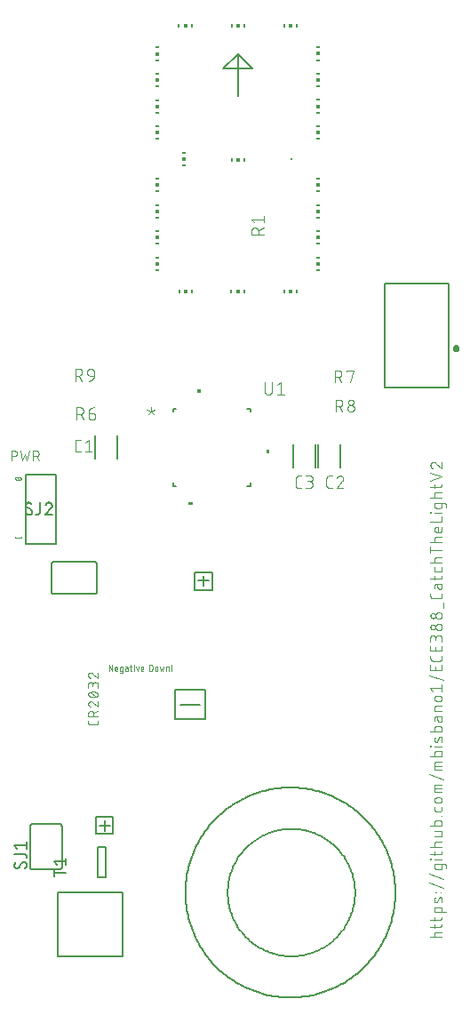
<source format=gto>
G04 EAGLE Gerber RS-274X export*
G75*
%MOMM*%
%FSLAX34Y34*%
%LPD*%
%INSilkscreen Top*%
%IPPOS*%
%AMOC8*
5,1,8,0,0,1.08239X$1,22.5*%
G01*
%ADD10C,0.203200*%
%ADD11C,0.076200*%
%ADD12C,0.101600*%
%ADD13C,0.050800*%
%ADD14C,0.127000*%
%ADD15C,0.300000*%
%ADD16R,0.150000X0.300000*%
%ADD17R,0.300000X0.300000*%
%ADD18R,0.300000X0.150000*%
%ADD19R,0.200000X0.200000*%
%ADD20C,0.152400*%

G36*
X189932Y602321D02*
X189932Y602321D01*
X189934Y602320D01*
X189977Y602340D01*
X190021Y602358D01*
X190021Y602360D01*
X190023Y602361D01*
X190056Y602446D01*
X190056Y604986D01*
X190055Y604988D01*
X190056Y604990D01*
X190036Y605033D01*
X190018Y605077D01*
X190016Y605077D01*
X190015Y605079D01*
X189930Y605112D01*
X186120Y605112D01*
X186118Y605111D01*
X186116Y605112D01*
X186073Y605092D01*
X186029Y605074D01*
X186029Y605072D01*
X186027Y605071D01*
X185994Y604986D01*
X185994Y602446D01*
X185995Y602444D01*
X185994Y602442D01*
X186014Y602399D01*
X186032Y602355D01*
X186034Y602355D01*
X186035Y602353D01*
X186120Y602320D01*
X189930Y602320D01*
X189932Y602321D01*
G37*
G36*
X254913Y544070D02*
X254913Y544070D01*
X254915Y544069D01*
X254958Y544089D01*
X255002Y544107D01*
X255002Y544109D01*
X255004Y544110D01*
X255037Y544195D01*
X255037Y548005D01*
X255036Y548007D01*
X255037Y548009D01*
X255017Y548052D01*
X254999Y548096D01*
X254997Y548096D01*
X254996Y548098D01*
X254911Y548131D01*
X252371Y548131D01*
X252369Y548130D01*
X252367Y548131D01*
X252324Y548111D01*
X252280Y548093D01*
X252280Y548091D01*
X252278Y548090D01*
X252245Y548005D01*
X252245Y544195D01*
X252246Y544193D01*
X252245Y544191D01*
X252265Y544148D01*
X252283Y544104D01*
X252285Y544104D01*
X252286Y544102D01*
X252371Y544069D01*
X254911Y544069D01*
X254913Y544070D01*
G37*
G36*
X181932Y495089D02*
X181932Y495089D01*
X181934Y495088D01*
X181977Y495108D01*
X182021Y495126D01*
X182021Y495128D01*
X182023Y495129D01*
X182056Y495214D01*
X182056Y497754D01*
X182055Y497756D01*
X182056Y497758D01*
X182036Y497801D01*
X182018Y497845D01*
X182016Y497845D01*
X182015Y497847D01*
X181930Y497880D01*
X178120Y497880D01*
X178118Y497879D01*
X178116Y497880D01*
X178073Y497860D01*
X178029Y497842D01*
X178029Y497840D01*
X178027Y497839D01*
X177994Y497754D01*
X177994Y495214D01*
X177995Y495212D01*
X177994Y495210D01*
X178014Y495167D01*
X178032Y495123D01*
X178034Y495123D01*
X178035Y495121D01*
X178120Y495088D01*
X181930Y495088D01*
X181932Y495089D01*
G37*
D10*
X215362Y126000D02*
X215380Y127488D01*
X215435Y128975D01*
X215526Y130461D01*
X215654Y131944D01*
X215818Y133423D01*
X216018Y134897D01*
X216255Y136367D01*
X216527Y137830D01*
X216835Y139286D01*
X217179Y140734D01*
X217559Y142173D01*
X217973Y143602D01*
X218423Y145021D01*
X218907Y146428D01*
X219425Y147823D01*
X219978Y149205D01*
X220564Y150573D01*
X221184Y151926D01*
X221837Y153264D01*
X222522Y154585D01*
X223240Y155888D01*
X223989Y157174D01*
X224770Y158441D01*
X225581Y159689D01*
X226423Y160916D01*
X227295Y162122D01*
X228196Y163306D01*
X229126Y164468D01*
X230084Y165607D01*
X231070Y166722D01*
X232083Y167812D01*
X233122Y168878D01*
X234188Y169917D01*
X235278Y170930D01*
X236393Y171916D01*
X237532Y172874D01*
X238694Y173804D01*
X239878Y174705D01*
X241084Y175577D01*
X242311Y176419D01*
X243559Y177230D01*
X244826Y178011D01*
X246112Y178760D01*
X247415Y179478D01*
X248736Y180163D01*
X250074Y180816D01*
X251427Y181436D01*
X252795Y182022D01*
X254177Y182575D01*
X255572Y183093D01*
X256979Y183577D01*
X258398Y184027D01*
X259827Y184441D01*
X261266Y184821D01*
X262714Y185165D01*
X264170Y185473D01*
X265633Y185745D01*
X267103Y185982D01*
X268577Y186182D01*
X270056Y186346D01*
X271539Y186474D01*
X273025Y186565D01*
X274512Y186620D01*
X276000Y186638D01*
X277488Y186620D01*
X278975Y186565D01*
X280461Y186474D01*
X281944Y186346D01*
X283423Y186182D01*
X284897Y185982D01*
X286367Y185745D01*
X287830Y185473D01*
X289286Y185165D01*
X290734Y184821D01*
X292173Y184441D01*
X293602Y184027D01*
X295021Y183577D01*
X296428Y183093D01*
X297823Y182575D01*
X299205Y182022D01*
X300573Y181436D01*
X301926Y180816D01*
X303264Y180163D01*
X304585Y179478D01*
X305888Y178760D01*
X307174Y178011D01*
X308441Y177230D01*
X309689Y176419D01*
X310916Y175577D01*
X312122Y174705D01*
X313306Y173804D01*
X314468Y172874D01*
X315607Y171916D01*
X316722Y170930D01*
X317812Y169917D01*
X318878Y168878D01*
X319917Y167812D01*
X320930Y166722D01*
X321916Y165607D01*
X322874Y164468D01*
X323804Y163306D01*
X324705Y162122D01*
X325577Y160916D01*
X326419Y159689D01*
X327230Y158441D01*
X328011Y157174D01*
X328760Y155888D01*
X329478Y154585D01*
X330163Y153264D01*
X330816Y151926D01*
X331436Y150573D01*
X332022Y149205D01*
X332575Y147823D01*
X333093Y146428D01*
X333577Y145021D01*
X334027Y143602D01*
X334441Y142173D01*
X334821Y140734D01*
X335165Y139286D01*
X335473Y137830D01*
X335745Y136367D01*
X335982Y134897D01*
X336182Y133423D01*
X336346Y131944D01*
X336474Y130461D01*
X336565Y128975D01*
X336620Y127488D01*
X336638Y126000D01*
X336620Y124512D01*
X336565Y123025D01*
X336474Y121539D01*
X336346Y120056D01*
X336182Y118577D01*
X335982Y117103D01*
X335745Y115633D01*
X335473Y114170D01*
X335165Y112714D01*
X334821Y111266D01*
X334441Y109827D01*
X334027Y108398D01*
X333577Y106979D01*
X333093Y105572D01*
X332575Y104177D01*
X332022Y102795D01*
X331436Y101427D01*
X330816Y100074D01*
X330163Y98736D01*
X329478Y97415D01*
X328760Y96112D01*
X328011Y94826D01*
X327230Y93559D01*
X326419Y92311D01*
X325577Y91084D01*
X324705Y89878D01*
X323804Y88694D01*
X322874Y87532D01*
X321916Y86393D01*
X320930Y85278D01*
X319917Y84188D01*
X318878Y83122D01*
X317812Y82083D01*
X316722Y81070D01*
X315607Y80084D01*
X314468Y79126D01*
X313306Y78196D01*
X312122Y77295D01*
X310916Y76423D01*
X309689Y75581D01*
X308441Y74770D01*
X307174Y73989D01*
X305888Y73240D01*
X304585Y72522D01*
X303264Y71837D01*
X301926Y71184D01*
X300573Y70564D01*
X299205Y69978D01*
X297823Y69425D01*
X296428Y68907D01*
X295021Y68423D01*
X293602Y67973D01*
X292173Y67559D01*
X290734Y67179D01*
X289286Y66835D01*
X287830Y66527D01*
X286367Y66255D01*
X284897Y66018D01*
X283423Y65818D01*
X281944Y65654D01*
X280461Y65526D01*
X278975Y65435D01*
X277488Y65380D01*
X276000Y65362D01*
X274512Y65380D01*
X273025Y65435D01*
X271539Y65526D01*
X270056Y65654D01*
X268577Y65818D01*
X267103Y66018D01*
X265633Y66255D01*
X264170Y66527D01*
X262714Y66835D01*
X261266Y67179D01*
X259827Y67559D01*
X258398Y67973D01*
X256979Y68423D01*
X255572Y68907D01*
X254177Y69425D01*
X252795Y69978D01*
X251427Y70564D01*
X250074Y71184D01*
X248736Y71837D01*
X247415Y72522D01*
X246112Y73240D01*
X244826Y73989D01*
X243559Y74770D01*
X242311Y75581D01*
X241084Y76423D01*
X239878Y77295D01*
X238694Y78196D01*
X237532Y79126D01*
X236393Y80084D01*
X235278Y81070D01*
X234188Y82083D01*
X233122Y83122D01*
X232083Y84188D01*
X231070Y85278D01*
X230084Y86393D01*
X229126Y87532D01*
X228196Y88694D01*
X227295Y89878D01*
X226423Y91084D01*
X225581Y92311D01*
X224770Y93559D01*
X223989Y94826D01*
X223240Y96112D01*
X222522Y97415D01*
X221837Y98736D01*
X221184Y100074D01*
X220564Y101427D01*
X219978Y102795D01*
X219425Y104177D01*
X218907Y105572D01*
X218423Y106979D01*
X217973Y108398D01*
X217559Y109827D01*
X217179Y111266D01*
X216835Y112714D01*
X216527Y114170D01*
X216255Y115633D01*
X216018Y117103D01*
X215818Y118577D01*
X215654Y120056D01*
X215526Y121539D01*
X215435Y123025D01*
X215380Y124512D01*
X215362Y126000D01*
X175000Y126000D02*
X175030Y128454D01*
X175120Y130907D01*
X175271Y133356D01*
X175482Y135802D01*
X175752Y138241D01*
X176082Y140673D01*
X176472Y143096D01*
X176921Y145509D01*
X177430Y147910D01*
X177997Y150298D01*
X178622Y152671D01*
X179306Y155028D01*
X180047Y157368D01*
X180846Y159689D01*
X181701Y161990D01*
X182612Y164268D01*
X183579Y166524D01*
X184601Y168756D01*
X185678Y170961D01*
X186808Y173140D01*
X187991Y175290D01*
X189227Y177410D01*
X190515Y179500D01*
X191853Y181557D01*
X193242Y183581D01*
X194679Y185570D01*
X196165Y187523D01*
X197699Y189439D01*
X199279Y191317D01*
X200905Y193156D01*
X202575Y194954D01*
X204289Y196711D01*
X206046Y198425D01*
X207844Y200095D01*
X209683Y201721D01*
X211561Y203301D01*
X213477Y204835D01*
X215430Y206321D01*
X217419Y207758D01*
X219443Y209147D01*
X221500Y210485D01*
X223590Y211773D01*
X225710Y213009D01*
X227860Y214192D01*
X230039Y215322D01*
X232244Y216399D01*
X234476Y217421D01*
X236732Y218388D01*
X239010Y219299D01*
X241311Y220154D01*
X243632Y220953D01*
X245972Y221694D01*
X248329Y222378D01*
X250702Y223003D01*
X253090Y223570D01*
X255491Y224079D01*
X257904Y224528D01*
X260327Y224918D01*
X262759Y225248D01*
X265198Y225518D01*
X267644Y225729D01*
X270093Y225880D01*
X272546Y225970D01*
X275000Y226000D01*
X277454Y225970D01*
X279907Y225880D01*
X282356Y225729D01*
X284802Y225518D01*
X287241Y225248D01*
X289673Y224918D01*
X292096Y224528D01*
X294509Y224079D01*
X296910Y223570D01*
X299298Y223003D01*
X301671Y222378D01*
X304028Y221694D01*
X306368Y220953D01*
X308689Y220154D01*
X310990Y219299D01*
X313268Y218388D01*
X315524Y217421D01*
X317756Y216399D01*
X319961Y215322D01*
X322140Y214192D01*
X324290Y213009D01*
X326410Y211773D01*
X328500Y210485D01*
X330557Y209147D01*
X332581Y207758D01*
X334570Y206321D01*
X336523Y204835D01*
X338439Y203301D01*
X340317Y201721D01*
X342156Y200095D01*
X343954Y198425D01*
X345711Y196711D01*
X347425Y194954D01*
X349095Y193156D01*
X350721Y191317D01*
X352301Y189439D01*
X353835Y187523D01*
X355321Y185570D01*
X356758Y183581D01*
X358147Y181557D01*
X359485Y179500D01*
X360773Y177410D01*
X362009Y175290D01*
X363192Y173140D01*
X364322Y170961D01*
X365399Y168756D01*
X366421Y166524D01*
X367388Y164268D01*
X368299Y161990D01*
X369154Y159689D01*
X369953Y157368D01*
X370694Y155028D01*
X371378Y152671D01*
X372003Y150298D01*
X372570Y147910D01*
X373079Y145509D01*
X373528Y143096D01*
X373918Y140673D01*
X374248Y138241D01*
X374518Y135802D01*
X374729Y133356D01*
X374880Y130907D01*
X374970Y128454D01*
X375000Y126000D01*
X374970Y123546D01*
X374880Y121093D01*
X374729Y118644D01*
X374518Y116198D01*
X374248Y113759D01*
X373918Y111327D01*
X373528Y108904D01*
X373079Y106491D01*
X372570Y104090D01*
X372003Y101702D01*
X371378Y99329D01*
X370694Y96972D01*
X369953Y94632D01*
X369154Y92311D01*
X368299Y90010D01*
X367388Y87732D01*
X366421Y85476D01*
X365399Y83244D01*
X364322Y81039D01*
X363192Y78860D01*
X362009Y76710D01*
X360773Y74590D01*
X359485Y72500D01*
X358147Y70443D01*
X356758Y68419D01*
X355321Y66430D01*
X353835Y64477D01*
X352301Y62561D01*
X350721Y60683D01*
X349095Y58844D01*
X347425Y57046D01*
X345711Y55289D01*
X343954Y53575D01*
X342156Y51905D01*
X340317Y50279D01*
X338439Y48699D01*
X336523Y47165D01*
X334570Y45679D01*
X332581Y44242D01*
X330557Y42853D01*
X328500Y41515D01*
X326410Y40227D01*
X324290Y38991D01*
X322140Y37808D01*
X319961Y36678D01*
X317756Y35601D01*
X315524Y34579D01*
X313268Y33612D01*
X310990Y32701D01*
X308689Y31846D01*
X306368Y31047D01*
X304028Y30306D01*
X301671Y29622D01*
X299298Y28997D01*
X296910Y28430D01*
X294509Y27921D01*
X292096Y27472D01*
X289673Y27082D01*
X287241Y26752D01*
X284802Y26482D01*
X282356Y26271D01*
X279907Y26120D01*
X277454Y26030D01*
X275000Y26000D01*
X272546Y26030D01*
X270093Y26120D01*
X267644Y26271D01*
X265198Y26482D01*
X262759Y26752D01*
X260327Y27082D01*
X257904Y27472D01*
X255491Y27921D01*
X253090Y28430D01*
X250702Y28997D01*
X248329Y29622D01*
X245972Y30306D01*
X243632Y31047D01*
X241311Y31846D01*
X239010Y32701D01*
X236732Y33612D01*
X234476Y34579D01*
X232244Y35601D01*
X230039Y36678D01*
X227860Y37808D01*
X225710Y38991D01*
X223590Y40227D01*
X221500Y41515D01*
X219443Y42853D01*
X217419Y44242D01*
X215430Y45679D01*
X213477Y47165D01*
X211561Y48699D01*
X209683Y50279D01*
X207844Y51905D01*
X206046Y53575D01*
X204289Y55289D01*
X202575Y57046D01*
X200905Y58844D01*
X199279Y60683D01*
X197699Y62561D01*
X196165Y64477D01*
X194679Y66430D01*
X193242Y68419D01*
X191853Y70443D01*
X190515Y72500D01*
X189227Y74590D01*
X187991Y76710D01*
X186808Y78860D01*
X185678Y81039D01*
X184601Y83244D01*
X183579Y85476D01*
X182612Y87732D01*
X181701Y90010D01*
X180846Y92311D01*
X180047Y94632D01*
X179306Y96972D01*
X178622Y99329D01*
X177997Y101702D01*
X177430Y104090D01*
X176921Y106491D01*
X176472Y108904D01*
X176082Y111327D01*
X175752Y113759D01*
X175482Y116198D01*
X175271Y118644D01*
X175120Y121093D01*
X175030Y123546D01*
X175000Y126000D01*
X184000Y414000D02*
X184000Y431000D01*
X184000Y414000D02*
X201000Y414000D01*
X201000Y431000D01*
X184000Y431000D01*
X192000Y428000D02*
X192000Y418000D01*
X197000Y423000D02*
X187000Y423000D01*
X90000Y198000D02*
X90000Y182000D01*
X106000Y182000D01*
X106000Y198000D01*
X90000Y198000D01*
X98000Y195000D02*
X98000Y185000D01*
X93000Y190000D02*
X103000Y190000D01*
X165000Y291000D02*
X165000Y319000D01*
X165000Y291000D02*
X194000Y291000D01*
X194000Y319000D01*
X165000Y319000D01*
X170000Y305000D02*
X189000Y305000D01*
D11*
X9381Y537381D02*
X9381Y546779D01*
X11992Y546779D01*
X12093Y546777D01*
X12194Y546771D01*
X12295Y546761D01*
X12395Y546748D01*
X12495Y546730D01*
X12594Y546709D01*
X12692Y546683D01*
X12789Y546654D01*
X12885Y546622D01*
X12979Y546585D01*
X13072Y546545D01*
X13164Y546501D01*
X13253Y546454D01*
X13341Y546403D01*
X13427Y546349D01*
X13510Y546292D01*
X13592Y546232D01*
X13670Y546168D01*
X13747Y546102D01*
X13820Y546032D01*
X13891Y545960D01*
X13959Y545885D01*
X14024Y545807D01*
X14086Y545727D01*
X14145Y545645D01*
X14201Y545560D01*
X14253Y545474D01*
X14302Y545385D01*
X14348Y545294D01*
X14389Y545202D01*
X14428Y545108D01*
X14462Y545013D01*
X14493Y544917D01*
X14520Y544819D01*
X14544Y544721D01*
X14563Y544621D01*
X14579Y544521D01*
X14591Y544421D01*
X14599Y544320D01*
X14603Y544219D01*
X14603Y544117D01*
X14599Y544016D01*
X14591Y543915D01*
X14579Y543815D01*
X14563Y543715D01*
X14544Y543615D01*
X14520Y543517D01*
X14493Y543419D01*
X14462Y543323D01*
X14428Y543228D01*
X14389Y543134D01*
X14348Y543042D01*
X14302Y542951D01*
X14253Y542863D01*
X14201Y542776D01*
X14145Y542691D01*
X14086Y542609D01*
X14024Y542529D01*
X13959Y542451D01*
X13891Y542376D01*
X13820Y542304D01*
X13747Y542234D01*
X13670Y542168D01*
X13592Y542104D01*
X13510Y542044D01*
X13427Y541987D01*
X13341Y541933D01*
X13253Y541882D01*
X13164Y541835D01*
X13072Y541791D01*
X12979Y541751D01*
X12885Y541714D01*
X12789Y541682D01*
X12692Y541653D01*
X12594Y541627D01*
X12495Y541606D01*
X12395Y541588D01*
X12295Y541575D01*
X12194Y541565D01*
X12093Y541559D01*
X11992Y541557D01*
X11992Y541558D02*
X9381Y541558D01*
X17742Y546779D02*
X19830Y537381D01*
X21919Y543646D01*
X24007Y537381D01*
X26096Y546779D01*
X30033Y546779D02*
X30033Y537381D01*
X30033Y546779D02*
X32644Y546779D01*
X32745Y546777D01*
X32846Y546771D01*
X32947Y546761D01*
X33047Y546748D01*
X33147Y546730D01*
X33246Y546709D01*
X33344Y546683D01*
X33441Y546654D01*
X33537Y546622D01*
X33631Y546585D01*
X33724Y546545D01*
X33816Y546501D01*
X33905Y546454D01*
X33993Y546403D01*
X34079Y546349D01*
X34162Y546292D01*
X34244Y546232D01*
X34322Y546168D01*
X34399Y546102D01*
X34472Y546032D01*
X34543Y545960D01*
X34611Y545885D01*
X34676Y545807D01*
X34738Y545727D01*
X34797Y545645D01*
X34853Y545560D01*
X34905Y545474D01*
X34954Y545385D01*
X35000Y545294D01*
X35041Y545202D01*
X35080Y545108D01*
X35114Y545013D01*
X35145Y544917D01*
X35172Y544819D01*
X35196Y544721D01*
X35215Y544621D01*
X35231Y544521D01*
X35243Y544421D01*
X35251Y544320D01*
X35255Y544219D01*
X35255Y544117D01*
X35251Y544016D01*
X35243Y543915D01*
X35231Y543815D01*
X35215Y543715D01*
X35196Y543615D01*
X35172Y543517D01*
X35145Y543419D01*
X35114Y543323D01*
X35080Y543228D01*
X35041Y543134D01*
X35000Y543042D01*
X34954Y542951D01*
X34905Y542863D01*
X34853Y542776D01*
X34797Y542691D01*
X34738Y542609D01*
X34676Y542529D01*
X34611Y542451D01*
X34543Y542376D01*
X34472Y542304D01*
X34399Y542234D01*
X34322Y542168D01*
X34244Y542104D01*
X34162Y542044D01*
X34079Y541987D01*
X33993Y541933D01*
X33905Y541882D01*
X33816Y541835D01*
X33724Y541791D01*
X33631Y541751D01*
X33537Y541714D01*
X33441Y541682D01*
X33344Y541653D01*
X33246Y541627D01*
X33147Y541606D01*
X33047Y541588D01*
X32947Y541575D01*
X32846Y541565D01*
X32745Y541559D01*
X32644Y541557D01*
X32644Y541558D02*
X30033Y541558D01*
X33166Y541558D02*
X35254Y537381D01*
D10*
X211000Y911000D02*
X225000Y925000D01*
X211000Y911000D02*
X239000Y911000D01*
X225000Y925000D01*
X225000Y885000D01*
D11*
X91779Y290048D02*
X91779Y287960D01*
X91777Y287871D01*
X91771Y287783D01*
X91762Y287695D01*
X91749Y287607D01*
X91732Y287520D01*
X91712Y287434D01*
X91687Y287349D01*
X91660Y287264D01*
X91628Y287181D01*
X91594Y287100D01*
X91555Y287020D01*
X91514Y286942D01*
X91469Y286865D01*
X91421Y286791D01*
X91370Y286718D01*
X91316Y286648D01*
X91258Y286581D01*
X91198Y286515D01*
X91136Y286453D01*
X91070Y286393D01*
X91003Y286335D01*
X90933Y286281D01*
X90860Y286230D01*
X90786Y286182D01*
X90709Y286137D01*
X90631Y286096D01*
X90551Y286057D01*
X90470Y286023D01*
X90387Y285991D01*
X90302Y285964D01*
X90217Y285939D01*
X90131Y285919D01*
X90044Y285902D01*
X89956Y285889D01*
X89868Y285880D01*
X89780Y285874D01*
X89691Y285872D01*
X84469Y285872D01*
X84469Y285871D02*
X84378Y285873D01*
X84287Y285879D01*
X84196Y285889D01*
X84106Y285903D01*
X84017Y285921D01*
X83928Y285942D01*
X83841Y285968D01*
X83755Y285997D01*
X83670Y286030D01*
X83586Y286067D01*
X83504Y286107D01*
X83425Y286151D01*
X83347Y286198D01*
X83271Y286249D01*
X83197Y286303D01*
X83126Y286360D01*
X83058Y286420D01*
X82992Y286483D01*
X82929Y286549D01*
X82869Y286617D01*
X82812Y286688D01*
X82758Y286762D01*
X82707Y286838D01*
X82660Y286915D01*
X82616Y286995D01*
X82576Y287077D01*
X82539Y287161D01*
X82506Y287245D01*
X82477Y287332D01*
X82451Y287419D01*
X82430Y287508D01*
X82412Y287597D01*
X82398Y287687D01*
X82388Y287778D01*
X82382Y287869D01*
X82380Y287960D01*
X82381Y287960D02*
X82381Y290048D01*
X82381Y293879D02*
X91779Y293879D01*
X82381Y293879D02*
X82381Y296490D01*
X82383Y296591D01*
X82389Y296692D01*
X82399Y296793D01*
X82412Y296893D01*
X82430Y296993D01*
X82451Y297092D01*
X82477Y297190D01*
X82506Y297287D01*
X82538Y297383D01*
X82575Y297477D01*
X82615Y297570D01*
X82659Y297662D01*
X82706Y297751D01*
X82757Y297839D01*
X82811Y297925D01*
X82868Y298008D01*
X82928Y298090D01*
X82992Y298168D01*
X83058Y298245D01*
X83128Y298318D01*
X83200Y298389D01*
X83275Y298457D01*
X83353Y298522D01*
X83433Y298584D01*
X83515Y298643D01*
X83600Y298699D01*
X83687Y298751D01*
X83775Y298800D01*
X83866Y298846D01*
X83958Y298887D01*
X84052Y298926D01*
X84147Y298960D01*
X84243Y298991D01*
X84341Y299018D01*
X84439Y299042D01*
X84539Y299061D01*
X84639Y299077D01*
X84739Y299089D01*
X84840Y299097D01*
X84941Y299101D01*
X85043Y299101D01*
X85144Y299097D01*
X85245Y299089D01*
X85345Y299077D01*
X85445Y299061D01*
X85545Y299042D01*
X85643Y299018D01*
X85741Y298991D01*
X85837Y298960D01*
X85932Y298926D01*
X86026Y298887D01*
X86118Y298846D01*
X86209Y298800D01*
X86298Y298751D01*
X86384Y298699D01*
X86469Y298643D01*
X86551Y298584D01*
X86631Y298522D01*
X86709Y298457D01*
X86784Y298389D01*
X86856Y298318D01*
X86926Y298245D01*
X86992Y298168D01*
X87056Y298090D01*
X87116Y298008D01*
X87173Y297925D01*
X87227Y297839D01*
X87278Y297751D01*
X87325Y297662D01*
X87369Y297570D01*
X87409Y297477D01*
X87446Y297383D01*
X87478Y297287D01*
X87507Y297190D01*
X87533Y297092D01*
X87554Y296993D01*
X87572Y296893D01*
X87585Y296793D01*
X87595Y296692D01*
X87601Y296591D01*
X87603Y296490D01*
X87602Y296490D02*
X87602Y293879D01*
X87602Y297012D02*
X91779Y299100D01*
X84731Y308188D02*
X84636Y308186D01*
X84542Y308180D01*
X84448Y308171D01*
X84354Y308158D01*
X84261Y308141D01*
X84169Y308120D01*
X84077Y308095D01*
X83987Y308067D01*
X83898Y308035D01*
X83810Y308000D01*
X83724Y307961D01*
X83639Y307919D01*
X83556Y307873D01*
X83475Y307824D01*
X83396Y307772D01*
X83319Y307717D01*
X83245Y307658D01*
X83173Y307597D01*
X83103Y307533D01*
X83036Y307466D01*
X82972Y307396D01*
X82911Y307324D01*
X82852Y307250D01*
X82797Y307173D01*
X82745Y307094D01*
X82696Y307013D01*
X82650Y306930D01*
X82608Y306845D01*
X82569Y306759D01*
X82534Y306671D01*
X82502Y306582D01*
X82474Y306492D01*
X82449Y306400D01*
X82428Y306308D01*
X82411Y306215D01*
X82398Y306121D01*
X82389Y306027D01*
X82383Y305933D01*
X82381Y305838D01*
X82383Y305730D01*
X82389Y305621D01*
X82399Y305513D01*
X82412Y305406D01*
X82430Y305299D01*
X82451Y305192D01*
X82476Y305087D01*
X82505Y304982D01*
X82537Y304879D01*
X82574Y304777D01*
X82614Y304676D01*
X82657Y304577D01*
X82704Y304479D01*
X82755Y304383D01*
X82809Y304289D01*
X82866Y304197D01*
X82927Y304107D01*
X82991Y304019D01*
X83057Y303934D01*
X83127Y303851D01*
X83200Y303771D01*
X83276Y303693D01*
X83354Y303618D01*
X83435Y303546D01*
X83519Y303477D01*
X83605Y303411D01*
X83693Y303348D01*
X83784Y303289D01*
X83876Y303232D01*
X83971Y303179D01*
X84068Y303130D01*
X84166Y303084D01*
X84265Y303041D01*
X84367Y303002D01*
X84469Y302967D01*
X86559Y307405D02*
X86490Y307474D01*
X86419Y307540D01*
X86346Y307604D01*
X86270Y307665D01*
X86191Y307723D01*
X86111Y307777D01*
X86028Y307829D01*
X85944Y307877D01*
X85858Y307923D01*
X85770Y307964D01*
X85680Y308003D01*
X85589Y308038D01*
X85497Y308069D01*
X85404Y308097D01*
X85310Y308121D01*
X85215Y308141D01*
X85119Y308158D01*
X85022Y308171D01*
X84925Y308180D01*
X84828Y308186D01*
X84731Y308188D01*
X86558Y307404D02*
X91779Y302966D01*
X91779Y308187D01*
X87080Y312110D02*
X86895Y312112D01*
X86710Y312119D01*
X86526Y312130D01*
X86342Y312145D01*
X86158Y312165D01*
X85974Y312189D01*
X85792Y312218D01*
X85610Y312251D01*
X85429Y312288D01*
X85249Y312330D01*
X85069Y312376D01*
X84891Y312426D01*
X84715Y312480D01*
X84539Y312539D01*
X84365Y312601D01*
X84193Y312668D01*
X84022Y312739D01*
X83853Y312814D01*
X83686Y312893D01*
X83606Y312923D01*
X83527Y312956D01*
X83450Y312993D01*
X83374Y313033D01*
X83300Y313076D01*
X83228Y313122D01*
X83159Y313172D01*
X83091Y313224D01*
X83026Y313280D01*
X82963Y313338D01*
X82904Y313400D01*
X82846Y313463D01*
X82792Y313530D01*
X82741Y313598D01*
X82693Y313669D01*
X82648Y313742D01*
X82606Y313816D01*
X82568Y313893D01*
X82533Y313971D01*
X82501Y314050D01*
X82473Y314131D01*
X82449Y314213D01*
X82428Y314297D01*
X82411Y314380D01*
X82398Y314465D01*
X82389Y314550D01*
X82383Y314635D01*
X82381Y314721D01*
X82383Y314807D01*
X82389Y314892D01*
X82398Y314977D01*
X82411Y315062D01*
X82428Y315145D01*
X82449Y315229D01*
X82473Y315311D01*
X82501Y315392D01*
X82533Y315471D01*
X82568Y315549D01*
X82606Y315626D01*
X82648Y315700D01*
X82693Y315773D01*
X82741Y315844D01*
X82792Y315912D01*
X82846Y315979D01*
X82904Y316042D01*
X82963Y316104D01*
X83026Y316162D01*
X83091Y316218D01*
X83159Y316270D01*
X83228Y316320D01*
X83300Y316366D01*
X83374Y316409D01*
X83450Y316449D01*
X83527Y316486D01*
X83606Y316519D01*
X83686Y316549D01*
X83686Y316548D02*
X83853Y316627D01*
X84022Y316702D01*
X84193Y316773D01*
X84365Y316840D01*
X84539Y316902D01*
X84715Y316961D01*
X84891Y317015D01*
X85069Y317065D01*
X85249Y317111D01*
X85429Y317153D01*
X85610Y317190D01*
X85792Y317223D01*
X85974Y317252D01*
X86158Y317276D01*
X86342Y317296D01*
X86526Y317311D01*
X86710Y317322D01*
X86895Y317329D01*
X87080Y317331D01*
X87080Y312110D02*
X87265Y312112D01*
X87450Y312119D01*
X87634Y312130D01*
X87818Y312145D01*
X88002Y312165D01*
X88186Y312189D01*
X88368Y312218D01*
X88550Y312251D01*
X88731Y312288D01*
X88911Y312330D01*
X89091Y312376D01*
X89269Y312426D01*
X89445Y312480D01*
X89621Y312539D01*
X89795Y312601D01*
X89967Y312668D01*
X90138Y312739D01*
X90307Y312814D01*
X90474Y312893D01*
X90554Y312923D01*
X90633Y312956D01*
X90710Y312993D01*
X90786Y313033D01*
X90860Y313076D01*
X90932Y313122D01*
X91001Y313172D01*
X91069Y313225D01*
X91134Y313280D01*
X91197Y313339D01*
X91256Y313400D01*
X91314Y313463D01*
X91368Y313530D01*
X91419Y313598D01*
X91467Y313669D01*
X91512Y313742D01*
X91554Y313816D01*
X91592Y313893D01*
X91627Y313971D01*
X91659Y314050D01*
X91687Y314131D01*
X91711Y314213D01*
X91732Y314297D01*
X91749Y314380D01*
X91762Y314465D01*
X91771Y314550D01*
X91777Y314635D01*
X91779Y314721D01*
X90474Y316548D02*
X90307Y316627D01*
X90138Y316702D01*
X89967Y316773D01*
X89795Y316840D01*
X89621Y316902D01*
X89445Y316961D01*
X89269Y317015D01*
X89091Y317065D01*
X88911Y317111D01*
X88731Y317153D01*
X88550Y317190D01*
X88368Y317223D01*
X88186Y317252D01*
X88002Y317276D01*
X87818Y317296D01*
X87634Y317311D01*
X87450Y317322D01*
X87265Y317329D01*
X87080Y317331D01*
X90474Y316549D02*
X90554Y316519D01*
X90633Y316486D01*
X90710Y316449D01*
X90786Y316409D01*
X90860Y316366D01*
X90932Y316320D01*
X91001Y316270D01*
X91069Y316218D01*
X91134Y316162D01*
X91197Y316104D01*
X91256Y316042D01*
X91314Y315979D01*
X91368Y315912D01*
X91419Y315844D01*
X91467Y315773D01*
X91512Y315700D01*
X91554Y315626D01*
X91592Y315549D01*
X91627Y315471D01*
X91659Y315392D01*
X91687Y315311D01*
X91711Y315229D01*
X91732Y315145D01*
X91749Y315062D01*
X91762Y314977D01*
X91771Y314892D01*
X91777Y314807D01*
X91779Y314721D01*
X89691Y312632D02*
X84469Y316809D01*
X91779Y321254D02*
X91779Y323864D01*
X91777Y323965D01*
X91771Y324066D01*
X91761Y324167D01*
X91748Y324267D01*
X91730Y324367D01*
X91709Y324466D01*
X91683Y324564D01*
X91654Y324661D01*
X91622Y324757D01*
X91585Y324851D01*
X91545Y324944D01*
X91501Y325036D01*
X91454Y325125D01*
X91403Y325213D01*
X91349Y325299D01*
X91292Y325382D01*
X91232Y325464D01*
X91168Y325542D01*
X91102Y325619D01*
X91032Y325692D01*
X90960Y325763D01*
X90885Y325831D01*
X90807Y325896D01*
X90727Y325958D01*
X90645Y326017D01*
X90560Y326073D01*
X90474Y326125D01*
X90385Y326174D01*
X90294Y326220D01*
X90202Y326261D01*
X90108Y326300D01*
X90013Y326334D01*
X89917Y326365D01*
X89819Y326392D01*
X89721Y326416D01*
X89621Y326435D01*
X89521Y326451D01*
X89421Y326463D01*
X89320Y326471D01*
X89219Y326475D01*
X89117Y326475D01*
X89016Y326471D01*
X88915Y326463D01*
X88815Y326451D01*
X88715Y326435D01*
X88615Y326416D01*
X88517Y326392D01*
X88419Y326365D01*
X88323Y326334D01*
X88228Y326300D01*
X88134Y326261D01*
X88042Y326220D01*
X87951Y326174D01*
X87863Y326125D01*
X87776Y326073D01*
X87691Y326017D01*
X87609Y325958D01*
X87529Y325896D01*
X87451Y325831D01*
X87376Y325763D01*
X87304Y325692D01*
X87234Y325619D01*
X87168Y325542D01*
X87104Y325464D01*
X87044Y325382D01*
X86987Y325299D01*
X86933Y325213D01*
X86882Y325125D01*
X86835Y325036D01*
X86791Y324944D01*
X86751Y324851D01*
X86714Y324757D01*
X86682Y324661D01*
X86653Y324564D01*
X86627Y324466D01*
X86606Y324367D01*
X86588Y324267D01*
X86575Y324167D01*
X86565Y324066D01*
X86559Y323965D01*
X86557Y323864D01*
X82381Y324387D02*
X82381Y321254D01*
X82381Y324387D02*
X82383Y324477D01*
X82389Y324566D01*
X82398Y324656D01*
X82412Y324745D01*
X82429Y324833D01*
X82450Y324920D01*
X82475Y325007D01*
X82504Y325092D01*
X82536Y325176D01*
X82571Y325258D01*
X82611Y325339D01*
X82653Y325418D01*
X82699Y325495D01*
X82749Y325570D01*
X82801Y325643D01*
X82857Y325714D01*
X82915Y325782D01*
X82977Y325847D01*
X83041Y325910D01*
X83108Y325970D01*
X83177Y326027D01*
X83249Y326081D01*
X83323Y326132D01*
X83399Y326180D01*
X83477Y326224D01*
X83557Y326265D01*
X83639Y326303D01*
X83722Y326337D01*
X83807Y326367D01*
X83893Y326394D01*
X83979Y326417D01*
X84067Y326436D01*
X84156Y326451D01*
X84245Y326463D01*
X84334Y326471D01*
X84424Y326475D01*
X84514Y326475D01*
X84604Y326471D01*
X84693Y326463D01*
X84782Y326451D01*
X84871Y326436D01*
X84959Y326417D01*
X85045Y326394D01*
X85131Y326367D01*
X85216Y326337D01*
X85299Y326303D01*
X85381Y326265D01*
X85461Y326224D01*
X85539Y326180D01*
X85615Y326132D01*
X85689Y326081D01*
X85761Y326027D01*
X85830Y325970D01*
X85897Y325910D01*
X85961Y325847D01*
X86023Y325782D01*
X86081Y325714D01*
X86137Y325643D01*
X86189Y325570D01*
X86239Y325495D01*
X86285Y325418D01*
X86327Y325339D01*
X86367Y325258D01*
X86402Y325176D01*
X86434Y325092D01*
X86463Y325007D01*
X86488Y324920D01*
X86509Y324833D01*
X86526Y324745D01*
X86540Y324656D01*
X86549Y324566D01*
X86555Y324477D01*
X86557Y324387D01*
X86558Y324387D02*
X86558Y322298D01*
X82381Y333270D02*
X82383Y333365D01*
X82389Y333459D01*
X82398Y333553D01*
X82411Y333647D01*
X82428Y333740D01*
X82449Y333832D01*
X82474Y333924D01*
X82502Y334014D01*
X82534Y334103D01*
X82569Y334191D01*
X82608Y334277D01*
X82650Y334362D01*
X82696Y334445D01*
X82745Y334526D01*
X82797Y334605D01*
X82852Y334682D01*
X82911Y334756D01*
X82972Y334828D01*
X83036Y334898D01*
X83103Y334965D01*
X83173Y335029D01*
X83245Y335090D01*
X83319Y335149D01*
X83396Y335204D01*
X83475Y335256D01*
X83556Y335305D01*
X83639Y335351D01*
X83724Y335393D01*
X83810Y335432D01*
X83898Y335467D01*
X83987Y335499D01*
X84077Y335527D01*
X84169Y335552D01*
X84261Y335573D01*
X84354Y335590D01*
X84448Y335603D01*
X84542Y335612D01*
X84636Y335618D01*
X84731Y335620D01*
X82381Y333270D02*
X82383Y333162D01*
X82389Y333053D01*
X82399Y332945D01*
X82412Y332838D01*
X82430Y332731D01*
X82451Y332624D01*
X82476Y332519D01*
X82505Y332414D01*
X82537Y332311D01*
X82574Y332209D01*
X82614Y332108D01*
X82657Y332009D01*
X82704Y331911D01*
X82755Y331815D01*
X82809Y331721D01*
X82866Y331629D01*
X82927Y331539D01*
X82991Y331451D01*
X83057Y331366D01*
X83127Y331283D01*
X83200Y331203D01*
X83276Y331125D01*
X83354Y331050D01*
X83435Y330978D01*
X83519Y330909D01*
X83605Y330843D01*
X83693Y330780D01*
X83784Y330721D01*
X83876Y330664D01*
X83971Y330611D01*
X84068Y330562D01*
X84166Y330516D01*
X84265Y330473D01*
X84367Y330434D01*
X84469Y330399D01*
X86559Y334836D02*
X86490Y334905D01*
X86419Y334971D01*
X86346Y335035D01*
X86270Y335096D01*
X86191Y335154D01*
X86111Y335208D01*
X86028Y335260D01*
X85944Y335308D01*
X85858Y335354D01*
X85770Y335395D01*
X85680Y335434D01*
X85589Y335469D01*
X85497Y335500D01*
X85404Y335528D01*
X85310Y335552D01*
X85215Y335572D01*
X85119Y335589D01*
X85022Y335602D01*
X84925Y335611D01*
X84828Y335617D01*
X84731Y335619D01*
X86558Y334836D02*
X91779Y330398D01*
X91779Y335619D01*
D12*
X408508Y83508D02*
X419492Y83508D01*
X412169Y83508D02*
X412169Y86559D01*
X412171Y86644D01*
X412177Y86728D01*
X412187Y86812D01*
X412200Y86895D01*
X412218Y86978D01*
X412239Y87060D01*
X412264Y87141D01*
X412293Y87220D01*
X412325Y87299D01*
X412361Y87375D01*
X412400Y87450D01*
X412443Y87523D01*
X412489Y87594D01*
X412539Y87662D01*
X412591Y87729D01*
X412647Y87793D01*
X412705Y87854D01*
X412766Y87912D01*
X412830Y87968D01*
X412897Y88020D01*
X412965Y88070D01*
X413036Y88116D01*
X413109Y88159D01*
X413184Y88198D01*
X413260Y88234D01*
X413339Y88266D01*
X413418Y88295D01*
X413499Y88320D01*
X413581Y88341D01*
X413664Y88359D01*
X413747Y88372D01*
X413831Y88382D01*
X413915Y88388D01*
X414000Y88390D01*
X419492Y88390D01*
X412169Y92308D02*
X412169Y95970D01*
X408508Y93529D02*
X417661Y93529D01*
X417661Y93528D02*
X417746Y93530D01*
X417830Y93536D01*
X417914Y93546D01*
X417997Y93559D01*
X418080Y93577D01*
X418162Y93598D01*
X418243Y93623D01*
X418322Y93652D01*
X418401Y93684D01*
X418477Y93720D01*
X418552Y93759D01*
X418625Y93802D01*
X418696Y93848D01*
X418764Y93898D01*
X418831Y93950D01*
X418895Y94006D01*
X418956Y94064D01*
X419014Y94125D01*
X419070Y94189D01*
X419122Y94256D01*
X419172Y94324D01*
X419218Y94395D01*
X419261Y94468D01*
X419300Y94543D01*
X419336Y94619D01*
X419368Y94698D01*
X419397Y94777D01*
X419422Y94858D01*
X419443Y94940D01*
X419461Y95023D01*
X419474Y95106D01*
X419484Y95190D01*
X419490Y95274D01*
X419492Y95359D01*
X419492Y95970D01*
X412169Y99148D02*
X412169Y102810D01*
X408508Y100369D02*
X417661Y100369D01*
X417661Y100368D02*
X417746Y100370D01*
X417830Y100376D01*
X417914Y100386D01*
X417997Y100399D01*
X418080Y100417D01*
X418162Y100438D01*
X418243Y100463D01*
X418322Y100492D01*
X418401Y100524D01*
X418477Y100560D01*
X418552Y100599D01*
X418625Y100642D01*
X418696Y100688D01*
X418764Y100738D01*
X418831Y100790D01*
X418895Y100846D01*
X418956Y100904D01*
X419014Y100965D01*
X419070Y101029D01*
X419122Y101096D01*
X419172Y101164D01*
X419218Y101235D01*
X419261Y101308D01*
X419300Y101383D01*
X419336Y101459D01*
X419368Y101538D01*
X419397Y101617D01*
X419422Y101698D01*
X419443Y101780D01*
X419461Y101863D01*
X419474Y101946D01*
X419484Y102030D01*
X419490Y102114D01*
X419492Y102199D01*
X419492Y102810D01*
X423153Y107325D02*
X412169Y107325D01*
X412169Y110376D01*
X412171Y110461D01*
X412177Y110545D01*
X412187Y110629D01*
X412200Y110712D01*
X412218Y110795D01*
X412239Y110877D01*
X412264Y110958D01*
X412293Y111037D01*
X412325Y111116D01*
X412361Y111192D01*
X412400Y111267D01*
X412443Y111340D01*
X412489Y111411D01*
X412539Y111479D01*
X412591Y111546D01*
X412647Y111610D01*
X412705Y111671D01*
X412766Y111729D01*
X412830Y111785D01*
X412897Y111837D01*
X412965Y111887D01*
X413036Y111933D01*
X413109Y111976D01*
X413184Y112015D01*
X413260Y112051D01*
X413339Y112083D01*
X413418Y112112D01*
X413499Y112137D01*
X413581Y112158D01*
X413664Y112176D01*
X413747Y112189D01*
X413831Y112199D01*
X413915Y112205D01*
X414000Y112207D01*
X417661Y112207D01*
X417746Y112205D01*
X417830Y112199D01*
X417914Y112189D01*
X417997Y112176D01*
X418080Y112158D01*
X418162Y112137D01*
X418243Y112112D01*
X418322Y112083D01*
X418401Y112051D01*
X418477Y112015D01*
X418552Y111976D01*
X418625Y111933D01*
X418696Y111887D01*
X418764Y111837D01*
X418831Y111785D01*
X418895Y111729D01*
X418956Y111671D01*
X419014Y111610D01*
X419070Y111546D01*
X419122Y111479D01*
X419172Y111411D01*
X419218Y111340D01*
X419261Y111267D01*
X419300Y111192D01*
X419336Y111116D01*
X419368Y111037D01*
X419397Y110958D01*
X419422Y110877D01*
X419443Y110795D01*
X419461Y110712D01*
X419474Y110629D01*
X419484Y110545D01*
X419490Y110461D01*
X419492Y110376D01*
X419492Y107325D01*
X415220Y117543D02*
X416441Y120594D01*
X415220Y117543D02*
X415189Y117471D01*
X415154Y117401D01*
X415117Y117332D01*
X415075Y117266D01*
X415031Y117201D01*
X414983Y117139D01*
X414933Y117079D01*
X414879Y117022D01*
X414823Y116967D01*
X414764Y116916D01*
X414702Y116867D01*
X414638Y116821D01*
X414573Y116779D01*
X414505Y116740D01*
X414435Y116704D01*
X414363Y116672D01*
X414290Y116644D01*
X414216Y116619D01*
X414140Y116598D01*
X414064Y116580D01*
X413987Y116567D01*
X413909Y116557D01*
X413831Y116551D01*
X413752Y116549D01*
X413674Y116551D01*
X413596Y116557D01*
X413518Y116566D01*
X413441Y116580D01*
X413364Y116597D01*
X413289Y116618D01*
X413214Y116643D01*
X413141Y116671D01*
X413070Y116703D01*
X413000Y116739D01*
X412932Y116778D01*
X412866Y116820D01*
X412802Y116865D01*
X412740Y116914D01*
X412681Y116965D01*
X412625Y117020D01*
X412571Y117077D01*
X412520Y117137D01*
X412473Y117199D01*
X412428Y117263D01*
X412387Y117330D01*
X412349Y117399D01*
X412314Y117469D01*
X412283Y117541D01*
X412256Y117614D01*
X412232Y117689D01*
X412212Y117765D01*
X412196Y117842D01*
X412183Y117919D01*
X412175Y117997D01*
X412170Y118075D01*
X412169Y118154D01*
X412169Y118153D02*
X412173Y118320D01*
X412181Y118486D01*
X412194Y118652D01*
X412210Y118818D01*
X412231Y118983D01*
X412255Y119148D01*
X412283Y119312D01*
X412315Y119476D01*
X412352Y119639D01*
X412392Y119800D01*
X412436Y119961D01*
X412483Y120121D01*
X412535Y120279D01*
X412590Y120436D01*
X412650Y120592D01*
X412712Y120746D01*
X412779Y120899D01*
X416441Y120595D02*
X416472Y120667D01*
X416507Y120737D01*
X416544Y120806D01*
X416586Y120872D01*
X416630Y120937D01*
X416678Y120999D01*
X416728Y121059D01*
X416782Y121116D01*
X416838Y121171D01*
X416897Y121222D01*
X416959Y121271D01*
X417023Y121317D01*
X417089Y121359D01*
X417156Y121398D01*
X417226Y121434D01*
X417298Y121466D01*
X417371Y121494D01*
X417445Y121519D01*
X417521Y121540D01*
X417597Y121558D01*
X417674Y121571D01*
X417752Y121581D01*
X417830Y121587D01*
X417909Y121589D01*
X417987Y121587D01*
X418065Y121581D01*
X418143Y121572D01*
X418220Y121558D01*
X418297Y121541D01*
X418372Y121520D01*
X418447Y121495D01*
X418520Y121467D01*
X418591Y121435D01*
X418661Y121399D01*
X418729Y121360D01*
X418795Y121318D01*
X418859Y121273D01*
X418921Y121224D01*
X418980Y121173D01*
X419036Y121118D01*
X419090Y121061D01*
X419141Y121001D01*
X419188Y120939D01*
X419233Y120875D01*
X419274Y120808D01*
X419312Y120739D01*
X419347Y120669D01*
X419378Y120597D01*
X419405Y120524D01*
X419429Y120449D01*
X419449Y120373D01*
X419465Y120296D01*
X419478Y120219D01*
X419486Y120141D01*
X419491Y120063D01*
X419492Y119984D01*
X419486Y119740D01*
X419473Y119495D01*
X419455Y119251D01*
X419432Y119007D01*
X419402Y118764D01*
X419367Y118522D01*
X419326Y118281D01*
X419279Y118040D01*
X419227Y117801D01*
X419169Y117563D01*
X419106Y117327D01*
X419037Y117092D01*
X418962Y116859D01*
X418882Y116628D01*
X418577Y125964D02*
X417966Y125964D01*
X417966Y126574D01*
X418577Y126574D01*
X418577Y125964D01*
X413695Y125964D02*
X413085Y125964D01*
X413085Y126574D01*
X413695Y126574D01*
X413695Y125964D01*
X420712Y130668D02*
X407288Y135550D01*
X407288Y144190D02*
X420712Y139308D01*
X419492Y150081D02*
X419492Y153132D01*
X419492Y150081D02*
X419490Y149996D01*
X419484Y149912D01*
X419474Y149828D01*
X419461Y149745D01*
X419443Y149662D01*
X419422Y149580D01*
X419397Y149499D01*
X419368Y149420D01*
X419336Y149341D01*
X419300Y149265D01*
X419261Y149190D01*
X419218Y149117D01*
X419172Y149046D01*
X419122Y148978D01*
X419070Y148911D01*
X419014Y148847D01*
X418956Y148786D01*
X418895Y148728D01*
X418831Y148672D01*
X418764Y148620D01*
X418696Y148570D01*
X418625Y148524D01*
X418552Y148481D01*
X418477Y148442D01*
X418401Y148406D01*
X418322Y148374D01*
X418243Y148345D01*
X418162Y148320D01*
X418080Y148299D01*
X417997Y148281D01*
X417914Y148268D01*
X417830Y148258D01*
X417746Y148252D01*
X417661Y148250D01*
X417661Y148251D02*
X414000Y148251D01*
X414000Y148250D02*
X413915Y148252D01*
X413831Y148258D01*
X413747Y148268D01*
X413664Y148281D01*
X413581Y148299D01*
X413499Y148320D01*
X413418Y148345D01*
X413339Y148374D01*
X413260Y148406D01*
X413184Y148442D01*
X413109Y148481D01*
X413036Y148524D01*
X412965Y148570D01*
X412897Y148620D01*
X412830Y148672D01*
X412766Y148728D01*
X412705Y148786D01*
X412647Y148847D01*
X412591Y148911D01*
X412539Y148978D01*
X412489Y149046D01*
X412443Y149117D01*
X412400Y149190D01*
X412361Y149265D01*
X412325Y149341D01*
X412293Y149420D01*
X412264Y149499D01*
X412239Y149580D01*
X412218Y149662D01*
X412200Y149745D01*
X412187Y149828D01*
X412177Y149912D01*
X412171Y149996D01*
X412169Y150081D01*
X412169Y153132D01*
X421323Y153132D01*
X421323Y153133D02*
X421408Y153131D01*
X421492Y153125D01*
X421576Y153115D01*
X421659Y153102D01*
X421742Y153084D01*
X421824Y153063D01*
X421905Y153038D01*
X421984Y153009D01*
X422063Y152977D01*
X422139Y152941D01*
X422214Y152902D01*
X422287Y152859D01*
X422358Y152813D01*
X422426Y152763D01*
X422493Y152711D01*
X422557Y152655D01*
X422618Y152597D01*
X422676Y152536D01*
X422732Y152472D01*
X422784Y152405D01*
X422834Y152337D01*
X422880Y152266D01*
X422923Y152193D01*
X422962Y152118D01*
X422998Y152042D01*
X423030Y151963D01*
X423059Y151884D01*
X423084Y151803D01*
X423105Y151721D01*
X423123Y151638D01*
X423136Y151555D01*
X423146Y151471D01*
X423152Y151387D01*
X423154Y151302D01*
X423153Y151302D02*
X423153Y148861D01*
X419492Y157949D02*
X412169Y157949D01*
X409118Y157644D02*
X408508Y157644D01*
X408508Y158254D01*
X409118Y158254D01*
X409118Y157644D01*
X412169Y161428D02*
X412169Y165090D01*
X408508Y162649D02*
X417661Y162649D01*
X417661Y162648D02*
X417746Y162650D01*
X417830Y162656D01*
X417914Y162666D01*
X417997Y162679D01*
X418080Y162697D01*
X418162Y162718D01*
X418243Y162743D01*
X418322Y162772D01*
X418401Y162804D01*
X418477Y162840D01*
X418552Y162879D01*
X418625Y162922D01*
X418696Y162968D01*
X418764Y163018D01*
X418831Y163070D01*
X418895Y163126D01*
X418956Y163184D01*
X419014Y163245D01*
X419070Y163309D01*
X419122Y163376D01*
X419172Y163444D01*
X419218Y163515D01*
X419261Y163588D01*
X419300Y163663D01*
X419336Y163739D01*
X419368Y163818D01*
X419397Y163897D01*
X419422Y163978D01*
X419443Y164060D01*
X419461Y164143D01*
X419474Y164226D01*
X419484Y164310D01*
X419490Y164394D01*
X419492Y164479D01*
X419492Y165090D01*
X419492Y169548D02*
X408508Y169548D01*
X412169Y169548D02*
X412169Y172599D01*
X412171Y172684D01*
X412177Y172768D01*
X412187Y172852D01*
X412200Y172935D01*
X412218Y173018D01*
X412239Y173100D01*
X412264Y173181D01*
X412293Y173260D01*
X412325Y173339D01*
X412361Y173415D01*
X412400Y173490D01*
X412443Y173563D01*
X412489Y173634D01*
X412539Y173702D01*
X412591Y173769D01*
X412647Y173833D01*
X412705Y173894D01*
X412766Y173952D01*
X412830Y174008D01*
X412897Y174060D01*
X412965Y174110D01*
X413036Y174156D01*
X413109Y174199D01*
X413184Y174238D01*
X413260Y174274D01*
X413339Y174306D01*
X413418Y174335D01*
X413499Y174360D01*
X413581Y174381D01*
X413664Y174399D01*
X413747Y174412D01*
X413831Y174422D01*
X413915Y174428D01*
X414000Y174430D01*
X419492Y174430D01*
X417661Y179628D02*
X412169Y179628D01*
X417661Y179627D02*
X417746Y179629D01*
X417830Y179635D01*
X417914Y179645D01*
X417997Y179658D01*
X418080Y179676D01*
X418162Y179697D01*
X418243Y179722D01*
X418322Y179751D01*
X418401Y179783D01*
X418477Y179819D01*
X418552Y179858D01*
X418625Y179901D01*
X418696Y179947D01*
X418764Y179997D01*
X418831Y180049D01*
X418895Y180105D01*
X418956Y180163D01*
X419014Y180224D01*
X419070Y180288D01*
X419122Y180355D01*
X419172Y180423D01*
X419218Y180494D01*
X419261Y180567D01*
X419300Y180642D01*
X419336Y180718D01*
X419368Y180797D01*
X419397Y180876D01*
X419422Y180957D01*
X419443Y181039D01*
X419461Y181122D01*
X419474Y181205D01*
X419484Y181289D01*
X419490Y181373D01*
X419492Y181458D01*
X419492Y184510D01*
X412169Y184510D01*
X408508Y189765D02*
X419492Y189765D01*
X419492Y192816D01*
X419490Y192901D01*
X419484Y192985D01*
X419474Y193069D01*
X419461Y193152D01*
X419443Y193235D01*
X419422Y193317D01*
X419397Y193398D01*
X419368Y193477D01*
X419336Y193556D01*
X419300Y193632D01*
X419261Y193707D01*
X419218Y193780D01*
X419172Y193851D01*
X419122Y193919D01*
X419070Y193986D01*
X419014Y194050D01*
X418956Y194111D01*
X418895Y194169D01*
X418831Y194225D01*
X418764Y194277D01*
X418696Y194327D01*
X418625Y194373D01*
X418552Y194416D01*
X418477Y194455D01*
X418401Y194491D01*
X418322Y194523D01*
X418243Y194552D01*
X418162Y194577D01*
X418080Y194598D01*
X417997Y194616D01*
X417914Y194629D01*
X417830Y194639D01*
X417746Y194645D01*
X417661Y194647D01*
X414000Y194647D01*
X413915Y194645D01*
X413831Y194639D01*
X413747Y194629D01*
X413664Y194616D01*
X413581Y194598D01*
X413499Y194577D01*
X413418Y194552D01*
X413339Y194523D01*
X413260Y194491D01*
X413184Y194455D01*
X413109Y194416D01*
X413036Y194373D01*
X412965Y194327D01*
X412897Y194277D01*
X412830Y194225D01*
X412766Y194169D01*
X412705Y194111D01*
X412647Y194050D01*
X412591Y193986D01*
X412539Y193919D01*
X412489Y193851D01*
X412443Y193780D01*
X412400Y193707D01*
X412361Y193632D01*
X412325Y193556D01*
X412293Y193477D01*
X412264Y193398D01*
X412239Y193317D01*
X412218Y193235D01*
X412200Y193152D01*
X412187Y193069D01*
X412177Y192985D01*
X412171Y192901D01*
X412169Y192816D01*
X412169Y189765D01*
X418882Y198684D02*
X419492Y198684D01*
X418882Y198684D02*
X418882Y199294D01*
X419492Y199294D01*
X419492Y198684D01*
X419492Y205231D02*
X419492Y207672D01*
X419492Y205231D02*
X419490Y205146D01*
X419484Y205062D01*
X419474Y204978D01*
X419461Y204895D01*
X419443Y204812D01*
X419422Y204730D01*
X419397Y204649D01*
X419368Y204570D01*
X419336Y204491D01*
X419300Y204415D01*
X419261Y204340D01*
X419218Y204267D01*
X419172Y204196D01*
X419122Y204128D01*
X419070Y204061D01*
X419014Y203997D01*
X418956Y203936D01*
X418895Y203878D01*
X418831Y203822D01*
X418764Y203770D01*
X418696Y203720D01*
X418625Y203674D01*
X418552Y203631D01*
X418477Y203592D01*
X418401Y203556D01*
X418322Y203524D01*
X418243Y203495D01*
X418162Y203470D01*
X418080Y203449D01*
X417997Y203431D01*
X417914Y203418D01*
X417830Y203408D01*
X417746Y203402D01*
X417661Y203400D01*
X417661Y203401D02*
X414000Y203401D01*
X414000Y203400D02*
X413915Y203402D01*
X413831Y203408D01*
X413747Y203418D01*
X413664Y203431D01*
X413581Y203449D01*
X413499Y203470D01*
X413418Y203495D01*
X413339Y203524D01*
X413260Y203556D01*
X413184Y203592D01*
X413109Y203631D01*
X413036Y203674D01*
X412965Y203720D01*
X412897Y203770D01*
X412830Y203822D01*
X412766Y203878D01*
X412705Y203936D01*
X412647Y203997D01*
X412591Y204061D01*
X412539Y204128D01*
X412489Y204196D01*
X412443Y204267D01*
X412400Y204340D01*
X412361Y204415D01*
X412325Y204491D01*
X412293Y204570D01*
X412264Y204649D01*
X412239Y204730D01*
X412218Y204812D01*
X412200Y204895D01*
X412187Y204978D01*
X412177Y205062D01*
X412171Y205146D01*
X412169Y205231D01*
X412169Y207672D01*
X414610Y211668D02*
X417051Y211668D01*
X414610Y211668D02*
X414513Y211670D01*
X414416Y211676D01*
X414319Y211685D01*
X414223Y211699D01*
X414128Y211716D01*
X414033Y211737D01*
X413939Y211762D01*
X413846Y211790D01*
X413755Y211823D01*
X413665Y211858D01*
X413576Y211898D01*
X413489Y211941D01*
X413404Y211987D01*
X413320Y212037D01*
X413239Y212090D01*
X413160Y212146D01*
X413083Y212205D01*
X413008Y212267D01*
X412936Y212332D01*
X412867Y212400D01*
X412800Y212471D01*
X412737Y212544D01*
X412676Y212620D01*
X412618Y212698D01*
X412564Y212778D01*
X412512Y212861D01*
X412464Y212945D01*
X412420Y213031D01*
X412379Y213119D01*
X412341Y213209D01*
X412307Y213300D01*
X412277Y213392D01*
X412250Y213485D01*
X412227Y213579D01*
X412208Y213675D01*
X412193Y213770D01*
X412181Y213867D01*
X412173Y213963D01*
X412169Y214060D01*
X412169Y214158D01*
X412173Y214255D01*
X412181Y214351D01*
X412193Y214448D01*
X412208Y214543D01*
X412227Y214639D01*
X412250Y214733D01*
X412277Y214826D01*
X412307Y214918D01*
X412341Y215009D01*
X412379Y215099D01*
X412420Y215187D01*
X412464Y215273D01*
X412512Y215357D01*
X412564Y215440D01*
X412618Y215520D01*
X412676Y215598D01*
X412737Y215674D01*
X412800Y215747D01*
X412867Y215818D01*
X412936Y215886D01*
X413008Y215951D01*
X413083Y216013D01*
X413160Y216072D01*
X413239Y216128D01*
X413320Y216181D01*
X413404Y216231D01*
X413489Y216277D01*
X413576Y216320D01*
X413665Y216360D01*
X413755Y216395D01*
X413846Y216428D01*
X413939Y216456D01*
X414033Y216481D01*
X414128Y216502D01*
X414223Y216519D01*
X414319Y216533D01*
X414416Y216542D01*
X414513Y216548D01*
X414610Y216550D01*
X414610Y216549D02*
X417051Y216549D01*
X417051Y216550D02*
X417148Y216548D01*
X417245Y216542D01*
X417342Y216533D01*
X417438Y216519D01*
X417533Y216502D01*
X417628Y216481D01*
X417722Y216456D01*
X417815Y216428D01*
X417906Y216395D01*
X417996Y216360D01*
X418085Y216320D01*
X418172Y216277D01*
X418257Y216231D01*
X418341Y216181D01*
X418422Y216128D01*
X418501Y216072D01*
X418578Y216013D01*
X418653Y215951D01*
X418725Y215886D01*
X418794Y215818D01*
X418861Y215747D01*
X418924Y215674D01*
X418985Y215598D01*
X419043Y215520D01*
X419097Y215440D01*
X419149Y215357D01*
X419197Y215273D01*
X419241Y215187D01*
X419282Y215099D01*
X419320Y215009D01*
X419354Y214918D01*
X419384Y214826D01*
X419411Y214733D01*
X419434Y214639D01*
X419453Y214543D01*
X419468Y214448D01*
X419480Y214351D01*
X419488Y214255D01*
X419492Y214158D01*
X419492Y214060D01*
X419488Y213963D01*
X419480Y213867D01*
X419468Y213770D01*
X419453Y213675D01*
X419434Y213579D01*
X419411Y213485D01*
X419384Y213392D01*
X419354Y213300D01*
X419320Y213209D01*
X419282Y213119D01*
X419241Y213031D01*
X419197Y212945D01*
X419149Y212861D01*
X419097Y212778D01*
X419043Y212698D01*
X418985Y212620D01*
X418924Y212544D01*
X418861Y212471D01*
X418794Y212400D01*
X418725Y212332D01*
X418653Y212267D01*
X418578Y212205D01*
X418501Y212146D01*
X418422Y212090D01*
X418341Y212037D01*
X418257Y211987D01*
X418172Y211941D01*
X418085Y211898D01*
X417996Y211858D01*
X417906Y211823D01*
X417815Y211790D01*
X417722Y211762D01*
X417628Y211737D01*
X417533Y211716D01*
X417438Y211699D01*
X417342Y211685D01*
X417245Y211676D01*
X417148Y211670D01*
X417051Y211668D01*
X419492Y221607D02*
X412169Y221607D01*
X412169Y227099D01*
X412171Y227184D01*
X412177Y227268D01*
X412187Y227352D01*
X412200Y227435D01*
X412218Y227518D01*
X412239Y227600D01*
X412264Y227681D01*
X412293Y227760D01*
X412325Y227839D01*
X412361Y227915D01*
X412400Y227990D01*
X412443Y228063D01*
X412489Y228134D01*
X412539Y228202D01*
X412591Y228269D01*
X412647Y228333D01*
X412705Y228394D01*
X412766Y228452D01*
X412830Y228508D01*
X412897Y228560D01*
X412965Y228610D01*
X413036Y228656D01*
X413109Y228699D01*
X413184Y228738D01*
X413260Y228774D01*
X413339Y228806D01*
X413418Y228835D01*
X413499Y228860D01*
X413581Y228881D01*
X413664Y228899D01*
X413747Y228912D01*
X413831Y228922D01*
X413915Y228928D01*
X414000Y228930D01*
X419492Y228930D01*
X419492Y225269D02*
X412169Y225269D01*
X420712Y233628D02*
X407288Y238509D01*
X412169Y243207D02*
X419492Y243207D01*
X412169Y243207D02*
X412169Y248699D01*
X412171Y248784D01*
X412177Y248868D01*
X412187Y248952D01*
X412200Y249035D01*
X412218Y249118D01*
X412239Y249200D01*
X412264Y249281D01*
X412293Y249360D01*
X412325Y249439D01*
X412361Y249515D01*
X412400Y249590D01*
X412443Y249663D01*
X412489Y249734D01*
X412539Y249802D01*
X412591Y249869D01*
X412647Y249933D01*
X412705Y249994D01*
X412766Y250052D01*
X412830Y250108D01*
X412897Y250160D01*
X412965Y250210D01*
X413036Y250256D01*
X413109Y250299D01*
X413184Y250338D01*
X413260Y250374D01*
X413339Y250406D01*
X413418Y250435D01*
X413499Y250460D01*
X413581Y250481D01*
X413664Y250499D01*
X413747Y250512D01*
X413831Y250522D01*
X413915Y250528D01*
X414000Y250530D01*
X419492Y250530D01*
X419492Y246869D02*
X412169Y246869D01*
X408508Y256005D02*
X419492Y256005D01*
X419492Y259056D01*
X419490Y259141D01*
X419484Y259225D01*
X419474Y259309D01*
X419461Y259392D01*
X419443Y259475D01*
X419422Y259557D01*
X419397Y259638D01*
X419368Y259717D01*
X419336Y259796D01*
X419300Y259872D01*
X419261Y259947D01*
X419218Y260020D01*
X419172Y260091D01*
X419122Y260159D01*
X419070Y260226D01*
X419014Y260290D01*
X418956Y260351D01*
X418895Y260409D01*
X418831Y260465D01*
X418764Y260517D01*
X418696Y260567D01*
X418625Y260613D01*
X418552Y260656D01*
X418477Y260695D01*
X418401Y260731D01*
X418322Y260763D01*
X418243Y260792D01*
X418162Y260817D01*
X418080Y260838D01*
X417997Y260856D01*
X417914Y260869D01*
X417830Y260879D01*
X417746Y260885D01*
X417661Y260887D01*
X414000Y260887D01*
X413915Y260885D01*
X413831Y260879D01*
X413747Y260869D01*
X413664Y260856D01*
X413581Y260838D01*
X413499Y260817D01*
X413418Y260792D01*
X413339Y260763D01*
X413260Y260731D01*
X413184Y260695D01*
X413109Y260656D01*
X413036Y260613D01*
X412965Y260567D01*
X412897Y260517D01*
X412830Y260465D01*
X412766Y260409D01*
X412705Y260351D01*
X412647Y260290D01*
X412591Y260226D01*
X412539Y260159D01*
X412489Y260091D01*
X412443Y260020D01*
X412400Y259947D01*
X412361Y259872D01*
X412325Y259796D01*
X412293Y259717D01*
X412264Y259638D01*
X412239Y259557D01*
X412218Y259475D01*
X412200Y259392D01*
X412187Y259309D01*
X412177Y259225D01*
X412171Y259141D01*
X412169Y259056D01*
X412169Y256005D01*
X412169Y265228D02*
X419492Y265228D01*
X409118Y264923D02*
X408508Y264923D01*
X408508Y265534D01*
X409118Y265534D01*
X409118Y264923D01*
X415220Y270543D02*
X416441Y273594D01*
X415220Y270543D02*
X415189Y270471D01*
X415154Y270401D01*
X415117Y270332D01*
X415075Y270266D01*
X415031Y270201D01*
X414983Y270139D01*
X414933Y270079D01*
X414879Y270022D01*
X414823Y269967D01*
X414764Y269916D01*
X414702Y269867D01*
X414638Y269821D01*
X414573Y269779D01*
X414505Y269740D01*
X414435Y269704D01*
X414363Y269672D01*
X414290Y269644D01*
X414216Y269619D01*
X414140Y269598D01*
X414064Y269580D01*
X413987Y269567D01*
X413909Y269557D01*
X413831Y269551D01*
X413752Y269549D01*
X413674Y269551D01*
X413596Y269557D01*
X413518Y269566D01*
X413441Y269580D01*
X413364Y269597D01*
X413289Y269618D01*
X413214Y269643D01*
X413141Y269671D01*
X413070Y269703D01*
X413000Y269739D01*
X412932Y269778D01*
X412866Y269820D01*
X412802Y269865D01*
X412740Y269914D01*
X412681Y269965D01*
X412625Y270020D01*
X412571Y270077D01*
X412520Y270137D01*
X412473Y270199D01*
X412428Y270263D01*
X412387Y270330D01*
X412349Y270399D01*
X412314Y270469D01*
X412283Y270541D01*
X412256Y270614D01*
X412232Y270689D01*
X412212Y270765D01*
X412196Y270842D01*
X412183Y270919D01*
X412175Y270997D01*
X412170Y271075D01*
X412169Y271154D01*
X412169Y271153D02*
X412173Y271320D01*
X412181Y271486D01*
X412194Y271652D01*
X412210Y271818D01*
X412231Y271983D01*
X412255Y272148D01*
X412283Y272312D01*
X412315Y272476D01*
X412352Y272639D01*
X412392Y272800D01*
X412436Y272961D01*
X412483Y273121D01*
X412535Y273279D01*
X412590Y273436D01*
X412650Y273592D01*
X412712Y273746D01*
X412779Y273899D01*
X416441Y273594D02*
X416472Y273666D01*
X416507Y273736D01*
X416544Y273805D01*
X416586Y273871D01*
X416630Y273936D01*
X416678Y273998D01*
X416728Y274058D01*
X416782Y274115D01*
X416838Y274170D01*
X416897Y274221D01*
X416959Y274270D01*
X417023Y274316D01*
X417089Y274358D01*
X417156Y274397D01*
X417226Y274433D01*
X417298Y274465D01*
X417371Y274493D01*
X417445Y274518D01*
X417521Y274539D01*
X417597Y274557D01*
X417674Y274570D01*
X417752Y274580D01*
X417830Y274586D01*
X417909Y274588D01*
X417987Y274586D01*
X418065Y274580D01*
X418143Y274571D01*
X418220Y274557D01*
X418297Y274540D01*
X418372Y274519D01*
X418447Y274494D01*
X418520Y274466D01*
X418591Y274434D01*
X418661Y274398D01*
X418729Y274359D01*
X418795Y274317D01*
X418859Y274272D01*
X418921Y274223D01*
X418980Y274172D01*
X419036Y274117D01*
X419090Y274060D01*
X419141Y274000D01*
X419188Y273938D01*
X419233Y273874D01*
X419274Y273807D01*
X419312Y273738D01*
X419347Y273668D01*
X419378Y273596D01*
X419405Y273523D01*
X419429Y273448D01*
X419449Y273372D01*
X419465Y273295D01*
X419478Y273218D01*
X419486Y273140D01*
X419491Y273062D01*
X419492Y272983D01*
X419492Y272984D02*
X419486Y272740D01*
X419473Y272495D01*
X419455Y272251D01*
X419432Y272007D01*
X419402Y271764D01*
X419367Y271522D01*
X419326Y271281D01*
X419279Y271040D01*
X419227Y270801D01*
X419169Y270563D01*
X419106Y270327D01*
X419037Y270092D01*
X418962Y269859D01*
X418882Y269628D01*
X419492Y279405D02*
X408508Y279405D01*
X419492Y279405D02*
X419492Y282456D01*
X419490Y282541D01*
X419484Y282625D01*
X419474Y282709D01*
X419461Y282792D01*
X419443Y282875D01*
X419422Y282957D01*
X419397Y283038D01*
X419368Y283117D01*
X419336Y283196D01*
X419300Y283272D01*
X419261Y283347D01*
X419218Y283420D01*
X419172Y283491D01*
X419122Y283559D01*
X419070Y283626D01*
X419014Y283690D01*
X418956Y283751D01*
X418895Y283809D01*
X418831Y283865D01*
X418764Y283917D01*
X418696Y283967D01*
X418625Y284013D01*
X418552Y284056D01*
X418477Y284095D01*
X418401Y284131D01*
X418322Y284163D01*
X418243Y284192D01*
X418162Y284217D01*
X418080Y284238D01*
X417997Y284256D01*
X417914Y284269D01*
X417830Y284279D01*
X417746Y284285D01*
X417661Y284287D01*
X414000Y284287D01*
X413915Y284285D01*
X413831Y284279D01*
X413747Y284269D01*
X413664Y284256D01*
X413581Y284238D01*
X413499Y284217D01*
X413418Y284192D01*
X413339Y284163D01*
X413260Y284131D01*
X413184Y284095D01*
X413109Y284056D01*
X413036Y284013D01*
X412965Y283967D01*
X412897Y283917D01*
X412830Y283865D01*
X412766Y283809D01*
X412705Y283751D01*
X412647Y283690D01*
X412591Y283626D01*
X412539Y283559D01*
X412489Y283491D01*
X412443Y283420D01*
X412400Y283347D01*
X412361Y283272D01*
X412325Y283196D01*
X412293Y283117D01*
X412264Y283038D01*
X412239Y282957D01*
X412218Y282875D01*
X412200Y282792D01*
X412187Y282709D01*
X412177Y282625D01*
X412171Y282541D01*
X412169Y282456D01*
X412169Y279405D01*
X415220Y290786D02*
X415220Y293532D01*
X415220Y290786D02*
X415222Y290695D01*
X415228Y290605D01*
X415237Y290515D01*
X415251Y290425D01*
X415268Y290336D01*
X415289Y290248D01*
X415314Y290161D01*
X415342Y290074D01*
X415374Y289990D01*
X415410Y289906D01*
X415449Y289824D01*
X415491Y289744D01*
X415537Y289666D01*
X415586Y289590D01*
X415639Y289516D01*
X415694Y289444D01*
X415753Y289375D01*
X415814Y289308D01*
X415878Y289244D01*
X415945Y289183D01*
X416014Y289124D01*
X416086Y289069D01*
X416160Y289016D01*
X416236Y288967D01*
X416314Y288921D01*
X416394Y288879D01*
X416476Y288840D01*
X416560Y288804D01*
X416644Y288772D01*
X416731Y288744D01*
X416818Y288719D01*
X416906Y288698D01*
X416995Y288681D01*
X417085Y288667D01*
X417175Y288658D01*
X417265Y288652D01*
X417356Y288650D01*
X417447Y288652D01*
X417537Y288658D01*
X417627Y288667D01*
X417717Y288681D01*
X417806Y288698D01*
X417894Y288719D01*
X417981Y288744D01*
X418068Y288772D01*
X418152Y288804D01*
X418236Y288840D01*
X418318Y288879D01*
X418398Y288921D01*
X418476Y288967D01*
X418552Y289016D01*
X418626Y289069D01*
X418698Y289124D01*
X418767Y289183D01*
X418834Y289244D01*
X418898Y289308D01*
X418959Y289375D01*
X419018Y289444D01*
X419073Y289516D01*
X419126Y289590D01*
X419175Y289666D01*
X419221Y289744D01*
X419263Y289824D01*
X419302Y289906D01*
X419338Y289990D01*
X419370Y290074D01*
X419398Y290161D01*
X419423Y290248D01*
X419444Y290336D01*
X419461Y290425D01*
X419475Y290515D01*
X419484Y290605D01*
X419490Y290695D01*
X419492Y290786D01*
X419492Y293532D01*
X414000Y293532D01*
X413915Y293530D01*
X413831Y293524D01*
X413747Y293514D01*
X413664Y293501D01*
X413581Y293483D01*
X413499Y293462D01*
X413418Y293437D01*
X413339Y293408D01*
X413260Y293376D01*
X413184Y293340D01*
X413109Y293301D01*
X413036Y293258D01*
X412965Y293212D01*
X412897Y293162D01*
X412830Y293110D01*
X412766Y293054D01*
X412705Y292996D01*
X412647Y292935D01*
X412591Y292871D01*
X412539Y292804D01*
X412489Y292736D01*
X412443Y292665D01*
X412400Y292592D01*
X412361Y292517D01*
X412325Y292441D01*
X412293Y292362D01*
X412264Y292283D01*
X412239Y292202D01*
X412218Y292120D01*
X412200Y292037D01*
X412187Y291954D01*
X412177Y291870D01*
X412171Y291786D01*
X412169Y291701D01*
X412169Y289260D01*
X412169Y298788D02*
X419492Y298788D01*
X412169Y298788D02*
X412169Y301839D01*
X412171Y301924D01*
X412177Y302008D01*
X412187Y302092D01*
X412200Y302175D01*
X412218Y302258D01*
X412239Y302340D01*
X412264Y302421D01*
X412293Y302500D01*
X412325Y302579D01*
X412361Y302655D01*
X412400Y302730D01*
X412443Y302803D01*
X412489Y302874D01*
X412539Y302942D01*
X412591Y303009D01*
X412647Y303073D01*
X412705Y303134D01*
X412766Y303192D01*
X412830Y303248D01*
X412897Y303300D01*
X412965Y303350D01*
X413036Y303396D01*
X413109Y303439D01*
X413184Y303478D01*
X413260Y303514D01*
X413339Y303546D01*
X413418Y303575D01*
X413499Y303600D01*
X413581Y303621D01*
X413664Y303639D01*
X413747Y303652D01*
X413831Y303662D01*
X413915Y303668D01*
X414000Y303670D01*
X414000Y303669D02*
X419492Y303669D01*
X417051Y308508D02*
X414610Y308508D01*
X414610Y308507D02*
X414513Y308509D01*
X414416Y308515D01*
X414319Y308524D01*
X414223Y308538D01*
X414128Y308555D01*
X414033Y308576D01*
X413939Y308601D01*
X413846Y308629D01*
X413755Y308662D01*
X413665Y308697D01*
X413576Y308737D01*
X413489Y308780D01*
X413404Y308826D01*
X413320Y308876D01*
X413239Y308929D01*
X413160Y308985D01*
X413083Y309044D01*
X413008Y309106D01*
X412936Y309171D01*
X412867Y309239D01*
X412800Y309310D01*
X412737Y309383D01*
X412676Y309459D01*
X412618Y309537D01*
X412564Y309617D01*
X412512Y309700D01*
X412464Y309784D01*
X412420Y309870D01*
X412379Y309958D01*
X412341Y310048D01*
X412307Y310139D01*
X412277Y310231D01*
X412250Y310324D01*
X412227Y310418D01*
X412208Y310514D01*
X412193Y310609D01*
X412181Y310706D01*
X412173Y310802D01*
X412169Y310899D01*
X412169Y310997D01*
X412173Y311094D01*
X412181Y311190D01*
X412193Y311287D01*
X412208Y311382D01*
X412227Y311478D01*
X412250Y311572D01*
X412277Y311665D01*
X412307Y311757D01*
X412341Y311848D01*
X412379Y311938D01*
X412420Y312026D01*
X412464Y312112D01*
X412512Y312196D01*
X412564Y312279D01*
X412618Y312359D01*
X412676Y312437D01*
X412737Y312513D01*
X412800Y312586D01*
X412867Y312657D01*
X412936Y312725D01*
X413008Y312790D01*
X413083Y312852D01*
X413160Y312911D01*
X413239Y312967D01*
X413320Y313020D01*
X413404Y313070D01*
X413489Y313116D01*
X413576Y313159D01*
X413665Y313199D01*
X413755Y313234D01*
X413846Y313267D01*
X413939Y313295D01*
X414033Y313320D01*
X414128Y313341D01*
X414223Y313358D01*
X414319Y313372D01*
X414416Y313381D01*
X414513Y313387D01*
X414610Y313389D01*
X417051Y313389D01*
X417148Y313387D01*
X417245Y313381D01*
X417342Y313372D01*
X417438Y313358D01*
X417533Y313341D01*
X417628Y313320D01*
X417722Y313295D01*
X417815Y313267D01*
X417906Y313234D01*
X417996Y313199D01*
X418085Y313159D01*
X418172Y313116D01*
X418257Y313070D01*
X418341Y313020D01*
X418422Y312967D01*
X418501Y312911D01*
X418578Y312852D01*
X418653Y312790D01*
X418725Y312725D01*
X418794Y312657D01*
X418861Y312586D01*
X418924Y312513D01*
X418985Y312437D01*
X419043Y312359D01*
X419097Y312279D01*
X419149Y312196D01*
X419197Y312112D01*
X419241Y312026D01*
X419282Y311938D01*
X419320Y311848D01*
X419354Y311757D01*
X419384Y311665D01*
X419411Y311572D01*
X419434Y311478D01*
X419453Y311382D01*
X419468Y311287D01*
X419480Y311190D01*
X419488Y311094D01*
X419492Y310997D01*
X419492Y310899D01*
X419488Y310802D01*
X419480Y310706D01*
X419468Y310609D01*
X419453Y310514D01*
X419434Y310418D01*
X419411Y310324D01*
X419384Y310231D01*
X419354Y310139D01*
X419320Y310048D01*
X419282Y309958D01*
X419241Y309870D01*
X419197Y309784D01*
X419149Y309700D01*
X419097Y309617D01*
X419043Y309537D01*
X418985Y309459D01*
X418924Y309383D01*
X418861Y309310D01*
X418794Y309239D01*
X418725Y309171D01*
X418653Y309106D01*
X418578Y309044D01*
X418501Y308985D01*
X418422Y308929D01*
X418341Y308876D01*
X418257Y308826D01*
X418172Y308780D01*
X418085Y308737D01*
X417996Y308697D01*
X417906Y308662D01*
X417815Y308629D01*
X417722Y308601D01*
X417628Y308576D01*
X417533Y308555D01*
X417438Y308538D01*
X417342Y308524D01*
X417245Y308515D01*
X417148Y308509D01*
X417051Y308507D01*
X410949Y317977D02*
X408508Y321028D01*
X419492Y321028D01*
X419492Y317977D02*
X419492Y324079D01*
X420712Y328307D02*
X407288Y333189D01*
X419492Y337799D02*
X419492Y342681D01*
X419492Y337799D02*
X408508Y337799D01*
X408508Y342681D01*
X413390Y341461D02*
X413390Y337799D01*
X419492Y349186D02*
X419492Y351627D01*
X419492Y349186D02*
X419490Y349090D01*
X419484Y348994D01*
X419475Y348899D01*
X419462Y348804D01*
X419445Y348710D01*
X419425Y348616D01*
X419400Y348523D01*
X419373Y348432D01*
X419341Y348341D01*
X419306Y348252D01*
X419268Y348164D01*
X419226Y348078D01*
X419181Y347993D01*
X419132Y347911D01*
X419081Y347830D01*
X419026Y347751D01*
X418968Y347675D01*
X418907Y347601D01*
X418843Y347529D01*
X418777Y347460D01*
X418708Y347394D01*
X418636Y347330D01*
X418562Y347269D01*
X418486Y347211D01*
X418407Y347156D01*
X418326Y347105D01*
X418244Y347056D01*
X418159Y347011D01*
X418073Y346969D01*
X417985Y346931D01*
X417896Y346896D01*
X417805Y346864D01*
X417714Y346837D01*
X417621Y346812D01*
X417527Y346792D01*
X417433Y346775D01*
X417338Y346762D01*
X417243Y346753D01*
X417147Y346747D01*
X417051Y346745D01*
X410949Y346745D01*
X410851Y346747D01*
X410753Y346753D01*
X410655Y346763D01*
X410557Y346777D01*
X410461Y346794D01*
X410365Y346816D01*
X410270Y346841D01*
X410176Y346871D01*
X410083Y346904D01*
X409992Y346940D01*
X409903Y346981D01*
X409815Y347025D01*
X409729Y347072D01*
X409644Y347123D01*
X409562Y347177D01*
X409483Y347235D01*
X409405Y347295D01*
X409330Y347359D01*
X409258Y347426D01*
X409189Y347495D01*
X409122Y347567D01*
X409058Y347642D01*
X408998Y347720D01*
X408940Y347799D01*
X408886Y347881D01*
X408835Y347965D01*
X408788Y348052D01*
X408744Y348140D01*
X408703Y348229D01*
X408667Y348320D01*
X408634Y348413D01*
X408604Y348507D01*
X408579Y348602D01*
X408557Y348698D01*
X408540Y348794D01*
X408526Y348892D01*
X408516Y348990D01*
X408510Y349088D01*
X408508Y349186D01*
X408508Y351627D01*
X419492Y356159D02*
X419492Y361041D01*
X419492Y356159D02*
X408508Y356159D01*
X408508Y361041D01*
X413390Y359820D02*
X413390Y356159D01*
X419492Y365137D02*
X419492Y368188D01*
X419490Y368297D01*
X419484Y368406D01*
X419475Y368514D01*
X419461Y368622D01*
X419444Y368730D01*
X419422Y368837D01*
X419397Y368943D01*
X419368Y369048D01*
X419336Y369152D01*
X419300Y369254D01*
X419260Y369356D01*
X419216Y369455D01*
X419169Y369554D01*
X419119Y369650D01*
X419065Y369745D01*
X419008Y369837D01*
X418947Y369928D01*
X418883Y370016D01*
X418817Y370102D01*
X418747Y370186D01*
X418674Y370267D01*
X418598Y370345D01*
X418520Y370421D01*
X418439Y370494D01*
X418355Y370564D01*
X418269Y370630D01*
X418181Y370694D01*
X418090Y370755D01*
X417998Y370812D01*
X417903Y370866D01*
X417807Y370916D01*
X417708Y370963D01*
X417609Y371007D01*
X417507Y371047D01*
X417405Y371083D01*
X417301Y371115D01*
X417196Y371144D01*
X417090Y371169D01*
X416983Y371191D01*
X416875Y371208D01*
X416767Y371222D01*
X416659Y371231D01*
X416550Y371237D01*
X416441Y371239D01*
X416332Y371237D01*
X416223Y371231D01*
X416115Y371222D01*
X416007Y371208D01*
X415899Y371191D01*
X415792Y371169D01*
X415686Y371144D01*
X415581Y371115D01*
X415477Y371083D01*
X415375Y371047D01*
X415273Y371007D01*
X415174Y370963D01*
X415075Y370916D01*
X414979Y370866D01*
X414884Y370812D01*
X414792Y370755D01*
X414701Y370694D01*
X414613Y370630D01*
X414527Y370564D01*
X414443Y370494D01*
X414362Y370421D01*
X414284Y370345D01*
X414208Y370267D01*
X414135Y370186D01*
X414065Y370102D01*
X413999Y370016D01*
X413935Y369928D01*
X413874Y369837D01*
X413817Y369745D01*
X413763Y369650D01*
X413713Y369554D01*
X413666Y369455D01*
X413622Y369356D01*
X413582Y369254D01*
X413546Y369152D01*
X413514Y369048D01*
X413485Y368943D01*
X413460Y368837D01*
X413438Y368730D01*
X413421Y368622D01*
X413407Y368514D01*
X413398Y368406D01*
X413392Y368297D01*
X413390Y368188D01*
X408508Y368798D02*
X408508Y365137D01*
X408508Y368798D02*
X408510Y368895D01*
X408516Y368992D01*
X408525Y369089D01*
X408539Y369185D01*
X408556Y369280D01*
X408577Y369375D01*
X408602Y369469D01*
X408630Y369562D01*
X408663Y369653D01*
X408698Y369743D01*
X408738Y369832D01*
X408781Y369919D01*
X408827Y370004D01*
X408877Y370088D01*
X408930Y370169D01*
X408986Y370248D01*
X409045Y370325D01*
X409107Y370400D01*
X409172Y370472D01*
X409240Y370541D01*
X409311Y370608D01*
X409384Y370671D01*
X409460Y370732D01*
X409538Y370790D01*
X409618Y370844D01*
X409701Y370896D01*
X409785Y370944D01*
X409871Y370988D01*
X409959Y371029D01*
X410049Y371067D01*
X410140Y371101D01*
X410232Y371131D01*
X410325Y371158D01*
X410419Y371181D01*
X410515Y371200D01*
X410610Y371215D01*
X410707Y371227D01*
X410803Y371235D01*
X410900Y371239D01*
X410998Y371239D01*
X411095Y371235D01*
X411191Y371227D01*
X411288Y371215D01*
X411383Y371200D01*
X411479Y371181D01*
X411573Y371158D01*
X411666Y371131D01*
X411758Y371101D01*
X411849Y371067D01*
X411939Y371029D01*
X412027Y370988D01*
X412113Y370944D01*
X412197Y370896D01*
X412280Y370844D01*
X412360Y370790D01*
X412438Y370732D01*
X412514Y370671D01*
X412587Y370608D01*
X412658Y370541D01*
X412726Y370472D01*
X412791Y370400D01*
X412853Y370325D01*
X412912Y370248D01*
X412968Y370169D01*
X413021Y370088D01*
X413071Y370004D01*
X413117Y369919D01*
X413160Y369832D01*
X413200Y369743D01*
X413235Y369653D01*
X413268Y369562D01*
X413296Y369469D01*
X413321Y369375D01*
X413342Y369280D01*
X413359Y369185D01*
X413373Y369089D01*
X413382Y368992D01*
X413388Y368895D01*
X413390Y368798D01*
X413390Y366358D01*
X416441Y375937D02*
X416332Y375939D01*
X416223Y375945D01*
X416115Y375954D01*
X416007Y375968D01*
X415899Y375985D01*
X415792Y376007D01*
X415686Y376032D01*
X415581Y376061D01*
X415477Y376093D01*
X415375Y376129D01*
X415273Y376169D01*
X415174Y376213D01*
X415075Y376260D01*
X414979Y376310D01*
X414884Y376364D01*
X414792Y376421D01*
X414701Y376482D01*
X414613Y376546D01*
X414527Y376612D01*
X414443Y376682D01*
X414362Y376755D01*
X414284Y376831D01*
X414208Y376909D01*
X414135Y376990D01*
X414065Y377074D01*
X413999Y377160D01*
X413935Y377248D01*
X413874Y377339D01*
X413817Y377431D01*
X413763Y377526D01*
X413713Y377622D01*
X413666Y377721D01*
X413622Y377820D01*
X413582Y377922D01*
X413546Y378024D01*
X413514Y378128D01*
X413485Y378233D01*
X413460Y378339D01*
X413438Y378446D01*
X413421Y378554D01*
X413407Y378662D01*
X413398Y378770D01*
X413392Y378879D01*
X413390Y378988D01*
X413392Y379097D01*
X413398Y379206D01*
X413407Y379314D01*
X413421Y379422D01*
X413438Y379530D01*
X413460Y379637D01*
X413485Y379743D01*
X413514Y379848D01*
X413546Y379952D01*
X413582Y380054D01*
X413622Y380156D01*
X413666Y380255D01*
X413713Y380354D01*
X413763Y380450D01*
X413817Y380545D01*
X413874Y380637D01*
X413935Y380728D01*
X413999Y380816D01*
X414065Y380902D01*
X414135Y380986D01*
X414208Y381067D01*
X414284Y381145D01*
X414362Y381221D01*
X414443Y381294D01*
X414527Y381364D01*
X414613Y381430D01*
X414701Y381494D01*
X414792Y381555D01*
X414884Y381612D01*
X414979Y381666D01*
X415075Y381716D01*
X415174Y381763D01*
X415273Y381807D01*
X415375Y381847D01*
X415477Y381883D01*
X415581Y381915D01*
X415686Y381944D01*
X415792Y381969D01*
X415899Y381991D01*
X416007Y382008D01*
X416115Y382022D01*
X416223Y382031D01*
X416332Y382037D01*
X416441Y382039D01*
X416550Y382037D01*
X416659Y382031D01*
X416767Y382022D01*
X416875Y382008D01*
X416983Y381991D01*
X417090Y381969D01*
X417196Y381944D01*
X417301Y381915D01*
X417405Y381883D01*
X417507Y381847D01*
X417609Y381807D01*
X417708Y381763D01*
X417807Y381716D01*
X417903Y381666D01*
X417998Y381612D01*
X418090Y381555D01*
X418181Y381494D01*
X418269Y381430D01*
X418355Y381364D01*
X418439Y381294D01*
X418520Y381221D01*
X418598Y381145D01*
X418674Y381067D01*
X418747Y380986D01*
X418817Y380902D01*
X418883Y380816D01*
X418947Y380728D01*
X419008Y380637D01*
X419065Y380545D01*
X419119Y380450D01*
X419169Y380354D01*
X419216Y380255D01*
X419260Y380156D01*
X419300Y380054D01*
X419336Y379952D01*
X419368Y379848D01*
X419397Y379743D01*
X419422Y379637D01*
X419444Y379530D01*
X419461Y379422D01*
X419475Y379314D01*
X419484Y379206D01*
X419490Y379097D01*
X419492Y378988D01*
X419490Y378879D01*
X419484Y378770D01*
X419475Y378662D01*
X419461Y378554D01*
X419444Y378446D01*
X419422Y378339D01*
X419397Y378233D01*
X419368Y378128D01*
X419336Y378024D01*
X419300Y377922D01*
X419260Y377820D01*
X419216Y377721D01*
X419169Y377622D01*
X419119Y377526D01*
X419065Y377431D01*
X419008Y377339D01*
X418947Y377248D01*
X418883Y377160D01*
X418817Y377074D01*
X418747Y376990D01*
X418674Y376909D01*
X418598Y376831D01*
X418520Y376755D01*
X418439Y376682D01*
X418355Y376612D01*
X418269Y376546D01*
X418181Y376482D01*
X418090Y376421D01*
X417998Y376364D01*
X417903Y376310D01*
X417807Y376260D01*
X417708Y376213D01*
X417609Y376169D01*
X417507Y376129D01*
X417405Y376093D01*
X417301Y376061D01*
X417196Y376032D01*
X417090Y376007D01*
X416983Y375985D01*
X416875Y375968D01*
X416767Y375954D01*
X416659Y375945D01*
X416550Y375939D01*
X416441Y375937D01*
X410949Y376547D02*
X410852Y376549D01*
X410755Y376555D01*
X410658Y376564D01*
X410562Y376578D01*
X410467Y376595D01*
X410372Y376616D01*
X410278Y376641D01*
X410185Y376669D01*
X410094Y376702D01*
X410004Y376737D01*
X409915Y376777D01*
X409828Y376820D01*
X409743Y376866D01*
X409659Y376916D01*
X409578Y376969D01*
X409499Y377025D01*
X409422Y377084D01*
X409347Y377146D01*
X409275Y377211D01*
X409206Y377279D01*
X409139Y377350D01*
X409076Y377423D01*
X409015Y377499D01*
X408957Y377577D01*
X408903Y377657D01*
X408851Y377740D01*
X408803Y377824D01*
X408759Y377910D01*
X408718Y377998D01*
X408680Y378088D01*
X408646Y378179D01*
X408616Y378271D01*
X408589Y378364D01*
X408566Y378458D01*
X408547Y378554D01*
X408532Y378649D01*
X408520Y378746D01*
X408512Y378842D01*
X408508Y378939D01*
X408508Y379037D01*
X408512Y379134D01*
X408520Y379230D01*
X408532Y379327D01*
X408547Y379422D01*
X408566Y379518D01*
X408589Y379612D01*
X408616Y379705D01*
X408646Y379797D01*
X408680Y379888D01*
X408718Y379978D01*
X408759Y380066D01*
X408803Y380152D01*
X408851Y380236D01*
X408903Y380319D01*
X408957Y380399D01*
X409015Y380477D01*
X409076Y380553D01*
X409139Y380626D01*
X409206Y380697D01*
X409275Y380765D01*
X409347Y380830D01*
X409422Y380892D01*
X409499Y380951D01*
X409578Y381007D01*
X409659Y381060D01*
X409743Y381110D01*
X409828Y381156D01*
X409915Y381199D01*
X410004Y381239D01*
X410094Y381274D01*
X410185Y381307D01*
X410278Y381335D01*
X410372Y381360D01*
X410467Y381381D01*
X410562Y381398D01*
X410658Y381412D01*
X410755Y381421D01*
X410852Y381427D01*
X410949Y381429D01*
X411046Y381427D01*
X411143Y381421D01*
X411240Y381412D01*
X411336Y381398D01*
X411431Y381381D01*
X411526Y381360D01*
X411620Y381335D01*
X411713Y381307D01*
X411804Y381274D01*
X411894Y381239D01*
X411983Y381199D01*
X412070Y381156D01*
X412155Y381110D01*
X412239Y381060D01*
X412320Y381007D01*
X412399Y380951D01*
X412476Y380892D01*
X412551Y380830D01*
X412623Y380765D01*
X412692Y380697D01*
X412759Y380626D01*
X412822Y380553D01*
X412883Y380477D01*
X412941Y380399D01*
X412995Y380319D01*
X413047Y380236D01*
X413095Y380152D01*
X413139Y380066D01*
X413180Y379978D01*
X413218Y379888D01*
X413252Y379797D01*
X413282Y379705D01*
X413309Y379612D01*
X413332Y379518D01*
X413351Y379422D01*
X413366Y379327D01*
X413378Y379230D01*
X413386Y379134D01*
X413390Y379037D01*
X413390Y378939D01*
X413386Y378842D01*
X413378Y378746D01*
X413366Y378649D01*
X413351Y378554D01*
X413332Y378458D01*
X413309Y378364D01*
X413282Y378271D01*
X413252Y378179D01*
X413218Y378088D01*
X413180Y377998D01*
X413139Y377910D01*
X413095Y377824D01*
X413047Y377740D01*
X412995Y377657D01*
X412941Y377577D01*
X412883Y377499D01*
X412822Y377423D01*
X412759Y377350D01*
X412692Y377279D01*
X412623Y377211D01*
X412551Y377146D01*
X412476Y377084D01*
X412399Y377025D01*
X412320Y376969D01*
X412239Y376916D01*
X412155Y376866D01*
X412070Y376820D01*
X411983Y376777D01*
X411894Y376737D01*
X411804Y376702D01*
X411713Y376669D01*
X411620Y376641D01*
X411526Y376616D01*
X411431Y376595D01*
X411336Y376578D01*
X411240Y376564D01*
X411143Y376555D01*
X411046Y376549D01*
X410949Y376547D01*
X416441Y386737D02*
X416332Y386739D01*
X416223Y386745D01*
X416115Y386754D01*
X416007Y386768D01*
X415899Y386785D01*
X415792Y386807D01*
X415686Y386832D01*
X415581Y386861D01*
X415477Y386893D01*
X415375Y386929D01*
X415273Y386969D01*
X415174Y387013D01*
X415075Y387060D01*
X414979Y387110D01*
X414884Y387164D01*
X414792Y387221D01*
X414701Y387282D01*
X414613Y387346D01*
X414527Y387412D01*
X414443Y387482D01*
X414362Y387555D01*
X414284Y387631D01*
X414208Y387709D01*
X414135Y387790D01*
X414065Y387874D01*
X413999Y387960D01*
X413935Y388048D01*
X413874Y388139D01*
X413817Y388231D01*
X413763Y388326D01*
X413713Y388422D01*
X413666Y388521D01*
X413622Y388620D01*
X413582Y388722D01*
X413546Y388824D01*
X413514Y388928D01*
X413485Y389033D01*
X413460Y389139D01*
X413438Y389246D01*
X413421Y389354D01*
X413407Y389462D01*
X413398Y389570D01*
X413392Y389679D01*
X413390Y389788D01*
X413392Y389897D01*
X413398Y390006D01*
X413407Y390114D01*
X413421Y390222D01*
X413438Y390330D01*
X413460Y390437D01*
X413485Y390543D01*
X413514Y390648D01*
X413546Y390752D01*
X413582Y390854D01*
X413622Y390956D01*
X413666Y391055D01*
X413713Y391154D01*
X413763Y391250D01*
X413817Y391345D01*
X413874Y391437D01*
X413935Y391528D01*
X413999Y391616D01*
X414065Y391702D01*
X414135Y391786D01*
X414208Y391867D01*
X414284Y391945D01*
X414362Y392021D01*
X414443Y392094D01*
X414527Y392164D01*
X414613Y392230D01*
X414701Y392294D01*
X414792Y392355D01*
X414884Y392412D01*
X414979Y392466D01*
X415075Y392516D01*
X415174Y392563D01*
X415273Y392607D01*
X415375Y392647D01*
X415477Y392683D01*
X415581Y392715D01*
X415686Y392744D01*
X415792Y392769D01*
X415899Y392791D01*
X416007Y392808D01*
X416115Y392822D01*
X416223Y392831D01*
X416332Y392837D01*
X416441Y392839D01*
X416550Y392837D01*
X416659Y392831D01*
X416767Y392822D01*
X416875Y392808D01*
X416983Y392791D01*
X417090Y392769D01*
X417196Y392744D01*
X417301Y392715D01*
X417405Y392683D01*
X417507Y392647D01*
X417609Y392607D01*
X417708Y392563D01*
X417807Y392516D01*
X417903Y392466D01*
X417998Y392412D01*
X418090Y392355D01*
X418181Y392294D01*
X418269Y392230D01*
X418355Y392164D01*
X418439Y392094D01*
X418520Y392021D01*
X418598Y391945D01*
X418674Y391867D01*
X418747Y391786D01*
X418817Y391702D01*
X418883Y391616D01*
X418947Y391528D01*
X419008Y391437D01*
X419065Y391345D01*
X419119Y391250D01*
X419169Y391154D01*
X419216Y391055D01*
X419260Y390956D01*
X419300Y390854D01*
X419336Y390752D01*
X419368Y390648D01*
X419397Y390543D01*
X419422Y390437D01*
X419444Y390330D01*
X419461Y390222D01*
X419475Y390114D01*
X419484Y390006D01*
X419490Y389897D01*
X419492Y389788D01*
X419490Y389679D01*
X419484Y389570D01*
X419475Y389462D01*
X419461Y389354D01*
X419444Y389246D01*
X419422Y389139D01*
X419397Y389033D01*
X419368Y388928D01*
X419336Y388824D01*
X419300Y388722D01*
X419260Y388620D01*
X419216Y388521D01*
X419169Y388422D01*
X419119Y388326D01*
X419065Y388231D01*
X419008Y388139D01*
X418947Y388048D01*
X418883Y387960D01*
X418817Y387874D01*
X418747Y387790D01*
X418674Y387709D01*
X418598Y387631D01*
X418520Y387555D01*
X418439Y387482D01*
X418355Y387412D01*
X418269Y387346D01*
X418181Y387282D01*
X418090Y387221D01*
X417998Y387164D01*
X417903Y387110D01*
X417807Y387060D01*
X417708Y387013D01*
X417609Y386969D01*
X417507Y386929D01*
X417405Y386893D01*
X417301Y386861D01*
X417196Y386832D01*
X417090Y386807D01*
X416983Y386785D01*
X416875Y386768D01*
X416767Y386754D01*
X416659Y386745D01*
X416550Y386739D01*
X416441Y386737D01*
X410949Y387347D02*
X410852Y387349D01*
X410755Y387355D01*
X410658Y387364D01*
X410562Y387378D01*
X410467Y387395D01*
X410372Y387416D01*
X410278Y387441D01*
X410185Y387469D01*
X410094Y387502D01*
X410004Y387537D01*
X409915Y387577D01*
X409828Y387620D01*
X409743Y387666D01*
X409659Y387716D01*
X409578Y387769D01*
X409499Y387825D01*
X409422Y387884D01*
X409347Y387946D01*
X409275Y388011D01*
X409206Y388079D01*
X409139Y388150D01*
X409076Y388223D01*
X409015Y388299D01*
X408957Y388377D01*
X408903Y388457D01*
X408851Y388540D01*
X408803Y388624D01*
X408759Y388710D01*
X408718Y388798D01*
X408680Y388888D01*
X408646Y388979D01*
X408616Y389071D01*
X408589Y389164D01*
X408566Y389258D01*
X408547Y389354D01*
X408532Y389449D01*
X408520Y389546D01*
X408512Y389642D01*
X408508Y389739D01*
X408508Y389837D01*
X408512Y389934D01*
X408520Y390030D01*
X408532Y390127D01*
X408547Y390222D01*
X408566Y390318D01*
X408589Y390412D01*
X408616Y390505D01*
X408646Y390597D01*
X408680Y390688D01*
X408718Y390778D01*
X408759Y390866D01*
X408803Y390952D01*
X408851Y391036D01*
X408903Y391119D01*
X408957Y391199D01*
X409015Y391277D01*
X409076Y391353D01*
X409139Y391426D01*
X409206Y391497D01*
X409275Y391565D01*
X409347Y391630D01*
X409422Y391692D01*
X409499Y391751D01*
X409578Y391807D01*
X409659Y391860D01*
X409743Y391910D01*
X409828Y391956D01*
X409915Y391999D01*
X410004Y392039D01*
X410094Y392074D01*
X410185Y392107D01*
X410278Y392135D01*
X410372Y392160D01*
X410467Y392181D01*
X410562Y392198D01*
X410658Y392212D01*
X410755Y392221D01*
X410852Y392227D01*
X410949Y392229D01*
X411046Y392227D01*
X411143Y392221D01*
X411240Y392212D01*
X411336Y392198D01*
X411431Y392181D01*
X411526Y392160D01*
X411620Y392135D01*
X411713Y392107D01*
X411804Y392074D01*
X411894Y392039D01*
X411983Y391999D01*
X412070Y391956D01*
X412155Y391910D01*
X412239Y391860D01*
X412320Y391807D01*
X412399Y391751D01*
X412476Y391692D01*
X412551Y391630D01*
X412623Y391565D01*
X412692Y391497D01*
X412759Y391426D01*
X412822Y391353D01*
X412883Y391277D01*
X412941Y391199D01*
X412995Y391119D01*
X413047Y391036D01*
X413095Y390952D01*
X413139Y390866D01*
X413180Y390778D01*
X413218Y390688D01*
X413252Y390597D01*
X413282Y390505D01*
X413309Y390412D01*
X413332Y390318D01*
X413351Y390222D01*
X413366Y390127D01*
X413378Y390030D01*
X413386Y389934D01*
X413390Y389837D01*
X413390Y389739D01*
X413386Y389642D01*
X413378Y389546D01*
X413366Y389449D01*
X413351Y389354D01*
X413332Y389258D01*
X413309Y389164D01*
X413282Y389071D01*
X413252Y388979D01*
X413218Y388888D01*
X413180Y388798D01*
X413139Y388710D01*
X413095Y388624D01*
X413047Y388540D01*
X412995Y388457D01*
X412941Y388377D01*
X412883Y388299D01*
X412822Y388223D01*
X412759Y388150D01*
X412692Y388079D01*
X412623Y388011D01*
X412551Y387946D01*
X412476Y387884D01*
X412399Y387825D01*
X412320Y387769D01*
X412239Y387716D01*
X412155Y387666D01*
X412070Y387620D01*
X411983Y387577D01*
X411894Y387537D01*
X411804Y387502D01*
X411713Y387469D01*
X411620Y387441D01*
X411526Y387416D01*
X411431Y387395D01*
X411336Y387378D01*
X411240Y387364D01*
X411143Y387355D01*
X411046Y387349D01*
X410949Y387347D01*
X420712Y397067D02*
X420712Y401949D01*
X419492Y408586D02*
X419492Y411027D01*
X419492Y408586D02*
X419490Y408490D01*
X419484Y408394D01*
X419475Y408299D01*
X419462Y408204D01*
X419445Y408110D01*
X419425Y408016D01*
X419400Y407923D01*
X419373Y407832D01*
X419341Y407741D01*
X419306Y407652D01*
X419268Y407564D01*
X419226Y407478D01*
X419181Y407393D01*
X419132Y407311D01*
X419081Y407230D01*
X419026Y407151D01*
X418968Y407075D01*
X418907Y407001D01*
X418843Y406929D01*
X418777Y406860D01*
X418708Y406794D01*
X418636Y406730D01*
X418562Y406669D01*
X418486Y406611D01*
X418407Y406556D01*
X418326Y406505D01*
X418244Y406456D01*
X418159Y406411D01*
X418073Y406369D01*
X417985Y406331D01*
X417896Y406296D01*
X417805Y406264D01*
X417714Y406237D01*
X417621Y406212D01*
X417527Y406192D01*
X417433Y406175D01*
X417338Y406162D01*
X417243Y406153D01*
X417147Y406147D01*
X417051Y406145D01*
X410949Y406145D01*
X410851Y406147D01*
X410753Y406153D01*
X410655Y406163D01*
X410557Y406177D01*
X410461Y406194D01*
X410365Y406216D01*
X410270Y406241D01*
X410176Y406271D01*
X410083Y406304D01*
X409992Y406340D01*
X409903Y406381D01*
X409815Y406425D01*
X409729Y406472D01*
X409644Y406523D01*
X409562Y406577D01*
X409483Y406635D01*
X409405Y406695D01*
X409330Y406759D01*
X409258Y406826D01*
X409189Y406895D01*
X409122Y406967D01*
X409058Y407042D01*
X408998Y407120D01*
X408940Y407199D01*
X408886Y407281D01*
X408835Y407365D01*
X408788Y407452D01*
X408744Y407540D01*
X408703Y407629D01*
X408667Y407720D01*
X408634Y407813D01*
X408604Y407907D01*
X408579Y408002D01*
X408557Y408098D01*
X408540Y408194D01*
X408526Y408292D01*
X408516Y408390D01*
X408510Y408488D01*
X408508Y408586D01*
X408508Y411027D01*
X415220Y417146D02*
X415220Y419892D01*
X415220Y417146D02*
X415222Y417055D01*
X415228Y416965D01*
X415237Y416875D01*
X415251Y416785D01*
X415268Y416696D01*
X415289Y416608D01*
X415314Y416521D01*
X415342Y416434D01*
X415374Y416350D01*
X415410Y416266D01*
X415449Y416184D01*
X415491Y416104D01*
X415537Y416026D01*
X415586Y415950D01*
X415639Y415876D01*
X415694Y415804D01*
X415753Y415735D01*
X415814Y415668D01*
X415878Y415604D01*
X415945Y415543D01*
X416014Y415484D01*
X416086Y415429D01*
X416160Y415376D01*
X416236Y415327D01*
X416314Y415281D01*
X416394Y415239D01*
X416476Y415200D01*
X416560Y415164D01*
X416644Y415132D01*
X416731Y415104D01*
X416818Y415079D01*
X416906Y415058D01*
X416995Y415041D01*
X417085Y415027D01*
X417175Y415018D01*
X417265Y415012D01*
X417356Y415010D01*
X417447Y415012D01*
X417537Y415018D01*
X417627Y415027D01*
X417717Y415041D01*
X417806Y415058D01*
X417894Y415079D01*
X417981Y415104D01*
X418068Y415132D01*
X418152Y415164D01*
X418236Y415200D01*
X418318Y415239D01*
X418398Y415281D01*
X418476Y415327D01*
X418552Y415376D01*
X418626Y415429D01*
X418698Y415484D01*
X418767Y415543D01*
X418834Y415604D01*
X418898Y415668D01*
X418959Y415735D01*
X419018Y415804D01*
X419073Y415876D01*
X419126Y415950D01*
X419175Y416026D01*
X419221Y416104D01*
X419263Y416184D01*
X419302Y416266D01*
X419338Y416350D01*
X419370Y416434D01*
X419398Y416521D01*
X419423Y416608D01*
X419444Y416696D01*
X419461Y416785D01*
X419475Y416875D01*
X419484Y416965D01*
X419490Y417055D01*
X419492Y417146D01*
X419492Y419892D01*
X414000Y419892D01*
X413915Y419890D01*
X413831Y419884D01*
X413747Y419874D01*
X413664Y419861D01*
X413581Y419843D01*
X413499Y419822D01*
X413418Y419797D01*
X413339Y419768D01*
X413260Y419736D01*
X413184Y419700D01*
X413109Y419661D01*
X413036Y419618D01*
X412965Y419572D01*
X412897Y419522D01*
X412830Y419470D01*
X412766Y419414D01*
X412705Y419356D01*
X412647Y419295D01*
X412591Y419231D01*
X412539Y419164D01*
X412489Y419096D01*
X412443Y419025D01*
X412400Y418952D01*
X412361Y418877D01*
X412325Y418801D01*
X412293Y418722D01*
X412264Y418643D01*
X412239Y418562D01*
X412218Y418480D01*
X412200Y418397D01*
X412187Y418314D01*
X412177Y418230D01*
X412171Y418146D01*
X412169Y418061D01*
X412169Y415620D01*
X412169Y423868D02*
X412169Y427529D01*
X408508Y425088D02*
X417661Y425088D01*
X417746Y425090D01*
X417830Y425096D01*
X417914Y425106D01*
X417997Y425119D01*
X418080Y425137D01*
X418162Y425158D01*
X418243Y425183D01*
X418322Y425212D01*
X418401Y425244D01*
X418477Y425280D01*
X418552Y425319D01*
X418625Y425362D01*
X418696Y425408D01*
X418764Y425458D01*
X418831Y425510D01*
X418895Y425566D01*
X418956Y425624D01*
X419014Y425685D01*
X419070Y425749D01*
X419122Y425816D01*
X419172Y425884D01*
X419218Y425955D01*
X419261Y426028D01*
X419300Y426103D01*
X419336Y426179D01*
X419368Y426258D01*
X419397Y426337D01*
X419422Y426418D01*
X419443Y426500D01*
X419461Y426583D01*
X419474Y426666D01*
X419484Y426750D01*
X419490Y426834D01*
X419492Y426919D01*
X419492Y427529D01*
X419492Y433471D02*
X419492Y435912D01*
X419492Y433471D02*
X419490Y433386D01*
X419484Y433302D01*
X419474Y433218D01*
X419461Y433135D01*
X419443Y433052D01*
X419422Y432970D01*
X419397Y432889D01*
X419368Y432810D01*
X419336Y432731D01*
X419300Y432655D01*
X419261Y432580D01*
X419218Y432507D01*
X419172Y432436D01*
X419122Y432368D01*
X419070Y432301D01*
X419014Y432237D01*
X418956Y432176D01*
X418895Y432118D01*
X418831Y432062D01*
X418764Y432010D01*
X418696Y431960D01*
X418625Y431914D01*
X418552Y431871D01*
X418477Y431832D01*
X418401Y431796D01*
X418322Y431764D01*
X418243Y431735D01*
X418162Y431710D01*
X418080Y431689D01*
X417997Y431671D01*
X417914Y431658D01*
X417830Y431648D01*
X417746Y431642D01*
X417661Y431640D01*
X414000Y431640D01*
X413915Y431642D01*
X413831Y431648D01*
X413747Y431658D01*
X413664Y431671D01*
X413581Y431689D01*
X413499Y431710D01*
X413418Y431735D01*
X413339Y431764D01*
X413260Y431796D01*
X413184Y431832D01*
X413109Y431871D01*
X413036Y431914D01*
X412965Y431960D01*
X412897Y432010D01*
X412830Y432062D01*
X412766Y432118D01*
X412705Y432176D01*
X412647Y432237D01*
X412591Y432301D01*
X412539Y432368D01*
X412489Y432436D01*
X412443Y432507D01*
X412400Y432580D01*
X412361Y432655D01*
X412325Y432731D01*
X412293Y432810D01*
X412264Y432889D01*
X412239Y432970D01*
X412218Y433052D01*
X412200Y433135D01*
X412187Y433218D01*
X412177Y433302D01*
X412171Y433386D01*
X412169Y433471D01*
X412169Y435912D01*
X408508Y440267D02*
X419492Y440267D01*
X412169Y440267D02*
X412169Y443318D01*
X412171Y443403D01*
X412177Y443487D01*
X412187Y443571D01*
X412200Y443654D01*
X412218Y443737D01*
X412239Y443819D01*
X412264Y443900D01*
X412293Y443979D01*
X412325Y444058D01*
X412361Y444134D01*
X412400Y444209D01*
X412443Y444282D01*
X412489Y444353D01*
X412539Y444421D01*
X412591Y444488D01*
X412647Y444552D01*
X412705Y444613D01*
X412766Y444671D01*
X412830Y444727D01*
X412897Y444779D01*
X412965Y444829D01*
X413036Y444875D01*
X413109Y444918D01*
X413184Y444957D01*
X413260Y444993D01*
X413339Y445025D01*
X413418Y445054D01*
X413499Y445079D01*
X413581Y445100D01*
X413664Y445118D01*
X413747Y445131D01*
X413831Y445141D01*
X413915Y445147D01*
X414000Y445149D01*
X419492Y445149D01*
X419492Y452428D02*
X408508Y452428D01*
X408508Y449377D02*
X408508Y455479D01*
X408508Y459707D02*
X419492Y459707D01*
X412169Y459707D02*
X412169Y462758D01*
X412171Y462843D01*
X412177Y462927D01*
X412187Y463011D01*
X412200Y463094D01*
X412218Y463177D01*
X412239Y463259D01*
X412264Y463340D01*
X412293Y463419D01*
X412325Y463498D01*
X412361Y463574D01*
X412400Y463649D01*
X412443Y463722D01*
X412489Y463793D01*
X412539Y463861D01*
X412591Y463928D01*
X412647Y463992D01*
X412705Y464053D01*
X412766Y464111D01*
X412830Y464167D01*
X412897Y464219D01*
X412965Y464269D01*
X413036Y464315D01*
X413109Y464358D01*
X413184Y464397D01*
X413260Y464433D01*
X413339Y464465D01*
X413418Y464494D01*
X413499Y464519D01*
X413581Y464540D01*
X413664Y464558D01*
X413747Y464571D01*
X413831Y464581D01*
X413915Y464587D01*
X414000Y464589D01*
X419492Y464589D01*
X419492Y471258D02*
X419492Y474309D01*
X419492Y471258D02*
X419490Y471173D01*
X419484Y471089D01*
X419474Y471005D01*
X419461Y470922D01*
X419443Y470839D01*
X419422Y470757D01*
X419397Y470676D01*
X419368Y470597D01*
X419336Y470518D01*
X419300Y470442D01*
X419261Y470367D01*
X419218Y470294D01*
X419172Y470223D01*
X419122Y470155D01*
X419070Y470088D01*
X419014Y470024D01*
X418956Y469963D01*
X418895Y469905D01*
X418831Y469849D01*
X418764Y469797D01*
X418696Y469747D01*
X418625Y469701D01*
X418552Y469658D01*
X418477Y469619D01*
X418401Y469583D01*
X418322Y469551D01*
X418243Y469522D01*
X418162Y469497D01*
X418080Y469476D01*
X417997Y469458D01*
X417914Y469445D01*
X417830Y469435D01*
X417746Y469429D01*
X417661Y469427D01*
X414610Y469427D01*
X414513Y469429D01*
X414416Y469435D01*
X414319Y469444D01*
X414223Y469458D01*
X414128Y469475D01*
X414033Y469496D01*
X413939Y469521D01*
X413846Y469549D01*
X413755Y469582D01*
X413665Y469617D01*
X413576Y469657D01*
X413489Y469700D01*
X413404Y469746D01*
X413320Y469796D01*
X413239Y469849D01*
X413160Y469905D01*
X413083Y469964D01*
X413008Y470026D01*
X412936Y470091D01*
X412867Y470159D01*
X412800Y470230D01*
X412737Y470303D01*
X412676Y470379D01*
X412618Y470457D01*
X412564Y470537D01*
X412512Y470620D01*
X412464Y470704D01*
X412420Y470790D01*
X412379Y470878D01*
X412341Y470968D01*
X412307Y471059D01*
X412277Y471151D01*
X412250Y471244D01*
X412227Y471338D01*
X412208Y471434D01*
X412193Y471529D01*
X412181Y471626D01*
X412173Y471722D01*
X412169Y471819D01*
X412169Y471917D01*
X412173Y472014D01*
X412181Y472110D01*
X412193Y472207D01*
X412208Y472302D01*
X412227Y472398D01*
X412250Y472492D01*
X412277Y472585D01*
X412307Y472677D01*
X412341Y472768D01*
X412379Y472858D01*
X412420Y472946D01*
X412464Y473032D01*
X412512Y473116D01*
X412564Y473199D01*
X412618Y473279D01*
X412676Y473357D01*
X412737Y473433D01*
X412800Y473506D01*
X412867Y473577D01*
X412936Y473645D01*
X413008Y473710D01*
X413083Y473772D01*
X413160Y473831D01*
X413239Y473887D01*
X413320Y473940D01*
X413404Y473990D01*
X413489Y474036D01*
X413576Y474079D01*
X413665Y474119D01*
X413755Y474154D01*
X413846Y474187D01*
X413939Y474215D01*
X414033Y474240D01*
X414128Y474261D01*
X414223Y474278D01*
X414319Y474292D01*
X414416Y474301D01*
X414513Y474307D01*
X414610Y474309D01*
X415831Y474309D01*
X415831Y469427D01*
X419492Y479279D02*
X408508Y479279D01*
X419492Y479279D02*
X419492Y484161D01*
X419492Y488068D02*
X412169Y488068D01*
X409118Y487763D02*
X408508Y487763D01*
X408508Y488373D01*
X409118Y488373D01*
X409118Y487763D01*
X419492Y494240D02*
X419492Y497292D01*
X419492Y494240D02*
X419490Y494155D01*
X419484Y494071D01*
X419474Y493987D01*
X419461Y493904D01*
X419443Y493821D01*
X419422Y493739D01*
X419397Y493658D01*
X419368Y493579D01*
X419336Y493500D01*
X419300Y493424D01*
X419261Y493349D01*
X419218Y493276D01*
X419172Y493205D01*
X419122Y493137D01*
X419070Y493070D01*
X419014Y493006D01*
X418956Y492945D01*
X418895Y492887D01*
X418831Y492831D01*
X418764Y492779D01*
X418696Y492729D01*
X418625Y492683D01*
X418552Y492640D01*
X418477Y492601D01*
X418401Y492565D01*
X418322Y492533D01*
X418243Y492504D01*
X418162Y492479D01*
X418080Y492458D01*
X417997Y492440D01*
X417914Y492427D01*
X417830Y492417D01*
X417746Y492411D01*
X417661Y492409D01*
X417661Y492410D02*
X414000Y492410D01*
X414000Y492409D02*
X413915Y492411D01*
X413831Y492417D01*
X413747Y492427D01*
X413664Y492440D01*
X413581Y492458D01*
X413499Y492479D01*
X413418Y492504D01*
X413339Y492533D01*
X413260Y492565D01*
X413184Y492601D01*
X413109Y492640D01*
X413036Y492683D01*
X412965Y492729D01*
X412897Y492779D01*
X412830Y492831D01*
X412766Y492887D01*
X412705Y492945D01*
X412647Y493006D01*
X412591Y493070D01*
X412539Y493137D01*
X412489Y493205D01*
X412443Y493276D01*
X412400Y493349D01*
X412361Y493424D01*
X412325Y493500D01*
X412293Y493579D01*
X412264Y493658D01*
X412239Y493739D01*
X412218Y493821D01*
X412200Y493904D01*
X412187Y493987D01*
X412177Y494071D01*
X412171Y494155D01*
X412169Y494240D01*
X412169Y497292D01*
X421323Y497292D01*
X421408Y497290D01*
X421492Y497284D01*
X421576Y497274D01*
X421659Y497261D01*
X421742Y497243D01*
X421824Y497222D01*
X421905Y497197D01*
X421984Y497168D01*
X422063Y497136D01*
X422139Y497100D01*
X422214Y497061D01*
X422287Y497018D01*
X422358Y496972D01*
X422426Y496922D01*
X422493Y496870D01*
X422557Y496814D01*
X422618Y496756D01*
X422676Y496695D01*
X422732Y496631D01*
X422784Y496564D01*
X422834Y496496D01*
X422880Y496425D01*
X422923Y496352D01*
X422962Y496277D01*
X422998Y496201D01*
X423030Y496122D01*
X423059Y496043D01*
X423084Y495962D01*
X423105Y495880D01*
X423123Y495797D01*
X423136Y495714D01*
X423146Y495630D01*
X423152Y495546D01*
X423154Y495461D01*
X423153Y495461D02*
X423153Y493020D01*
X419492Y502547D02*
X408508Y502547D01*
X412169Y502547D02*
X412169Y505598D01*
X412171Y505683D01*
X412177Y505767D01*
X412187Y505851D01*
X412200Y505934D01*
X412218Y506017D01*
X412239Y506099D01*
X412264Y506180D01*
X412293Y506259D01*
X412325Y506338D01*
X412361Y506414D01*
X412400Y506489D01*
X412443Y506562D01*
X412489Y506633D01*
X412539Y506701D01*
X412591Y506768D01*
X412647Y506832D01*
X412705Y506893D01*
X412766Y506951D01*
X412830Y507007D01*
X412897Y507059D01*
X412965Y507109D01*
X413036Y507155D01*
X413109Y507198D01*
X413184Y507237D01*
X413260Y507273D01*
X413339Y507305D01*
X413418Y507334D01*
X413499Y507359D01*
X413581Y507380D01*
X413664Y507398D01*
X413747Y507411D01*
X413831Y507421D01*
X413915Y507427D01*
X414000Y507429D01*
X419492Y507429D01*
X412169Y511347D02*
X412169Y515009D01*
X408508Y512568D02*
X417661Y512568D01*
X417661Y512567D02*
X417746Y512569D01*
X417830Y512575D01*
X417914Y512585D01*
X417997Y512598D01*
X418080Y512616D01*
X418162Y512637D01*
X418243Y512662D01*
X418322Y512691D01*
X418401Y512723D01*
X418477Y512759D01*
X418552Y512798D01*
X418625Y512841D01*
X418696Y512887D01*
X418764Y512937D01*
X418831Y512989D01*
X418895Y513045D01*
X418956Y513103D01*
X419014Y513164D01*
X419070Y513228D01*
X419122Y513295D01*
X419172Y513363D01*
X419218Y513434D01*
X419261Y513507D01*
X419300Y513582D01*
X419336Y513658D01*
X419368Y513737D01*
X419397Y513816D01*
X419422Y513897D01*
X419443Y513979D01*
X419461Y514062D01*
X419474Y514145D01*
X419484Y514229D01*
X419490Y514313D01*
X419492Y514398D01*
X419492Y514399D02*
X419492Y515009D01*
X419492Y522268D02*
X408508Y518607D01*
X408508Y525929D02*
X419492Y522268D01*
X408508Y533373D02*
X408510Y533476D01*
X408516Y533578D01*
X408525Y533680D01*
X408539Y533782D01*
X408556Y533884D01*
X408577Y533984D01*
X408602Y534084D01*
X408630Y534182D01*
X408662Y534280D01*
X408698Y534376D01*
X408737Y534471D01*
X408780Y534564D01*
X408826Y534656D01*
X408876Y534746D01*
X408929Y534834D01*
X408985Y534920D01*
X409045Y535004D01*
X409107Y535085D01*
X409173Y535164D01*
X409241Y535241D01*
X409312Y535315D01*
X409386Y535386D01*
X409463Y535454D01*
X409542Y535520D01*
X409623Y535582D01*
X409707Y535642D01*
X409793Y535698D01*
X409881Y535751D01*
X409971Y535801D01*
X410063Y535847D01*
X410156Y535890D01*
X410251Y535929D01*
X410347Y535965D01*
X410445Y535997D01*
X410543Y536025D01*
X410643Y536050D01*
X410743Y536071D01*
X410845Y536088D01*
X410947Y536102D01*
X411049Y536111D01*
X411151Y536117D01*
X411254Y536119D01*
X408508Y533373D02*
X408510Y533256D01*
X408516Y533140D01*
X408525Y533023D01*
X408539Y532907D01*
X408556Y532792D01*
X408577Y532677D01*
X408602Y532563D01*
X408631Y532450D01*
X408663Y532338D01*
X408699Y532227D01*
X408739Y532117D01*
X408783Y532008D01*
X408830Y531902D01*
X408880Y531796D01*
X408934Y531693D01*
X408991Y531591D01*
X409052Y531491D01*
X409116Y531393D01*
X409183Y531298D01*
X409253Y531205D01*
X409326Y531114D01*
X409403Y531025D01*
X409482Y530939D01*
X409564Y530856D01*
X409648Y530776D01*
X409735Y530698D01*
X409825Y530624D01*
X409917Y530552D01*
X410012Y530483D01*
X410109Y530418D01*
X410207Y530356D01*
X410308Y530297D01*
X410411Y530242D01*
X410516Y530189D01*
X410622Y530141D01*
X410729Y530096D01*
X410839Y530054D01*
X410949Y530017D01*
X413390Y535204D02*
X413317Y535278D01*
X413241Y535349D01*
X413163Y535418D01*
X413083Y535483D01*
X413000Y535546D01*
X412916Y535606D01*
X412829Y535663D01*
X412740Y535717D01*
X412649Y535768D01*
X412557Y535815D01*
X412463Y535860D01*
X412368Y535901D01*
X412271Y535938D01*
X412173Y535972D01*
X412074Y536003D01*
X411973Y536030D01*
X411872Y536053D01*
X411770Y536073D01*
X411668Y536090D01*
X411565Y536103D01*
X411461Y536112D01*
X411358Y536117D01*
X411254Y536119D01*
X413390Y535204D02*
X419492Y530017D01*
X419492Y536119D01*
D13*
X102254Y342842D02*
X102254Y337254D01*
X105358Y337254D02*
X102254Y342842D01*
X105358Y342842D02*
X105358Y337254D01*
X108799Y337254D02*
X110351Y337254D01*
X108799Y337254D02*
X108741Y337256D01*
X108682Y337261D01*
X108625Y337270D01*
X108567Y337283D01*
X108511Y337300D01*
X108456Y337319D01*
X108403Y337343D01*
X108350Y337369D01*
X108300Y337399D01*
X108252Y337432D01*
X108206Y337468D01*
X108162Y337506D01*
X108120Y337548D01*
X108082Y337592D01*
X108046Y337638D01*
X108013Y337686D01*
X107983Y337736D01*
X107957Y337789D01*
X107933Y337842D01*
X107914Y337897D01*
X107897Y337953D01*
X107884Y338011D01*
X107875Y338068D01*
X107870Y338127D01*
X107868Y338185D01*
X107868Y339738D01*
X107870Y339808D01*
X107876Y339877D01*
X107886Y339946D01*
X107899Y340014D01*
X107917Y340082D01*
X107938Y340148D01*
X107963Y340213D01*
X107991Y340277D01*
X108023Y340339D01*
X108058Y340399D01*
X108097Y340457D01*
X108139Y340512D01*
X108184Y340566D01*
X108232Y340616D01*
X108282Y340664D01*
X108336Y340709D01*
X108391Y340751D01*
X108449Y340790D01*
X108509Y340825D01*
X108571Y340857D01*
X108635Y340885D01*
X108700Y340910D01*
X108766Y340931D01*
X108834Y340949D01*
X108902Y340962D01*
X108971Y340972D01*
X109040Y340978D01*
X109110Y340980D01*
X109180Y340978D01*
X109249Y340972D01*
X109318Y340962D01*
X109386Y340949D01*
X109454Y340931D01*
X109520Y340910D01*
X109585Y340885D01*
X109649Y340857D01*
X109711Y340825D01*
X109771Y340790D01*
X109829Y340751D01*
X109884Y340709D01*
X109938Y340664D01*
X109988Y340616D01*
X110036Y340566D01*
X110081Y340512D01*
X110123Y340457D01*
X110162Y340399D01*
X110197Y340339D01*
X110229Y340277D01*
X110257Y340213D01*
X110282Y340148D01*
X110303Y340082D01*
X110321Y340014D01*
X110334Y339946D01*
X110344Y339877D01*
X110350Y339808D01*
X110352Y339738D01*
X110351Y339738D02*
X110351Y339117D01*
X107868Y339117D01*
X113525Y337254D02*
X115077Y337254D01*
X113525Y337254D02*
X113467Y337256D01*
X113408Y337261D01*
X113351Y337270D01*
X113293Y337283D01*
X113237Y337300D01*
X113182Y337319D01*
X113129Y337343D01*
X113076Y337369D01*
X113026Y337399D01*
X112978Y337432D01*
X112932Y337468D01*
X112888Y337506D01*
X112846Y337548D01*
X112808Y337592D01*
X112772Y337638D01*
X112739Y337686D01*
X112709Y337736D01*
X112683Y337789D01*
X112659Y337842D01*
X112640Y337897D01*
X112623Y337953D01*
X112610Y338011D01*
X112601Y338068D01*
X112596Y338127D01*
X112594Y338185D01*
X112594Y340048D01*
X112596Y340106D01*
X112601Y340165D01*
X112610Y340222D01*
X112623Y340280D01*
X112640Y340336D01*
X112659Y340391D01*
X112683Y340444D01*
X112709Y340497D01*
X112739Y340547D01*
X112772Y340595D01*
X112808Y340641D01*
X112846Y340685D01*
X112888Y340727D01*
X112932Y340765D01*
X112978Y340801D01*
X113026Y340834D01*
X113076Y340864D01*
X113129Y340890D01*
X113182Y340914D01*
X113237Y340933D01*
X113293Y340950D01*
X113351Y340963D01*
X113408Y340972D01*
X113467Y340977D01*
X113525Y340979D01*
X115077Y340979D01*
X115077Y336323D01*
X115075Y336262D01*
X115069Y336201D01*
X115059Y336141D01*
X115045Y336082D01*
X115028Y336024D01*
X115006Y335967D01*
X114981Y335911D01*
X114952Y335858D01*
X114920Y335806D01*
X114885Y335756D01*
X114846Y335709D01*
X114804Y335665D01*
X114760Y335623D01*
X114713Y335584D01*
X114663Y335549D01*
X114612Y335517D01*
X114558Y335488D01*
X114502Y335463D01*
X114445Y335441D01*
X114387Y335424D01*
X114328Y335410D01*
X114268Y335400D01*
X114207Y335394D01*
X114146Y335392D01*
X114146Y335391D02*
X112904Y335391D01*
X118618Y339427D02*
X120015Y339427D01*
X118618Y339428D02*
X118554Y339426D01*
X118489Y339420D01*
X118426Y339411D01*
X118363Y339398D01*
X118301Y339381D01*
X118240Y339360D01*
X118180Y339336D01*
X118122Y339308D01*
X118065Y339277D01*
X118011Y339243D01*
X117958Y339205D01*
X117908Y339164D01*
X117861Y339121D01*
X117816Y339075D01*
X117774Y339026D01*
X117735Y338975D01*
X117699Y338921D01*
X117666Y338866D01*
X117637Y338808D01*
X117611Y338750D01*
X117588Y338689D01*
X117569Y338628D01*
X117554Y338565D01*
X117543Y338501D01*
X117535Y338438D01*
X117531Y338373D01*
X117531Y338309D01*
X117535Y338244D01*
X117543Y338181D01*
X117554Y338117D01*
X117569Y338054D01*
X117588Y337993D01*
X117611Y337932D01*
X117637Y337874D01*
X117666Y337816D01*
X117699Y337761D01*
X117735Y337707D01*
X117774Y337656D01*
X117816Y337607D01*
X117861Y337561D01*
X117908Y337518D01*
X117958Y337477D01*
X118011Y337439D01*
X118065Y337405D01*
X118122Y337374D01*
X118180Y337346D01*
X118240Y337322D01*
X118301Y337301D01*
X118363Y337284D01*
X118426Y337271D01*
X118489Y337262D01*
X118554Y337256D01*
X118618Y337254D01*
X120015Y337254D01*
X120015Y340048D01*
X120013Y340106D01*
X120008Y340165D01*
X119999Y340222D01*
X119986Y340280D01*
X119969Y340336D01*
X119950Y340391D01*
X119926Y340444D01*
X119900Y340497D01*
X119870Y340547D01*
X119837Y340595D01*
X119801Y340641D01*
X119763Y340685D01*
X119721Y340727D01*
X119677Y340765D01*
X119631Y340801D01*
X119583Y340834D01*
X119533Y340864D01*
X119480Y340890D01*
X119427Y340914D01*
X119372Y340933D01*
X119316Y340950D01*
X119258Y340963D01*
X119201Y340972D01*
X119142Y340977D01*
X119084Y340979D01*
X117842Y340979D01*
X122032Y340979D02*
X123895Y340979D01*
X122653Y342842D02*
X122653Y338185D01*
X122655Y338127D01*
X122660Y338068D01*
X122669Y338011D01*
X122682Y337953D01*
X122699Y337897D01*
X122718Y337842D01*
X122742Y337789D01*
X122768Y337736D01*
X122798Y337686D01*
X122831Y337638D01*
X122867Y337592D01*
X122905Y337548D01*
X122947Y337506D01*
X122991Y337468D01*
X123037Y337432D01*
X123085Y337399D01*
X123136Y337369D01*
X123188Y337343D01*
X123241Y337319D01*
X123296Y337300D01*
X123352Y337283D01*
X123410Y337270D01*
X123467Y337261D01*
X123526Y337256D01*
X123584Y337254D01*
X123895Y337254D01*
X125935Y337254D02*
X125935Y340979D01*
X125779Y342532D02*
X125779Y342842D01*
X126090Y342842D01*
X126090Y342532D01*
X125779Y342532D01*
X127985Y340979D02*
X129226Y337254D01*
X130468Y340979D01*
X133488Y337254D02*
X135040Y337254D01*
X133488Y337254D02*
X133430Y337256D01*
X133371Y337261D01*
X133314Y337270D01*
X133256Y337283D01*
X133200Y337300D01*
X133145Y337319D01*
X133092Y337343D01*
X133039Y337369D01*
X132989Y337399D01*
X132941Y337432D01*
X132895Y337468D01*
X132851Y337506D01*
X132809Y337548D01*
X132771Y337592D01*
X132735Y337638D01*
X132702Y337686D01*
X132672Y337736D01*
X132646Y337789D01*
X132622Y337842D01*
X132603Y337897D01*
X132586Y337953D01*
X132573Y338011D01*
X132564Y338068D01*
X132559Y338127D01*
X132557Y338185D01*
X132557Y339738D01*
X132556Y339738D02*
X132558Y339808D01*
X132564Y339877D01*
X132574Y339946D01*
X132587Y340014D01*
X132605Y340082D01*
X132626Y340148D01*
X132651Y340213D01*
X132679Y340277D01*
X132711Y340339D01*
X132746Y340399D01*
X132785Y340457D01*
X132827Y340512D01*
X132872Y340566D01*
X132920Y340616D01*
X132970Y340664D01*
X133024Y340709D01*
X133079Y340751D01*
X133137Y340790D01*
X133197Y340825D01*
X133259Y340857D01*
X133323Y340885D01*
X133388Y340910D01*
X133454Y340931D01*
X133522Y340949D01*
X133590Y340962D01*
X133659Y340972D01*
X133728Y340978D01*
X133798Y340980D01*
X133868Y340978D01*
X133937Y340972D01*
X134006Y340962D01*
X134074Y340949D01*
X134142Y340931D01*
X134208Y340910D01*
X134273Y340885D01*
X134337Y340857D01*
X134399Y340825D01*
X134459Y340790D01*
X134517Y340751D01*
X134572Y340709D01*
X134626Y340664D01*
X134676Y340616D01*
X134724Y340566D01*
X134769Y340512D01*
X134811Y340457D01*
X134850Y340399D01*
X134885Y340339D01*
X134917Y340277D01*
X134945Y340213D01*
X134970Y340148D01*
X134991Y340082D01*
X135009Y340014D01*
X135022Y339946D01*
X135032Y339877D01*
X135038Y339808D01*
X135040Y339738D01*
X135040Y339117D01*
X132557Y339117D01*
X140476Y337254D02*
X140476Y342842D01*
X142028Y342842D01*
X142104Y342840D01*
X142180Y342835D01*
X142256Y342825D01*
X142331Y342812D01*
X142405Y342795D01*
X142479Y342775D01*
X142551Y342751D01*
X142622Y342724D01*
X142692Y342693D01*
X142760Y342659D01*
X142826Y342621D01*
X142890Y342580D01*
X142953Y342537D01*
X143013Y342490D01*
X143070Y342440D01*
X143125Y342387D01*
X143178Y342332D01*
X143228Y342275D01*
X143275Y342215D01*
X143318Y342152D01*
X143359Y342088D01*
X143397Y342022D01*
X143431Y341954D01*
X143462Y341884D01*
X143489Y341813D01*
X143513Y341740D01*
X143533Y341667D01*
X143550Y341593D01*
X143563Y341518D01*
X143573Y341442D01*
X143578Y341366D01*
X143580Y341290D01*
X143580Y338806D01*
X143578Y338727D01*
X143572Y338649D01*
X143562Y338571D01*
X143548Y338494D01*
X143530Y338417D01*
X143509Y338341D01*
X143483Y338267D01*
X143454Y338194D01*
X143421Y338123D01*
X143385Y338053D01*
X143345Y337985D01*
X143302Y337919D01*
X143255Y337856D01*
X143206Y337795D01*
X143153Y337737D01*
X143097Y337681D01*
X143039Y337628D01*
X142978Y337579D01*
X142915Y337532D01*
X142849Y337489D01*
X142781Y337449D01*
X142712Y337413D01*
X142640Y337380D01*
X142567Y337351D01*
X142493Y337325D01*
X142417Y337304D01*
X142340Y337286D01*
X142263Y337272D01*
X142185Y337262D01*
X142107Y337256D01*
X142028Y337254D01*
X140476Y337254D01*
X146090Y338496D02*
X146090Y339738D01*
X146089Y339738D02*
X146091Y339808D01*
X146097Y339877D01*
X146107Y339946D01*
X146120Y340014D01*
X146138Y340082D01*
X146159Y340148D01*
X146184Y340213D01*
X146212Y340277D01*
X146244Y340339D01*
X146279Y340399D01*
X146318Y340457D01*
X146360Y340512D01*
X146405Y340566D01*
X146453Y340616D01*
X146503Y340664D01*
X146557Y340709D01*
X146612Y340751D01*
X146670Y340790D01*
X146730Y340825D01*
X146792Y340857D01*
X146856Y340885D01*
X146921Y340910D01*
X146987Y340931D01*
X147055Y340949D01*
X147123Y340962D01*
X147192Y340972D01*
X147261Y340978D01*
X147331Y340980D01*
X147401Y340978D01*
X147470Y340972D01*
X147539Y340962D01*
X147607Y340949D01*
X147675Y340931D01*
X147741Y340910D01*
X147806Y340885D01*
X147870Y340857D01*
X147932Y340825D01*
X147992Y340790D01*
X148050Y340751D01*
X148105Y340709D01*
X148159Y340664D01*
X148209Y340616D01*
X148257Y340566D01*
X148302Y340512D01*
X148344Y340457D01*
X148383Y340399D01*
X148418Y340339D01*
X148450Y340277D01*
X148478Y340213D01*
X148503Y340148D01*
X148524Y340082D01*
X148542Y340014D01*
X148555Y339946D01*
X148565Y339877D01*
X148571Y339808D01*
X148573Y339738D01*
X148573Y338496D01*
X148571Y338426D01*
X148565Y338357D01*
X148555Y338288D01*
X148542Y338220D01*
X148524Y338152D01*
X148503Y338086D01*
X148478Y338021D01*
X148450Y337957D01*
X148418Y337895D01*
X148383Y337835D01*
X148344Y337777D01*
X148302Y337722D01*
X148257Y337668D01*
X148209Y337618D01*
X148159Y337570D01*
X148105Y337525D01*
X148050Y337483D01*
X147992Y337444D01*
X147932Y337409D01*
X147870Y337377D01*
X147806Y337349D01*
X147741Y337324D01*
X147675Y337303D01*
X147607Y337285D01*
X147539Y337272D01*
X147470Y337262D01*
X147401Y337256D01*
X147331Y337254D01*
X147261Y337256D01*
X147192Y337262D01*
X147123Y337272D01*
X147055Y337285D01*
X146987Y337303D01*
X146921Y337324D01*
X146856Y337349D01*
X146792Y337377D01*
X146730Y337409D01*
X146670Y337444D01*
X146612Y337483D01*
X146557Y337525D01*
X146503Y337570D01*
X146453Y337618D01*
X146405Y337668D01*
X146360Y337722D01*
X146318Y337777D01*
X146279Y337835D01*
X146244Y337895D01*
X146212Y337957D01*
X146184Y338021D01*
X146159Y338086D01*
X146138Y338152D01*
X146120Y338220D01*
X146107Y338288D01*
X146097Y338357D01*
X146091Y338426D01*
X146089Y338496D01*
X150772Y340979D02*
X151703Y337254D01*
X152635Y339738D01*
X153566Y337254D01*
X154497Y340979D01*
X156879Y340979D02*
X156879Y337254D01*
X156879Y340979D02*
X158432Y340979D01*
X158490Y340977D01*
X158549Y340972D01*
X158606Y340963D01*
X158664Y340950D01*
X158720Y340933D01*
X158775Y340914D01*
X158828Y340890D01*
X158881Y340864D01*
X158931Y340834D01*
X158979Y340801D01*
X159025Y340765D01*
X159069Y340727D01*
X159111Y340685D01*
X159149Y340641D01*
X159185Y340595D01*
X159218Y340547D01*
X159248Y340497D01*
X159274Y340444D01*
X159298Y340391D01*
X159317Y340336D01*
X159334Y340280D01*
X159347Y340222D01*
X159356Y340165D01*
X159361Y340106D01*
X159363Y340048D01*
X159363Y337254D01*
X161779Y339117D02*
X161779Y342842D01*
X161623Y337564D02*
X161623Y337254D01*
X161623Y337564D02*
X161934Y337564D01*
X161934Y337254D01*
X161623Y337254D01*
D14*
X109967Y539100D02*
X109967Y561100D01*
X89033Y561100D02*
X89033Y539100D01*
D12*
X75068Y545825D02*
X72472Y545825D01*
X72373Y545827D01*
X72273Y545833D01*
X72174Y545842D01*
X72076Y545855D01*
X71978Y545872D01*
X71880Y545893D01*
X71784Y545918D01*
X71689Y545946D01*
X71595Y545978D01*
X71502Y546013D01*
X71410Y546052D01*
X71320Y546095D01*
X71232Y546140D01*
X71145Y546190D01*
X71061Y546242D01*
X70978Y546298D01*
X70898Y546356D01*
X70820Y546418D01*
X70745Y546483D01*
X70672Y546551D01*
X70602Y546621D01*
X70534Y546694D01*
X70469Y546769D01*
X70407Y546847D01*
X70349Y546927D01*
X70293Y547010D01*
X70241Y547094D01*
X70191Y547181D01*
X70146Y547269D01*
X70103Y547359D01*
X70064Y547451D01*
X70029Y547544D01*
X69997Y547638D01*
X69969Y547733D01*
X69944Y547829D01*
X69923Y547927D01*
X69906Y548025D01*
X69893Y548123D01*
X69884Y548222D01*
X69878Y548322D01*
X69876Y548421D01*
X69875Y548421D02*
X69875Y554913D01*
X69876Y554913D02*
X69878Y555012D01*
X69884Y555112D01*
X69893Y555211D01*
X69906Y555309D01*
X69923Y555407D01*
X69944Y555505D01*
X69969Y555601D01*
X69997Y555696D01*
X70029Y555790D01*
X70064Y555883D01*
X70103Y555975D01*
X70146Y556065D01*
X70191Y556153D01*
X70241Y556240D01*
X70293Y556324D01*
X70349Y556407D01*
X70407Y556487D01*
X70469Y556565D01*
X70534Y556640D01*
X70602Y556713D01*
X70672Y556783D01*
X70745Y556851D01*
X70820Y556916D01*
X70898Y556978D01*
X70978Y557036D01*
X71061Y557092D01*
X71145Y557144D01*
X71232Y557194D01*
X71320Y557239D01*
X71410Y557282D01*
X71502Y557321D01*
X71594Y557356D01*
X71689Y557388D01*
X71784Y557416D01*
X71880Y557441D01*
X71978Y557462D01*
X72076Y557479D01*
X72174Y557492D01*
X72273Y557501D01*
X72373Y557507D01*
X72472Y557509D01*
X75068Y557509D01*
X79434Y554913D02*
X82679Y557509D01*
X82679Y545825D01*
X79434Y545825D02*
X85925Y545825D01*
D14*
X301533Y552975D02*
X301533Y530975D01*
X322467Y530975D02*
X322467Y552975D01*
D12*
X314568Y511366D02*
X311972Y511366D01*
X311873Y511368D01*
X311773Y511374D01*
X311674Y511383D01*
X311576Y511396D01*
X311478Y511413D01*
X311380Y511434D01*
X311284Y511459D01*
X311189Y511487D01*
X311095Y511519D01*
X311002Y511554D01*
X310910Y511593D01*
X310820Y511636D01*
X310732Y511681D01*
X310645Y511731D01*
X310561Y511783D01*
X310478Y511839D01*
X310398Y511897D01*
X310320Y511959D01*
X310245Y512024D01*
X310172Y512092D01*
X310102Y512162D01*
X310034Y512235D01*
X309969Y512310D01*
X309907Y512388D01*
X309849Y512468D01*
X309793Y512551D01*
X309741Y512635D01*
X309691Y512722D01*
X309646Y512810D01*
X309603Y512900D01*
X309564Y512992D01*
X309529Y513085D01*
X309497Y513179D01*
X309469Y513274D01*
X309444Y513370D01*
X309423Y513468D01*
X309406Y513566D01*
X309393Y513664D01*
X309384Y513763D01*
X309378Y513863D01*
X309376Y513962D01*
X309375Y513962D02*
X309375Y520454D01*
X309376Y520454D02*
X309378Y520553D01*
X309384Y520653D01*
X309393Y520752D01*
X309406Y520850D01*
X309423Y520948D01*
X309444Y521046D01*
X309469Y521142D01*
X309497Y521237D01*
X309529Y521331D01*
X309564Y521424D01*
X309603Y521516D01*
X309646Y521606D01*
X309691Y521694D01*
X309741Y521781D01*
X309793Y521865D01*
X309849Y521948D01*
X309907Y522028D01*
X309969Y522106D01*
X310034Y522181D01*
X310102Y522254D01*
X310172Y522324D01*
X310245Y522392D01*
X310320Y522457D01*
X310398Y522519D01*
X310478Y522577D01*
X310561Y522633D01*
X310645Y522685D01*
X310732Y522735D01*
X310820Y522780D01*
X310910Y522823D01*
X311002Y522862D01*
X311094Y522897D01*
X311189Y522929D01*
X311284Y522957D01*
X311380Y522982D01*
X311478Y523003D01*
X311576Y523020D01*
X311674Y523033D01*
X311773Y523042D01*
X311873Y523048D01*
X311972Y523050D01*
X314568Y523050D01*
X322504Y523050D02*
X322611Y523048D01*
X322717Y523042D01*
X322823Y523032D01*
X322929Y523019D01*
X323035Y523001D01*
X323139Y522980D01*
X323243Y522955D01*
X323346Y522926D01*
X323447Y522894D01*
X323547Y522857D01*
X323646Y522817D01*
X323744Y522774D01*
X323840Y522727D01*
X323934Y522676D01*
X324026Y522622D01*
X324116Y522565D01*
X324204Y522505D01*
X324289Y522441D01*
X324372Y522374D01*
X324453Y522304D01*
X324531Y522232D01*
X324607Y522156D01*
X324679Y522078D01*
X324749Y521997D01*
X324816Y521914D01*
X324880Y521829D01*
X324940Y521741D01*
X324997Y521651D01*
X325051Y521559D01*
X325102Y521465D01*
X325149Y521369D01*
X325192Y521271D01*
X325232Y521172D01*
X325269Y521072D01*
X325301Y520971D01*
X325330Y520868D01*
X325355Y520764D01*
X325376Y520660D01*
X325394Y520554D01*
X325407Y520448D01*
X325417Y520342D01*
X325423Y520236D01*
X325425Y520129D01*
X322504Y523050D02*
X322383Y523048D01*
X322262Y523042D01*
X322142Y523032D01*
X322021Y523019D01*
X321902Y523001D01*
X321782Y522980D01*
X321664Y522955D01*
X321547Y522926D01*
X321430Y522893D01*
X321315Y522857D01*
X321201Y522816D01*
X321088Y522773D01*
X320976Y522725D01*
X320867Y522674D01*
X320759Y522619D01*
X320652Y522561D01*
X320548Y522500D01*
X320446Y522435D01*
X320346Y522367D01*
X320248Y522296D01*
X320152Y522222D01*
X320059Y522145D01*
X319969Y522064D01*
X319881Y521981D01*
X319796Y521895D01*
X319713Y521806D01*
X319634Y521715D01*
X319557Y521621D01*
X319484Y521525D01*
X319414Y521427D01*
X319347Y521326D01*
X319283Y521223D01*
X319223Y521118D01*
X319166Y521011D01*
X319112Y520903D01*
X319062Y520793D01*
X319016Y520681D01*
X318973Y520568D01*
X318934Y520453D01*
X324451Y517857D02*
X324530Y517934D01*
X324606Y518015D01*
X324679Y518098D01*
X324749Y518183D01*
X324816Y518271D01*
X324880Y518361D01*
X324940Y518453D01*
X324997Y518548D01*
X325051Y518644D01*
X325102Y518742D01*
X325149Y518842D01*
X325193Y518944D01*
X325233Y519047D01*
X325269Y519151D01*
X325301Y519257D01*
X325330Y519363D01*
X325355Y519471D01*
X325377Y519579D01*
X325394Y519689D01*
X325408Y519798D01*
X325417Y519908D01*
X325423Y520019D01*
X325425Y520129D01*
X324451Y517857D02*
X318934Y511366D01*
X325425Y511366D01*
D14*
X277533Y531175D02*
X277533Y553175D01*
X298467Y553175D02*
X298467Y531175D01*
D12*
X285368Y511366D02*
X282772Y511366D01*
X282673Y511368D01*
X282573Y511374D01*
X282474Y511383D01*
X282376Y511396D01*
X282278Y511413D01*
X282180Y511434D01*
X282084Y511459D01*
X281989Y511487D01*
X281895Y511519D01*
X281802Y511554D01*
X281710Y511593D01*
X281620Y511636D01*
X281532Y511681D01*
X281445Y511731D01*
X281361Y511783D01*
X281278Y511839D01*
X281198Y511897D01*
X281120Y511959D01*
X281045Y512024D01*
X280972Y512092D01*
X280902Y512162D01*
X280834Y512235D01*
X280769Y512310D01*
X280707Y512388D01*
X280649Y512468D01*
X280593Y512551D01*
X280541Y512635D01*
X280491Y512722D01*
X280446Y512810D01*
X280403Y512900D01*
X280364Y512992D01*
X280329Y513085D01*
X280297Y513179D01*
X280269Y513274D01*
X280244Y513370D01*
X280223Y513468D01*
X280206Y513566D01*
X280193Y513664D01*
X280184Y513763D01*
X280178Y513863D01*
X280176Y513962D01*
X280175Y513962D02*
X280175Y520454D01*
X280176Y520454D02*
X280178Y520553D01*
X280184Y520653D01*
X280193Y520752D01*
X280206Y520850D01*
X280223Y520948D01*
X280244Y521046D01*
X280269Y521142D01*
X280297Y521237D01*
X280329Y521331D01*
X280364Y521424D01*
X280403Y521516D01*
X280446Y521606D01*
X280491Y521694D01*
X280541Y521781D01*
X280593Y521865D01*
X280649Y521948D01*
X280707Y522028D01*
X280769Y522106D01*
X280834Y522181D01*
X280902Y522254D01*
X280972Y522324D01*
X281045Y522392D01*
X281120Y522457D01*
X281198Y522519D01*
X281278Y522577D01*
X281361Y522633D01*
X281445Y522685D01*
X281532Y522735D01*
X281620Y522780D01*
X281710Y522823D01*
X281802Y522862D01*
X281894Y522897D01*
X281989Y522929D01*
X282084Y522957D01*
X282180Y522982D01*
X282278Y523003D01*
X282376Y523020D01*
X282474Y523033D01*
X282573Y523042D01*
X282673Y523048D01*
X282772Y523050D01*
X285368Y523050D01*
X289734Y511366D02*
X292979Y511366D01*
X293092Y511368D01*
X293205Y511374D01*
X293318Y511384D01*
X293431Y511398D01*
X293543Y511415D01*
X293654Y511437D01*
X293764Y511462D01*
X293874Y511492D01*
X293982Y511525D01*
X294089Y511562D01*
X294195Y511602D01*
X294299Y511647D01*
X294402Y511695D01*
X294503Y511746D01*
X294602Y511801D01*
X294699Y511859D01*
X294794Y511921D01*
X294887Y511986D01*
X294977Y512054D01*
X295065Y512125D01*
X295151Y512200D01*
X295234Y512277D01*
X295314Y512357D01*
X295391Y512440D01*
X295466Y512526D01*
X295537Y512614D01*
X295605Y512704D01*
X295670Y512797D01*
X295732Y512892D01*
X295790Y512989D01*
X295845Y513088D01*
X295896Y513189D01*
X295944Y513292D01*
X295989Y513396D01*
X296029Y513502D01*
X296066Y513609D01*
X296099Y513717D01*
X296129Y513827D01*
X296154Y513937D01*
X296176Y514048D01*
X296193Y514160D01*
X296207Y514273D01*
X296217Y514386D01*
X296223Y514499D01*
X296225Y514612D01*
X296223Y514725D01*
X296217Y514838D01*
X296207Y514951D01*
X296193Y515064D01*
X296176Y515176D01*
X296154Y515287D01*
X296129Y515397D01*
X296099Y515507D01*
X296066Y515615D01*
X296029Y515722D01*
X295989Y515828D01*
X295944Y515932D01*
X295896Y516035D01*
X295845Y516136D01*
X295790Y516235D01*
X295732Y516332D01*
X295670Y516427D01*
X295605Y516520D01*
X295537Y516610D01*
X295466Y516698D01*
X295391Y516784D01*
X295314Y516867D01*
X295234Y516947D01*
X295151Y517024D01*
X295065Y517099D01*
X294977Y517170D01*
X294887Y517238D01*
X294794Y517303D01*
X294699Y517365D01*
X294602Y517423D01*
X294503Y517478D01*
X294402Y517529D01*
X294299Y517577D01*
X294195Y517622D01*
X294089Y517662D01*
X293982Y517699D01*
X293874Y517732D01*
X293764Y517762D01*
X293654Y517787D01*
X293543Y517809D01*
X293431Y517826D01*
X293318Y517840D01*
X293205Y517850D01*
X293092Y517856D01*
X292979Y517858D01*
X293628Y523050D02*
X289734Y523050D01*
X293628Y523050D02*
X293729Y523048D01*
X293829Y523042D01*
X293929Y523032D01*
X294029Y523019D01*
X294128Y523001D01*
X294227Y522980D01*
X294324Y522955D01*
X294421Y522926D01*
X294516Y522893D01*
X294610Y522857D01*
X294702Y522817D01*
X294793Y522774D01*
X294882Y522727D01*
X294969Y522677D01*
X295055Y522623D01*
X295138Y522566D01*
X295218Y522506D01*
X295297Y522443D01*
X295373Y522376D01*
X295446Y522307D01*
X295516Y522235D01*
X295584Y522161D01*
X295649Y522084D01*
X295710Y522004D01*
X295769Y521922D01*
X295824Y521838D01*
X295876Y521752D01*
X295925Y521664D01*
X295970Y521574D01*
X296012Y521482D01*
X296050Y521389D01*
X296084Y521294D01*
X296115Y521199D01*
X296142Y521102D01*
X296165Y521004D01*
X296185Y520905D01*
X296200Y520805D01*
X296212Y520705D01*
X296220Y520605D01*
X296224Y520504D01*
X296224Y520404D01*
X296220Y520303D01*
X296212Y520203D01*
X296200Y520103D01*
X296185Y520003D01*
X296165Y519904D01*
X296142Y519806D01*
X296115Y519709D01*
X296084Y519614D01*
X296050Y519519D01*
X296012Y519426D01*
X295970Y519334D01*
X295925Y519244D01*
X295876Y519156D01*
X295824Y519070D01*
X295769Y518986D01*
X295710Y518904D01*
X295649Y518824D01*
X295584Y518747D01*
X295516Y518673D01*
X295446Y518601D01*
X295373Y518532D01*
X295297Y518465D01*
X295218Y518402D01*
X295138Y518342D01*
X295055Y518285D01*
X294969Y518231D01*
X294882Y518181D01*
X294793Y518134D01*
X294702Y518091D01*
X294610Y518051D01*
X294516Y518015D01*
X294421Y517982D01*
X294324Y517953D01*
X294227Y517928D01*
X294128Y517907D01*
X294029Y517889D01*
X293929Y517876D01*
X293829Y517866D01*
X293729Y517860D01*
X293628Y517858D01*
X293628Y517857D02*
X291032Y517857D01*
D14*
X365020Y607170D02*
X425980Y607170D01*
X425980Y706230D01*
X365020Y706230D01*
X365020Y607170D01*
D15*
X431500Y644200D02*
X431502Y644277D01*
X431508Y644354D01*
X431518Y644431D01*
X431532Y644507D01*
X431549Y644582D01*
X431571Y644656D01*
X431596Y644729D01*
X431626Y644801D01*
X431658Y644871D01*
X431695Y644939D01*
X431734Y645005D01*
X431777Y645069D01*
X431824Y645131D01*
X431873Y645190D01*
X431926Y645247D01*
X431981Y645301D01*
X432039Y645352D01*
X432100Y645400D01*
X432163Y645445D01*
X432228Y645486D01*
X432295Y645524D01*
X432364Y645559D01*
X432435Y645589D01*
X432507Y645617D01*
X432581Y645640D01*
X432655Y645660D01*
X432731Y645676D01*
X432807Y645688D01*
X432884Y645696D01*
X432961Y645700D01*
X433039Y645700D01*
X433116Y645696D01*
X433193Y645688D01*
X433269Y645676D01*
X433345Y645660D01*
X433419Y645640D01*
X433493Y645617D01*
X433565Y645589D01*
X433636Y645559D01*
X433705Y645524D01*
X433772Y645486D01*
X433837Y645445D01*
X433900Y645400D01*
X433961Y645352D01*
X434019Y645301D01*
X434074Y645247D01*
X434127Y645190D01*
X434176Y645131D01*
X434223Y645069D01*
X434266Y645005D01*
X434305Y644939D01*
X434342Y644871D01*
X434374Y644801D01*
X434404Y644729D01*
X434429Y644656D01*
X434451Y644582D01*
X434468Y644507D01*
X434482Y644431D01*
X434492Y644354D01*
X434498Y644277D01*
X434500Y644200D01*
X434498Y644123D01*
X434492Y644046D01*
X434482Y643969D01*
X434468Y643893D01*
X434451Y643818D01*
X434429Y643744D01*
X434404Y643671D01*
X434374Y643599D01*
X434342Y643529D01*
X434305Y643461D01*
X434266Y643395D01*
X434223Y643331D01*
X434176Y643269D01*
X434127Y643210D01*
X434074Y643153D01*
X434019Y643099D01*
X433961Y643048D01*
X433900Y643000D01*
X433837Y642955D01*
X433772Y642914D01*
X433705Y642876D01*
X433636Y642841D01*
X433565Y642811D01*
X433493Y642783D01*
X433419Y642760D01*
X433345Y642740D01*
X433269Y642724D01*
X433193Y642712D01*
X433116Y642704D01*
X433039Y642700D01*
X432961Y642700D01*
X432884Y642704D01*
X432807Y642712D01*
X432731Y642724D01*
X432655Y642740D01*
X432581Y642760D01*
X432507Y642783D01*
X432435Y642811D01*
X432364Y642841D01*
X432295Y642876D01*
X432228Y642914D01*
X432163Y642955D01*
X432100Y643000D01*
X432039Y643048D01*
X431981Y643099D01*
X431926Y643153D01*
X431873Y643210D01*
X431824Y643269D01*
X431777Y643331D01*
X431734Y643395D01*
X431695Y643461D01*
X431658Y643529D01*
X431626Y643599D01*
X431596Y643671D01*
X431571Y643744D01*
X431549Y643818D01*
X431532Y643893D01*
X431518Y643969D01*
X431508Y644046D01*
X431502Y644123D01*
X431500Y644200D01*
D16*
X168900Y951600D03*
X180900Y951600D03*
D17*
X174900Y951600D03*
D18*
X301550Y755950D03*
X301550Y743950D03*
D17*
X301550Y749950D03*
D18*
X301400Y731100D03*
X301400Y719100D03*
D17*
X301400Y725100D03*
D16*
X280950Y698450D03*
X268950Y698450D03*
D17*
X274950Y698450D03*
D16*
X230825Y698450D03*
X218825Y698450D03*
D17*
X224825Y698450D03*
D16*
X180975Y698550D03*
X168975Y698550D03*
D17*
X174975Y698550D03*
D18*
X148425Y719025D03*
X148425Y731025D03*
D17*
X148425Y725025D03*
D18*
X148425Y744025D03*
X148425Y756025D03*
D17*
X148425Y750025D03*
D18*
X148425Y769025D03*
X148425Y781025D03*
D17*
X148425Y775025D03*
D18*
X148425Y794025D03*
X148425Y806025D03*
D17*
X148425Y800025D03*
D18*
X148425Y844025D03*
X148425Y856025D03*
D17*
X148425Y850025D03*
D16*
X219100Y951600D03*
X231100Y951600D03*
D17*
X225100Y951600D03*
D18*
X148550Y869025D03*
X148550Y881025D03*
D17*
X148550Y875025D03*
D18*
X148425Y894025D03*
X148425Y906025D03*
D17*
X148425Y900025D03*
D18*
X148475Y919025D03*
X148475Y931025D03*
D17*
X148475Y925025D03*
D18*
X173475Y819025D03*
X173475Y831025D03*
D17*
X173475Y825025D03*
D16*
X231100Y823600D03*
X219100Y823600D03*
D17*
X225100Y823600D03*
D19*
X276025Y824975D03*
D16*
X268900Y951600D03*
X280900Y951600D03*
D17*
X274900Y951600D03*
D18*
X301600Y931100D03*
X301600Y919100D03*
D17*
X301600Y925100D03*
D18*
X301600Y906100D03*
X301600Y894100D03*
D17*
X301600Y900100D03*
D18*
X301600Y881100D03*
X301600Y869100D03*
D17*
X301600Y875100D03*
D18*
X301600Y856100D03*
X301600Y844100D03*
D17*
X301600Y850100D03*
D18*
X301475Y805975D03*
X301475Y793975D03*
D17*
X301475Y799975D03*
D18*
X301475Y780975D03*
X301475Y768975D03*
D17*
X301475Y774975D03*
D20*
X51500Y524200D02*
X51500Y458200D01*
X22500Y458200D01*
X22500Y524200D01*
X51500Y524200D01*
D13*
X15548Y518842D02*
X15417Y518844D01*
X15287Y518849D01*
X15157Y518859D01*
X15027Y518872D01*
X14897Y518888D01*
X14768Y518908D01*
X14640Y518932D01*
X14513Y518960D01*
X14386Y518991D01*
X14260Y519026D01*
X14135Y519064D01*
X14011Y519106D01*
X13889Y519151D01*
X13768Y519200D01*
X13648Y519252D01*
X13530Y519308D01*
X13530Y519307D02*
X13470Y519330D01*
X13410Y519356D01*
X13353Y519385D01*
X13297Y519418D01*
X13243Y519454D01*
X13191Y519492D01*
X13141Y519534D01*
X13094Y519578D01*
X13049Y519625D01*
X13007Y519675D01*
X12968Y519726D01*
X12932Y519780D01*
X12899Y519836D01*
X12869Y519893D01*
X12842Y519952D01*
X12819Y520013D01*
X12799Y520074D01*
X12783Y520137D01*
X12770Y520201D01*
X12761Y520265D01*
X12756Y520329D01*
X12754Y520394D01*
X12756Y520459D01*
X12761Y520523D01*
X12770Y520587D01*
X12783Y520651D01*
X12799Y520714D01*
X12819Y520775D01*
X12842Y520836D01*
X12869Y520895D01*
X12899Y520952D01*
X12932Y521008D01*
X12968Y521062D01*
X13007Y521113D01*
X13049Y521163D01*
X13094Y521210D01*
X13141Y521254D01*
X13191Y521296D01*
X13243Y521334D01*
X13297Y521370D01*
X13353Y521403D01*
X13410Y521432D01*
X13470Y521458D01*
X13530Y521481D01*
X13530Y521480D02*
X13648Y521536D01*
X13768Y521588D01*
X13889Y521637D01*
X14011Y521682D01*
X14135Y521724D01*
X14260Y521762D01*
X14386Y521797D01*
X14512Y521828D01*
X14640Y521856D01*
X14768Y521880D01*
X14897Y521900D01*
X15027Y521916D01*
X15157Y521929D01*
X15287Y521939D01*
X15417Y521944D01*
X15548Y521946D01*
X15548Y518842D02*
X15679Y518844D01*
X15809Y518849D01*
X15939Y518859D01*
X16069Y518872D01*
X16199Y518888D01*
X16328Y518908D01*
X16456Y518932D01*
X16583Y518960D01*
X16710Y518991D01*
X16836Y519026D01*
X16961Y519064D01*
X17085Y519106D01*
X17207Y519151D01*
X17328Y519200D01*
X17448Y519252D01*
X17566Y519308D01*
X17566Y519307D02*
X17626Y519330D01*
X17686Y519356D01*
X17743Y519385D01*
X17799Y519418D01*
X17853Y519454D01*
X17905Y519492D01*
X17955Y519534D01*
X18002Y519578D01*
X18047Y519625D01*
X18089Y519675D01*
X18128Y519726D01*
X18164Y519780D01*
X18197Y519836D01*
X18227Y519893D01*
X18254Y519952D01*
X18277Y520013D01*
X18297Y520074D01*
X18313Y520137D01*
X18326Y520201D01*
X18335Y520265D01*
X18340Y520329D01*
X18342Y520394D01*
X17566Y521480D02*
X17448Y521536D01*
X17328Y521588D01*
X17207Y521637D01*
X17085Y521682D01*
X16961Y521724D01*
X16836Y521762D01*
X16710Y521797D01*
X16584Y521828D01*
X16456Y521856D01*
X16328Y521880D01*
X16199Y521900D01*
X16069Y521916D01*
X15939Y521929D01*
X15809Y521939D01*
X15679Y521944D01*
X15548Y521946D01*
X17566Y521481D02*
X17626Y521458D01*
X17686Y521432D01*
X17743Y521403D01*
X17799Y521370D01*
X17853Y521334D01*
X17905Y521296D01*
X17955Y521254D01*
X18002Y521210D01*
X18047Y521163D01*
X18089Y521113D01*
X18128Y521062D01*
X18164Y521008D01*
X18197Y520952D01*
X18227Y520895D01*
X18254Y520836D01*
X18277Y520775D01*
X18297Y520714D01*
X18313Y520651D01*
X18326Y520587D01*
X18335Y520523D01*
X18340Y520459D01*
X18342Y520394D01*
X17100Y519152D02*
X13996Y521636D01*
X12754Y464325D02*
X18342Y464325D01*
X18342Y463704D02*
X18342Y464946D01*
X12754Y464946D02*
X12754Y463704D01*
D20*
X53210Y125870D02*
X53210Y64910D01*
X115440Y64910D01*
X115440Y125870D01*
X53210Y125870D01*
D12*
X238008Y752895D02*
X249692Y752895D01*
X238008Y752895D02*
X238008Y756140D01*
X238010Y756253D01*
X238016Y756366D01*
X238026Y756479D01*
X238040Y756592D01*
X238057Y756704D01*
X238079Y756815D01*
X238104Y756925D01*
X238134Y757035D01*
X238167Y757143D01*
X238204Y757250D01*
X238244Y757356D01*
X238289Y757460D01*
X238337Y757563D01*
X238388Y757664D01*
X238443Y757763D01*
X238501Y757860D01*
X238563Y757955D01*
X238628Y758048D01*
X238696Y758138D01*
X238767Y758226D01*
X238842Y758312D01*
X238919Y758395D01*
X238999Y758475D01*
X239082Y758552D01*
X239168Y758627D01*
X239256Y758698D01*
X239346Y758766D01*
X239439Y758831D01*
X239534Y758893D01*
X239631Y758951D01*
X239730Y759006D01*
X239831Y759057D01*
X239934Y759105D01*
X240038Y759150D01*
X240144Y759190D01*
X240251Y759227D01*
X240359Y759260D01*
X240469Y759290D01*
X240579Y759315D01*
X240690Y759337D01*
X240802Y759354D01*
X240915Y759368D01*
X241028Y759378D01*
X241141Y759384D01*
X241254Y759386D01*
X241367Y759384D01*
X241480Y759378D01*
X241593Y759368D01*
X241706Y759354D01*
X241818Y759337D01*
X241929Y759315D01*
X242039Y759290D01*
X242149Y759260D01*
X242257Y759227D01*
X242364Y759190D01*
X242470Y759150D01*
X242574Y759105D01*
X242677Y759057D01*
X242778Y759006D01*
X242877Y758951D01*
X242974Y758893D01*
X243069Y758831D01*
X243162Y758766D01*
X243252Y758698D01*
X243340Y758627D01*
X243426Y758552D01*
X243509Y758475D01*
X243589Y758395D01*
X243666Y758312D01*
X243741Y758226D01*
X243812Y758138D01*
X243880Y758048D01*
X243945Y757955D01*
X244007Y757860D01*
X244065Y757763D01*
X244120Y757664D01*
X244171Y757563D01*
X244219Y757460D01*
X244264Y757356D01*
X244304Y757250D01*
X244341Y757143D01*
X244374Y757035D01*
X244404Y756925D01*
X244429Y756815D01*
X244451Y756704D01*
X244468Y756592D01*
X244482Y756479D01*
X244492Y756366D01*
X244498Y756253D01*
X244500Y756140D01*
X244499Y756140D02*
X244499Y752895D01*
X244499Y756789D02*
X249692Y759386D01*
X240604Y764251D02*
X238008Y767496D01*
X249692Y767496D01*
X249692Y764251D02*
X249692Y770742D01*
X71295Y588192D02*
X71295Y576508D01*
X71295Y588192D02*
X74540Y588192D01*
X74653Y588190D01*
X74766Y588184D01*
X74879Y588174D01*
X74992Y588160D01*
X75104Y588143D01*
X75215Y588121D01*
X75325Y588096D01*
X75435Y588066D01*
X75543Y588033D01*
X75650Y587996D01*
X75756Y587956D01*
X75860Y587911D01*
X75963Y587863D01*
X76064Y587812D01*
X76163Y587757D01*
X76260Y587699D01*
X76355Y587637D01*
X76448Y587572D01*
X76538Y587504D01*
X76626Y587433D01*
X76712Y587358D01*
X76795Y587281D01*
X76875Y587201D01*
X76952Y587118D01*
X77027Y587032D01*
X77098Y586944D01*
X77166Y586854D01*
X77231Y586761D01*
X77293Y586666D01*
X77351Y586569D01*
X77406Y586470D01*
X77457Y586369D01*
X77505Y586266D01*
X77550Y586162D01*
X77590Y586056D01*
X77627Y585949D01*
X77660Y585841D01*
X77690Y585731D01*
X77715Y585621D01*
X77737Y585510D01*
X77754Y585398D01*
X77768Y585285D01*
X77778Y585172D01*
X77784Y585059D01*
X77786Y584946D01*
X77784Y584833D01*
X77778Y584720D01*
X77768Y584607D01*
X77754Y584494D01*
X77737Y584382D01*
X77715Y584271D01*
X77690Y584161D01*
X77660Y584051D01*
X77627Y583943D01*
X77590Y583836D01*
X77550Y583730D01*
X77505Y583626D01*
X77457Y583523D01*
X77406Y583422D01*
X77351Y583323D01*
X77293Y583226D01*
X77231Y583131D01*
X77166Y583038D01*
X77098Y582948D01*
X77027Y582860D01*
X76952Y582774D01*
X76875Y582691D01*
X76795Y582611D01*
X76712Y582534D01*
X76626Y582459D01*
X76538Y582388D01*
X76448Y582320D01*
X76355Y582255D01*
X76260Y582193D01*
X76163Y582135D01*
X76064Y582080D01*
X75963Y582029D01*
X75860Y581981D01*
X75756Y581936D01*
X75650Y581896D01*
X75543Y581859D01*
X75435Y581826D01*
X75325Y581796D01*
X75215Y581771D01*
X75104Y581749D01*
X74992Y581732D01*
X74879Y581718D01*
X74766Y581708D01*
X74653Y581702D01*
X74540Y581700D01*
X74540Y581701D02*
X71295Y581701D01*
X75189Y581701D02*
X77786Y576508D01*
X82651Y582999D02*
X86546Y582999D01*
X86645Y582997D01*
X86745Y582991D01*
X86844Y582982D01*
X86942Y582969D01*
X87040Y582952D01*
X87138Y582931D01*
X87234Y582906D01*
X87329Y582878D01*
X87423Y582846D01*
X87516Y582811D01*
X87608Y582772D01*
X87698Y582729D01*
X87786Y582684D01*
X87873Y582634D01*
X87957Y582582D01*
X88040Y582526D01*
X88120Y582468D01*
X88198Y582406D01*
X88273Y582341D01*
X88346Y582273D01*
X88416Y582203D01*
X88484Y582130D01*
X88549Y582055D01*
X88611Y581977D01*
X88669Y581897D01*
X88725Y581814D01*
X88777Y581730D01*
X88827Y581643D01*
X88872Y581555D01*
X88915Y581465D01*
X88954Y581373D01*
X88989Y581280D01*
X89021Y581186D01*
X89049Y581091D01*
X89074Y580995D01*
X89095Y580897D01*
X89112Y580799D01*
X89125Y580701D01*
X89134Y580602D01*
X89140Y580502D01*
X89142Y580403D01*
X89142Y579754D01*
X89140Y579641D01*
X89134Y579528D01*
X89124Y579415D01*
X89110Y579302D01*
X89093Y579190D01*
X89071Y579079D01*
X89046Y578969D01*
X89016Y578859D01*
X88983Y578751D01*
X88946Y578644D01*
X88906Y578538D01*
X88861Y578434D01*
X88813Y578331D01*
X88762Y578230D01*
X88707Y578131D01*
X88649Y578034D01*
X88587Y577939D01*
X88522Y577846D01*
X88454Y577756D01*
X88383Y577668D01*
X88308Y577582D01*
X88231Y577499D01*
X88151Y577419D01*
X88068Y577342D01*
X87982Y577267D01*
X87894Y577196D01*
X87804Y577128D01*
X87711Y577063D01*
X87616Y577001D01*
X87519Y576943D01*
X87420Y576888D01*
X87319Y576837D01*
X87216Y576789D01*
X87112Y576744D01*
X87006Y576704D01*
X86899Y576667D01*
X86791Y576634D01*
X86681Y576604D01*
X86571Y576579D01*
X86460Y576557D01*
X86348Y576540D01*
X86235Y576526D01*
X86122Y576516D01*
X86009Y576510D01*
X85896Y576508D01*
X85783Y576510D01*
X85670Y576516D01*
X85557Y576526D01*
X85444Y576540D01*
X85332Y576557D01*
X85221Y576579D01*
X85111Y576604D01*
X85001Y576634D01*
X84893Y576667D01*
X84786Y576704D01*
X84680Y576744D01*
X84576Y576789D01*
X84473Y576837D01*
X84372Y576888D01*
X84273Y576943D01*
X84176Y577001D01*
X84081Y577063D01*
X83988Y577128D01*
X83898Y577196D01*
X83810Y577267D01*
X83724Y577342D01*
X83641Y577419D01*
X83561Y577499D01*
X83484Y577582D01*
X83409Y577668D01*
X83338Y577756D01*
X83270Y577846D01*
X83205Y577939D01*
X83143Y578034D01*
X83085Y578131D01*
X83030Y578230D01*
X82979Y578331D01*
X82931Y578434D01*
X82886Y578538D01*
X82846Y578644D01*
X82809Y578751D01*
X82776Y578859D01*
X82746Y578969D01*
X82721Y579079D01*
X82699Y579190D01*
X82682Y579302D01*
X82668Y579415D01*
X82658Y579528D01*
X82652Y579641D01*
X82650Y579754D01*
X82651Y579754D02*
X82651Y582999D01*
X82653Y583142D01*
X82659Y583285D01*
X82669Y583428D01*
X82683Y583570D01*
X82700Y583712D01*
X82722Y583854D01*
X82747Y583995D01*
X82777Y584135D01*
X82810Y584274D01*
X82847Y584412D01*
X82888Y584549D01*
X82932Y584685D01*
X82981Y584820D01*
X83033Y584953D01*
X83088Y585085D01*
X83148Y585215D01*
X83211Y585344D01*
X83277Y585471D01*
X83347Y585595D01*
X83420Y585718D01*
X83497Y585839D01*
X83577Y585958D01*
X83660Y586074D01*
X83746Y586189D01*
X83835Y586300D01*
X83928Y586410D01*
X84023Y586516D01*
X84122Y586620D01*
X84223Y586721D01*
X84327Y586820D01*
X84433Y586915D01*
X84543Y587008D01*
X84654Y587097D01*
X84769Y587183D01*
X84885Y587266D01*
X85004Y587346D01*
X85125Y587423D01*
X85247Y587496D01*
X85372Y587566D01*
X85499Y587632D01*
X85628Y587695D01*
X85758Y587755D01*
X85890Y587810D01*
X86023Y587862D01*
X86158Y587911D01*
X86294Y587955D01*
X86431Y587996D01*
X86569Y588033D01*
X86708Y588066D01*
X86848Y588096D01*
X86989Y588121D01*
X87131Y588143D01*
X87273Y588160D01*
X87415Y588174D01*
X87558Y588184D01*
X87701Y588190D01*
X87844Y588192D01*
X317358Y611808D02*
X317358Y623492D01*
X320604Y623492D01*
X320717Y623490D01*
X320830Y623484D01*
X320943Y623474D01*
X321056Y623460D01*
X321168Y623443D01*
X321279Y623421D01*
X321389Y623396D01*
X321499Y623366D01*
X321607Y623333D01*
X321714Y623296D01*
X321820Y623256D01*
X321924Y623211D01*
X322027Y623163D01*
X322128Y623112D01*
X322227Y623057D01*
X322324Y622999D01*
X322419Y622937D01*
X322512Y622872D01*
X322602Y622804D01*
X322690Y622733D01*
X322776Y622658D01*
X322859Y622581D01*
X322939Y622501D01*
X323016Y622418D01*
X323091Y622332D01*
X323162Y622244D01*
X323230Y622154D01*
X323295Y622061D01*
X323357Y621966D01*
X323415Y621869D01*
X323470Y621770D01*
X323521Y621669D01*
X323569Y621566D01*
X323614Y621462D01*
X323654Y621356D01*
X323691Y621249D01*
X323724Y621141D01*
X323754Y621031D01*
X323779Y620921D01*
X323801Y620810D01*
X323818Y620698D01*
X323832Y620585D01*
X323842Y620472D01*
X323848Y620359D01*
X323850Y620246D01*
X323848Y620133D01*
X323842Y620020D01*
X323832Y619907D01*
X323818Y619794D01*
X323801Y619682D01*
X323779Y619571D01*
X323754Y619461D01*
X323724Y619351D01*
X323691Y619243D01*
X323654Y619136D01*
X323614Y619030D01*
X323569Y618926D01*
X323521Y618823D01*
X323470Y618722D01*
X323415Y618623D01*
X323357Y618526D01*
X323295Y618431D01*
X323230Y618338D01*
X323162Y618248D01*
X323091Y618160D01*
X323016Y618074D01*
X322939Y617991D01*
X322859Y617911D01*
X322776Y617834D01*
X322690Y617759D01*
X322602Y617688D01*
X322512Y617620D01*
X322419Y617555D01*
X322324Y617493D01*
X322227Y617435D01*
X322128Y617380D01*
X322027Y617329D01*
X321924Y617281D01*
X321820Y617236D01*
X321714Y617196D01*
X321607Y617159D01*
X321499Y617126D01*
X321389Y617096D01*
X321279Y617071D01*
X321168Y617049D01*
X321056Y617032D01*
X320943Y617018D01*
X320830Y617008D01*
X320717Y617002D01*
X320604Y617000D01*
X320604Y617001D02*
X317358Y617001D01*
X321253Y617001D02*
X323849Y611808D01*
X328714Y622194D02*
X328714Y623492D01*
X335205Y623492D01*
X331960Y611808D01*
X318058Y595692D02*
X318058Y584008D01*
X318058Y595692D02*
X321304Y595692D01*
X321417Y595690D01*
X321530Y595684D01*
X321643Y595674D01*
X321756Y595660D01*
X321868Y595643D01*
X321979Y595621D01*
X322089Y595596D01*
X322199Y595566D01*
X322307Y595533D01*
X322414Y595496D01*
X322520Y595456D01*
X322624Y595411D01*
X322727Y595363D01*
X322828Y595312D01*
X322927Y595257D01*
X323024Y595199D01*
X323119Y595137D01*
X323212Y595072D01*
X323302Y595004D01*
X323390Y594933D01*
X323476Y594858D01*
X323559Y594781D01*
X323639Y594701D01*
X323716Y594618D01*
X323791Y594532D01*
X323862Y594444D01*
X323930Y594354D01*
X323995Y594261D01*
X324057Y594166D01*
X324115Y594069D01*
X324170Y593970D01*
X324221Y593869D01*
X324269Y593766D01*
X324314Y593662D01*
X324354Y593556D01*
X324391Y593449D01*
X324424Y593341D01*
X324454Y593231D01*
X324479Y593121D01*
X324501Y593010D01*
X324518Y592898D01*
X324532Y592785D01*
X324542Y592672D01*
X324548Y592559D01*
X324550Y592446D01*
X324548Y592333D01*
X324542Y592220D01*
X324532Y592107D01*
X324518Y591994D01*
X324501Y591882D01*
X324479Y591771D01*
X324454Y591661D01*
X324424Y591551D01*
X324391Y591443D01*
X324354Y591336D01*
X324314Y591230D01*
X324269Y591126D01*
X324221Y591023D01*
X324170Y590922D01*
X324115Y590823D01*
X324057Y590726D01*
X323995Y590631D01*
X323930Y590538D01*
X323862Y590448D01*
X323791Y590360D01*
X323716Y590274D01*
X323639Y590191D01*
X323559Y590111D01*
X323476Y590034D01*
X323390Y589959D01*
X323302Y589888D01*
X323212Y589820D01*
X323119Y589755D01*
X323024Y589693D01*
X322927Y589635D01*
X322828Y589580D01*
X322727Y589529D01*
X322624Y589481D01*
X322520Y589436D01*
X322414Y589396D01*
X322307Y589359D01*
X322199Y589326D01*
X322089Y589296D01*
X321979Y589271D01*
X321868Y589249D01*
X321756Y589232D01*
X321643Y589218D01*
X321530Y589208D01*
X321417Y589202D01*
X321304Y589200D01*
X321304Y589201D02*
X318058Y589201D01*
X321953Y589201D02*
X324549Y584008D01*
X329414Y587254D02*
X329416Y587367D01*
X329422Y587480D01*
X329432Y587593D01*
X329446Y587706D01*
X329463Y587818D01*
X329485Y587929D01*
X329510Y588039D01*
X329540Y588149D01*
X329573Y588257D01*
X329610Y588364D01*
X329650Y588470D01*
X329695Y588574D01*
X329743Y588677D01*
X329794Y588778D01*
X329849Y588877D01*
X329907Y588974D01*
X329969Y589069D01*
X330034Y589162D01*
X330102Y589252D01*
X330173Y589340D01*
X330248Y589426D01*
X330325Y589509D01*
X330405Y589589D01*
X330488Y589666D01*
X330574Y589741D01*
X330662Y589812D01*
X330752Y589880D01*
X330845Y589945D01*
X330940Y590007D01*
X331037Y590065D01*
X331136Y590120D01*
X331237Y590171D01*
X331340Y590219D01*
X331444Y590264D01*
X331550Y590304D01*
X331657Y590341D01*
X331765Y590374D01*
X331875Y590404D01*
X331985Y590429D01*
X332096Y590451D01*
X332208Y590468D01*
X332321Y590482D01*
X332434Y590492D01*
X332547Y590498D01*
X332660Y590500D01*
X332773Y590498D01*
X332886Y590492D01*
X332999Y590482D01*
X333112Y590468D01*
X333224Y590451D01*
X333335Y590429D01*
X333445Y590404D01*
X333555Y590374D01*
X333663Y590341D01*
X333770Y590304D01*
X333876Y590264D01*
X333980Y590219D01*
X334083Y590171D01*
X334184Y590120D01*
X334283Y590065D01*
X334380Y590007D01*
X334475Y589945D01*
X334568Y589880D01*
X334658Y589812D01*
X334746Y589741D01*
X334832Y589666D01*
X334915Y589589D01*
X334995Y589509D01*
X335072Y589426D01*
X335147Y589340D01*
X335218Y589252D01*
X335286Y589162D01*
X335351Y589069D01*
X335413Y588974D01*
X335471Y588877D01*
X335526Y588778D01*
X335577Y588677D01*
X335625Y588574D01*
X335670Y588470D01*
X335710Y588364D01*
X335747Y588257D01*
X335780Y588149D01*
X335810Y588039D01*
X335835Y587929D01*
X335857Y587818D01*
X335874Y587706D01*
X335888Y587593D01*
X335898Y587480D01*
X335904Y587367D01*
X335906Y587254D01*
X335904Y587141D01*
X335898Y587028D01*
X335888Y586915D01*
X335874Y586802D01*
X335857Y586690D01*
X335835Y586579D01*
X335810Y586469D01*
X335780Y586359D01*
X335747Y586251D01*
X335710Y586144D01*
X335670Y586038D01*
X335625Y585934D01*
X335577Y585831D01*
X335526Y585730D01*
X335471Y585631D01*
X335413Y585534D01*
X335351Y585439D01*
X335286Y585346D01*
X335218Y585256D01*
X335147Y585168D01*
X335072Y585082D01*
X334995Y584999D01*
X334915Y584919D01*
X334832Y584842D01*
X334746Y584767D01*
X334658Y584696D01*
X334568Y584628D01*
X334475Y584563D01*
X334380Y584501D01*
X334283Y584443D01*
X334184Y584388D01*
X334083Y584337D01*
X333980Y584289D01*
X333876Y584244D01*
X333770Y584204D01*
X333663Y584167D01*
X333555Y584134D01*
X333445Y584104D01*
X333335Y584079D01*
X333224Y584057D01*
X333112Y584040D01*
X332999Y584026D01*
X332886Y584016D01*
X332773Y584010D01*
X332660Y584008D01*
X332547Y584010D01*
X332434Y584016D01*
X332321Y584026D01*
X332208Y584040D01*
X332096Y584057D01*
X331985Y584079D01*
X331875Y584104D01*
X331765Y584134D01*
X331657Y584167D01*
X331550Y584204D01*
X331444Y584244D01*
X331340Y584289D01*
X331237Y584337D01*
X331136Y584388D01*
X331037Y584443D01*
X330940Y584501D01*
X330845Y584563D01*
X330752Y584628D01*
X330662Y584696D01*
X330574Y584767D01*
X330488Y584842D01*
X330405Y584919D01*
X330325Y584999D01*
X330248Y585082D01*
X330173Y585168D01*
X330102Y585256D01*
X330034Y585346D01*
X329969Y585439D01*
X329907Y585534D01*
X329849Y585631D01*
X329794Y585730D01*
X329743Y585831D01*
X329695Y585934D01*
X329650Y586038D01*
X329610Y586144D01*
X329573Y586251D01*
X329540Y586359D01*
X329510Y586469D01*
X329485Y586579D01*
X329463Y586690D01*
X329446Y586802D01*
X329432Y586915D01*
X329422Y587028D01*
X329416Y587141D01*
X329414Y587254D01*
X330064Y593096D02*
X330066Y593197D01*
X330072Y593297D01*
X330082Y593397D01*
X330095Y593497D01*
X330113Y593596D01*
X330134Y593695D01*
X330159Y593792D01*
X330188Y593889D01*
X330221Y593984D01*
X330257Y594078D01*
X330297Y594170D01*
X330340Y594261D01*
X330387Y594350D01*
X330437Y594437D01*
X330491Y594523D01*
X330548Y594606D01*
X330608Y594686D01*
X330671Y594765D01*
X330738Y594841D01*
X330807Y594914D01*
X330879Y594984D01*
X330953Y595052D01*
X331030Y595117D01*
X331110Y595178D01*
X331192Y595237D01*
X331276Y595292D01*
X331362Y595344D01*
X331450Y595393D01*
X331540Y595438D01*
X331632Y595480D01*
X331725Y595518D01*
X331820Y595552D01*
X331915Y595583D01*
X332012Y595610D01*
X332110Y595633D01*
X332209Y595653D01*
X332309Y595668D01*
X332409Y595680D01*
X332509Y595688D01*
X332610Y595692D01*
X332710Y595692D01*
X332811Y595688D01*
X332911Y595680D01*
X333011Y595668D01*
X333111Y595653D01*
X333210Y595633D01*
X333308Y595610D01*
X333405Y595583D01*
X333500Y595552D01*
X333595Y595518D01*
X333688Y595480D01*
X333780Y595438D01*
X333870Y595393D01*
X333958Y595344D01*
X334044Y595292D01*
X334128Y595237D01*
X334210Y595178D01*
X334290Y595117D01*
X334367Y595052D01*
X334441Y594984D01*
X334513Y594914D01*
X334582Y594841D01*
X334649Y594765D01*
X334712Y594686D01*
X334772Y594606D01*
X334829Y594523D01*
X334883Y594437D01*
X334933Y594350D01*
X334980Y594261D01*
X335023Y594170D01*
X335063Y594078D01*
X335099Y593984D01*
X335132Y593889D01*
X335161Y593792D01*
X335186Y593695D01*
X335207Y593596D01*
X335225Y593497D01*
X335238Y593397D01*
X335248Y593297D01*
X335254Y593197D01*
X335256Y593096D01*
X335254Y592995D01*
X335248Y592895D01*
X335238Y592795D01*
X335225Y592695D01*
X335207Y592596D01*
X335186Y592497D01*
X335161Y592400D01*
X335132Y592303D01*
X335099Y592208D01*
X335063Y592114D01*
X335023Y592022D01*
X334980Y591931D01*
X334933Y591842D01*
X334883Y591755D01*
X334829Y591669D01*
X334772Y591586D01*
X334712Y591506D01*
X334649Y591427D01*
X334582Y591351D01*
X334513Y591278D01*
X334441Y591208D01*
X334367Y591140D01*
X334290Y591075D01*
X334210Y591014D01*
X334128Y590955D01*
X334044Y590900D01*
X333958Y590848D01*
X333870Y590799D01*
X333780Y590754D01*
X333688Y590712D01*
X333595Y590674D01*
X333500Y590640D01*
X333405Y590609D01*
X333308Y590582D01*
X333210Y590559D01*
X333111Y590539D01*
X333011Y590524D01*
X332911Y590512D01*
X332811Y590504D01*
X332710Y590500D01*
X332610Y590500D01*
X332509Y590504D01*
X332409Y590512D01*
X332309Y590524D01*
X332209Y590539D01*
X332110Y590559D01*
X332012Y590582D01*
X331915Y590609D01*
X331820Y590640D01*
X331725Y590674D01*
X331632Y590712D01*
X331540Y590754D01*
X331450Y590799D01*
X331362Y590848D01*
X331276Y590900D01*
X331192Y590955D01*
X331110Y591014D01*
X331030Y591075D01*
X330953Y591140D01*
X330879Y591208D01*
X330807Y591278D01*
X330738Y591351D01*
X330671Y591427D01*
X330608Y591506D01*
X330548Y591586D01*
X330491Y591669D01*
X330437Y591755D01*
X330387Y591842D01*
X330340Y591931D01*
X330297Y592022D01*
X330257Y592114D01*
X330221Y592208D01*
X330188Y592303D01*
X330159Y592400D01*
X330134Y592497D01*
X330113Y592596D01*
X330095Y592695D01*
X330082Y592795D01*
X330072Y592895D01*
X330066Y592995D01*
X330064Y593096D01*
X70095Y613308D02*
X70095Y624992D01*
X73340Y624992D01*
X73453Y624990D01*
X73566Y624984D01*
X73679Y624974D01*
X73792Y624960D01*
X73904Y624943D01*
X74015Y624921D01*
X74125Y624896D01*
X74235Y624866D01*
X74343Y624833D01*
X74450Y624796D01*
X74556Y624756D01*
X74660Y624711D01*
X74763Y624663D01*
X74864Y624612D01*
X74963Y624557D01*
X75060Y624499D01*
X75155Y624437D01*
X75248Y624372D01*
X75338Y624304D01*
X75426Y624233D01*
X75512Y624158D01*
X75595Y624081D01*
X75675Y624001D01*
X75752Y623918D01*
X75827Y623832D01*
X75898Y623744D01*
X75966Y623654D01*
X76031Y623561D01*
X76093Y623466D01*
X76151Y623369D01*
X76206Y623270D01*
X76257Y623169D01*
X76305Y623066D01*
X76350Y622962D01*
X76390Y622856D01*
X76427Y622749D01*
X76460Y622641D01*
X76490Y622531D01*
X76515Y622421D01*
X76537Y622310D01*
X76554Y622198D01*
X76568Y622085D01*
X76578Y621972D01*
X76584Y621859D01*
X76586Y621746D01*
X76584Y621633D01*
X76578Y621520D01*
X76568Y621407D01*
X76554Y621294D01*
X76537Y621182D01*
X76515Y621071D01*
X76490Y620961D01*
X76460Y620851D01*
X76427Y620743D01*
X76390Y620636D01*
X76350Y620530D01*
X76305Y620426D01*
X76257Y620323D01*
X76206Y620222D01*
X76151Y620123D01*
X76093Y620026D01*
X76031Y619931D01*
X75966Y619838D01*
X75898Y619748D01*
X75827Y619660D01*
X75752Y619574D01*
X75675Y619491D01*
X75595Y619411D01*
X75512Y619334D01*
X75426Y619259D01*
X75338Y619188D01*
X75248Y619120D01*
X75155Y619055D01*
X75060Y618993D01*
X74963Y618935D01*
X74864Y618880D01*
X74763Y618829D01*
X74660Y618781D01*
X74556Y618736D01*
X74450Y618696D01*
X74343Y618659D01*
X74235Y618626D01*
X74125Y618596D01*
X74015Y618571D01*
X73904Y618549D01*
X73792Y618532D01*
X73679Y618518D01*
X73566Y618508D01*
X73453Y618502D01*
X73340Y618500D01*
X73340Y618501D02*
X70095Y618501D01*
X73989Y618501D02*
X76586Y613308D01*
X84047Y618501D02*
X87942Y618501D01*
X84047Y618501D02*
X83948Y618503D01*
X83848Y618509D01*
X83749Y618518D01*
X83651Y618531D01*
X83553Y618548D01*
X83455Y618569D01*
X83359Y618594D01*
X83264Y618622D01*
X83170Y618654D01*
X83077Y618689D01*
X82985Y618728D01*
X82895Y618771D01*
X82807Y618816D01*
X82720Y618866D01*
X82636Y618918D01*
X82553Y618974D01*
X82473Y619032D01*
X82395Y619094D01*
X82320Y619159D01*
X82247Y619227D01*
X82177Y619297D01*
X82109Y619370D01*
X82044Y619445D01*
X81982Y619523D01*
X81924Y619603D01*
X81868Y619686D01*
X81816Y619770D01*
X81766Y619857D01*
X81721Y619945D01*
X81678Y620035D01*
X81639Y620127D01*
X81604Y620220D01*
X81572Y620314D01*
X81544Y620409D01*
X81519Y620505D01*
X81498Y620603D01*
X81481Y620701D01*
X81468Y620799D01*
X81459Y620898D01*
X81453Y620998D01*
X81451Y621097D01*
X81451Y621746D01*
X81450Y621746D02*
X81452Y621859D01*
X81458Y621972D01*
X81468Y622085D01*
X81482Y622198D01*
X81499Y622310D01*
X81521Y622421D01*
X81546Y622531D01*
X81576Y622641D01*
X81609Y622749D01*
X81646Y622856D01*
X81686Y622962D01*
X81731Y623066D01*
X81779Y623169D01*
X81830Y623270D01*
X81885Y623369D01*
X81943Y623466D01*
X82005Y623561D01*
X82070Y623654D01*
X82138Y623744D01*
X82209Y623832D01*
X82284Y623918D01*
X82361Y624001D01*
X82441Y624081D01*
X82524Y624158D01*
X82610Y624233D01*
X82698Y624304D01*
X82788Y624372D01*
X82881Y624437D01*
X82976Y624499D01*
X83073Y624557D01*
X83172Y624612D01*
X83273Y624663D01*
X83376Y624711D01*
X83480Y624756D01*
X83586Y624796D01*
X83693Y624833D01*
X83801Y624866D01*
X83911Y624896D01*
X84021Y624921D01*
X84132Y624943D01*
X84244Y624960D01*
X84357Y624974D01*
X84470Y624984D01*
X84583Y624990D01*
X84696Y624992D01*
X84809Y624990D01*
X84922Y624984D01*
X85035Y624974D01*
X85148Y624960D01*
X85260Y624943D01*
X85371Y624921D01*
X85481Y624896D01*
X85591Y624866D01*
X85699Y624833D01*
X85806Y624796D01*
X85912Y624756D01*
X86016Y624711D01*
X86119Y624663D01*
X86220Y624612D01*
X86319Y624557D01*
X86416Y624499D01*
X86511Y624437D01*
X86604Y624372D01*
X86694Y624304D01*
X86782Y624233D01*
X86868Y624158D01*
X86951Y624081D01*
X87031Y624001D01*
X87108Y623918D01*
X87183Y623832D01*
X87254Y623744D01*
X87322Y623654D01*
X87387Y623561D01*
X87449Y623466D01*
X87507Y623369D01*
X87562Y623270D01*
X87613Y623169D01*
X87661Y623066D01*
X87706Y622962D01*
X87746Y622856D01*
X87783Y622749D01*
X87816Y622641D01*
X87846Y622531D01*
X87871Y622421D01*
X87893Y622310D01*
X87910Y622198D01*
X87924Y622085D01*
X87934Y621972D01*
X87940Y621859D01*
X87942Y621746D01*
X87942Y618501D01*
X87940Y618358D01*
X87934Y618215D01*
X87924Y618072D01*
X87910Y617930D01*
X87893Y617788D01*
X87871Y617646D01*
X87846Y617505D01*
X87816Y617365D01*
X87783Y617226D01*
X87746Y617088D01*
X87705Y616951D01*
X87661Y616815D01*
X87612Y616680D01*
X87560Y616547D01*
X87505Y616415D01*
X87445Y616285D01*
X87382Y616156D01*
X87316Y616029D01*
X87246Y615905D01*
X87173Y615782D01*
X87096Y615661D01*
X87016Y615542D01*
X86933Y615426D01*
X86847Y615311D01*
X86758Y615200D01*
X86665Y615090D01*
X86570Y614984D01*
X86471Y614880D01*
X86370Y614779D01*
X86266Y614680D01*
X86160Y614585D01*
X86050Y614492D01*
X85939Y614403D01*
X85824Y614317D01*
X85708Y614234D01*
X85589Y614154D01*
X85468Y614077D01*
X85345Y614004D01*
X85221Y613934D01*
X85094Y613868D01*
X84965Y613805D01*
X84835Y613745D01*
X84703Y613690D01*
X84570Y613638D01*
X84435Y613589D01*
X84299Y613545D01*
X84162Y613504D01*
X84024Y613467D01*
X83885Y613434D01*
X83745Y613404D01*
X83604Y613379D01*
X83462Y613357D01*
X83320Y613340D01*
X83178Y613326D01*
X83035Y613316D01*
X82892Y613310D01*
X82749Y613308D01*
D20*
X163195Y513270D02*
X166243Y513270D01*
X236855Y513270D02*
X236855Y516318D01*
X236855Y586930D02*
X233807Y586930D01*
X163195Y586930D02*
X163195Y583882D01*
X163195Y516318D02*
X163195Y513270D01*
X233807Y513270D02*
X236855Y513270D01*
X236855Y583882D02*
X236855Y586930D01*
X166243Y586930D02*
X163195Y586930D01*
D11*
X142078Y588567D02*
X142078Y584588D01*
X144399Y581603D01*
X142078Y584588D02*
X139756Y581603D01*
X142078Y584588D02*
X145725Y585914D01*
X142078Y584588D02*
X138430Y585914D01*
X250640Y603447D02*
X250640Y612069D01*
X250640Y603447D02*
X250642Y603333D01*
X250648Y603218D01*
X250658Y603104D01*
X250672Y602991D01*
X250689Y602877D01*
X250711Y602765D01*
X250736Y602653D01*
X250766Y602543D01*
X250799Y602433D01*
X250836Y602325D01*
X250876Y602218D01*
X250921Y602112D01*
X250968Y602008D01*
X251020Y601906D01*
X251075Y601806D01*
X251133Y601707D01*
X251195Y601611D01*
X251260Y601516D01*
X251328Y601425D01*
X251400Y601335D01*
X251474Y601248D01*
X251551Y601164D01*
X251632Y601082D01*
X251715Y601003D01*
X251800Y600927D01*
X251889Y600854D01*
X251979Y600785D01*
X252072Y600718D01*
X252168Y600655D01*
X252265Y600595D01*
X252365Y600538D01*
X252466Y600485D01*
X252569Y600435D01*
X252674Y600389D01*
X252780Y600346D01*
X252888Y600308D01*
X252997Y600273D01*
X253107Y600242D01*
X253218Y600214D01*
X253330Y600191D01*
X253443Y600171D01*
X253556Y600155D01*
X253670Y600143D01*
X253784Y600135D01*
X253899Y600131D01*
X254013Y600131D01*
X254128Y600135D01*
X254242Y600143D01*
X254356Y600155D01*
X254469Y600171D01*
X254582Y600191D01*
X254694Y600214D01*
X254805Y600242D01*
X254915Y600273D01*
X255024Y600308D01*
X255132Y600346D01*
X255238Y600389D01*
X255343Y600435D01*
X255446Y600485D01*
X255547Y600538D01*
X255647Y600595D01*
X255744Y600655D01*
X255840Y600718D01*
X255933Y600785D01*
X256023Y600854D01*
X256112Y600927D01*
X256197Y601003D01*
X256280Y601082D01*
X256361Y601164D01*
X256438Y601248D01*
X256512Y601335D01*
X256584Y601425D01*
X256652Y601516D01*
X256717Y601611D01*
X256779Y601707D01*
X256837Y601806D01*
X256892Y601906D01*
X256944Y602008D01*
X256991Y602112D01*
X257036Y602218D01*
X257076Y602325D01*
X257113Y602433D01*
X257146Y602543D01*
X257176Y602653D01*
X257201Y602765D01*
X257223Y602877D01*
X257240Y602991D01*
X257254Y603104D01*
X257264Y603218D01*
X257270Y603333D01*
X257272Y603447D01*
X257272Y612069D01*
X262451Y609416D02*
X265767Y612069D01*
X265767Y600131D01*
X262451Y600131D02*
X269083Y600131D01*
D20*
X57240Y189050D02*
X57240Y150950D01*
X26760Y189050D02*
X26762Y189150D01*
X26768Y189249D01*
X26778Y189349D01*
X26791Y189447D01*
X26809Y189546D01*
X26830Y189643D01*
X26855Y189739D01*
X26884Y189835D01*
X26917Y189929D01*
X26953Y190022D01*
X26993Y190113D01*
X27037Y190203D01*
X27084Y190291D01*
X27134Y190377D01*
X27188Y190461D01*
X27245Y190543D01*
X27305Y190622D01*
X27369Y190700D01*
X27435Y190774D01*
X27504Y190846D01*
X27576Y190915D01*
X27650Y190981D01*
X27728Y191045D01*
X27807Y191105D01*
X27889Y191162D01*
X27973Y191216D01*
X28059Y191266D01*
X28147Y191313D01*
X28237Y191357D01*
X28328Y191397D01*
X28421Y191433D01*
X28515Y191466D01*
X28611Y191495D01*
X28707Y191520D01*
X28804Y191541D01*
X28903Y191559D01*
X29001Y191572D01*
X29101Y191582D01*
X29200Y191588D01*
X29300Y191590D01*
X26760Y150950D02*
X26762Y150850D01*
X26768Y150751D01*
X26778Y150651D01*
X26791Y150553D01*
X26809Y150454D01*
X26830Y150357D01*
X26855Y150261D01*
X26884Y150165D01*
X26917Y150071D01*
X26953Y149978D01*
X26993Y149887D01*
X27037Y149797D01*
X27084Y149709D01*
X27134Y149623D01*
X27188Y149539D01*
X27245Y149457D01*
X27305Y149378D01*
X27369Y149300D01*
X27435Y149226D01*
X27504Y149154D01*
X27576Y149085D01*
X27650Y149019D01*
X27728Y148955D01*
X27807Y148895D01*
X27889Y148838D01*
X27973Y148784D01*
X28059Y148734D01*
X28147Y148687D01*
X28237Y148643D01*
X28328Y148603D01*
X28421Y148567D01*
X28515Y148534D01*
X28611Y148505D01*
X28707Y148480D01*
X28804Y148459D01*
X28903Y148441D01*
X29001Y148428D01*
X29101Y148418D01*
X29200Y148412D01*
X29300Y148410D01*
X54700Y148410D02*
X54800Y148412D01*
X54899Y148418D01*
X54999Y148428D01*
X55097Y148441D01*
X55196Y148459D01*
X55293Y148480D01*
X55389Y148505D01*
X55485Y148534D01*
X55579Y148567D01*
X55672Y148603D01*
X55763Y148643D01*
X55853Y148687D01*
X55941Y148734D01*
X56027Y148784D01*
X56111Y148838D01*
X56193Y148895D01*
X56272Y148955D01*
X56350Y149019D01*
X56424Y149085D01*
X56496Y149154D01*
X56565Y149226D01*
X56631Y149300D01*
X56695Y149378D01*
X56755Y149457D01*
X56812Y149539D01*
X56866Y149623D01*
X56916Y149709D01*
X56963Y149797D01*
X57007Y149887D01*
X57047Y149978D01*
X57083Y150071D01*
X57116Y150165D01*
X57145Y150261D01*
X57170Y150357D01*
X57191Y150454D01*
X57209Y150553D01*
X57222Y150651D01*
X57232Y150751D01*
X57238Y150850D01*
X57240Y150950D01*
X57240Y189050D02*
X57238Y189150D01*
X57232Y189249D01*
X57222Y189349D01*
X57209Y189447D01*
X57191Y189546D01*
X57170Y189643D01*
X57145Y189739D01*
X57116Y189835D01*
X57083Y189929D01*
X57047Y190022D01*
X57007Y190113D01*
X56963Y190203D01*
X56916Y190291D01*
X56866Y190377D01*
X56812Y190461D01*
X56755Y190543D01*
X56695Y190622D01*
X56631Y190700D01*
X56565Y190774D01*
X56496Y190846D01*
X56424Y190915D01*
X56350Y190981D01*
X56272Y191045D01*
X56193Y191105D01*
X56111Y191162D01*
X56027Y191216D01*
X55941Y191266D01*
X55853Y191313D01*
X55763Y191357D01*
X55672Y191397D01*
X55579Y191433D01*
X55485Y191466D01*
X55389Y191495D01*
X55293Y191520D01*
X55196Y191541D01*
X55097Y191559D01*
X54999Y191572D01*
X54899Y191582D01*
X54800Y191588D01*
X54700Y191590D01*
X29300Y191590D01*
X29300Y148410D02*
X54700Y148410D01*
X26760Y150950D02*
X26760Y189050D01*
D14*
X21045Y155395D02*
X21145Y155393D01*
X21244Y155387D01*
X21344Y155377D01*
X21442Y155364D01*
X21541Y155346D01*
X21638Y155325D01*
X21734Y155300D01*
X21830Y155271D01*
X21924Y155238D01*
X22017Y155202D01*
X22108Y155162D01*
X22198Y155118D01*
X22286Y155071D01*
X22372Y155021D01*
X22456Y154967D01*
X22538Y154910D01*
X22617Y154850D01*
X22695Y154786D01*
X22769Y154720D01*
X22841Y154651D01*
X22910Y154579D01*
X22976Y154505D01*
X23040Y154427D01*
X23100Y154348D01*
X23157Y154266D01*
X23211Y154182D01*
X23261Y154096D01*
X23308Y154008D01*
X23352Y153918D01*
X23392Y153827D01*
X23428Y153734D01*
X23461Y153640D01*
X23490Y153544D01*
X23515Y153448D01*
X23536Y153351D01*
X23554Y153252D01*
X23567Y153154D01*
X23577Y153054D01*
X23583Y152955D01*
X23585Y152855D01*
X23583Y152714D01*
X23578Y152573D01*
X23568Y152432D01*
X23555Y152291D01*
X23539Y152151D01*
X23518Y152011D01*
X23494Y151872D01*
X23466Y151733D01*
X23435Y151596D01*
X23400Y151459D01*
X23362Y151323D01*
X23320Y151188D01*
X23274Y151055D01*
X23225Y150922D01*
X23172Y150791D01*
X23116Y150662D01*
X23057Y150533D01*
X22994Y150407D01*
X22928Y150282D01*
X22859Y150159D01*
X22786Y150038D01*
X22710Y149919D01*
X22631Y149801D01*
X22550Y149686D01*
X22465Y149574D01*
X22377Y149463D01*
X22286Y149355D01*
X22193Y149249D01*
X22096Y149146D01*
X21997Y149045D01*
X14695Y149363D02*
X14595Y149365D01*
X14496Y149371D01*
X14396Y149381D01*
X14298Y149394D01*
X14199Y149412D01*
X14102Y149433D01*
X14006Y149458D01*
X13910Y149487D01*
X13816Y149520D01*
X13723Y149556D01*
X13632Y149596D01*
X13542Y149640D01*
X13454Y149687D01*
X13368Y149737D01*
X13284Y149791D01*
X13202Y149848D01*
X13123Y149908D01*
X13045Y149972D01*
X12971Y150038D01*
X12899Y150107D01*
X12830Y150179D01*
X12764Y150253D01*
X12700Y150331D01*
X12640Y150410D01*
X12583Y150492D01*
X12529Y150576D01*
X12479Y150662D01*
X12432Y150750D01*
X12388Y150840D01*
X12348Y150931D01*
X12312Y151024D01*
X12279Y151118D01*
X12250Y151214D01*
X12225Y151310D01*
X12204Y151407D01*
X12186Y151506D01*
X12173Y151604D01*
X12163Y151704D01*
X12157Y151803D01*
X12155Y151903D01*
X12157Y152036D01*
X12162Y152169D01*
X12172Y152302D01*
X12185Y152435D01*
X12202Y152567D01*
X12222Y152699D01*
X12246Y152830D01*
X12274Y152960D01*
X12305Y153090D01*
X12340Y153218D01*
X12379Y153346D01*
X12421Y153472D01*
X12467Y153597D01*
X12516Y153721D01*
X12568Y153844D01*
X12624Y153965D01*
X12684Y154084D01*
X12746Y154202D01*
X12812Y154317D01*
X12881Y154431D01*
X12954Y154543D01*
X13029Y154653D01*
X13108Y154761D01*
X16918Y150632D02*
X16866Y150548D01*
X16811Y150465D01*
X16752Y150385D01*
X16691Y150307D01*
X16627Y150232D01*
X16559Y150159D01*
X16489Y150088D01*
X16417Y150021D01*
X16342Y149956D01*
X16264Y149894D01*
X16184Y149835D01*
X16102Y149779D01*
X16018Y149727D01*
X15932Y149678D01*
X15844Y149632D01*
X15754Y149589D01*
X15663Y149550D01*
X15570Y149515D01*
X15476Y149483D01*
X15381Y149455D01*
X15285Y149430D01*
X15188Y149410D01*
X15090Y149392D01*
X14992Y149379D01*
X14893Y149370D01*
X14794Y149364D01*
X14695Y149362D01*
X18822Y154125D02*
X18874Y154209D01*
X18929Y154292D01*
X18988Y154372D01*
X19049Y154450D01*
X19113Y154525D01*
X19181Y154598D01*
X19251Y154669D01*
X19323Y154736D01*
X19398Y154801D01*
X19476Y154863D01*
X19556Y154922D01*
X19638Y154978D01*
X19722Y155030D01*
X19808Y155079D01*
X19896Y155125D01*
X19986Y155168D01*
X20077Y155207D01*
X20170Y155242D01*
X20264Y155274D01*
X20359Y155302D01*
X20455Y155327D01*
X20552Y155347D01*
X20650Y155365D01*
X20748Y155378D01*
X20847Y155387D01*
X20946Y155393D01*
X21045Y155395D01*
X18823Y154125D02*
X16918Y150633D01*
X21045Y162686D02*
X12155Y162686D01*
X21045Y162686D02*
X21145Y162684D01*
X21244Y162678D01*
X21344Y162668D01*
X21442Y162655D01*
X21541Y162637D01*
X21638Y162616D01*
X21734Y162591D01*
X21830Y162562D01*
X21924Y162529D01*
X22017Y162493D01*
X22108Y162453D01*
X22198Y162409D01*
X22286Y162362D01*
X22372Y162312D01*
X22456Y162258D01*
X22538Y162201D01*
X22617Y162141D01*
X22695Y162077D01*
X22769Y162011D01*
X22841Y161942D01*
X22910Y161870D01*
X22976Y161796D01*
X23040Y161718D01*
X23100Y161639D01*
X23157Y161557D01*
X23211Y161473D01*
X23261Y161387D01*
X23308Y161299D01*
X23352Y161209D01*
X23392Y161118D01*
X23428Y161025D01*
X23461Y160931D01*
X23490Y160835D01*
X23515Y160739D01*
X23536Y160642D01*
X23554Y160543D01*
X23567Y160445D01*
X23577Y160345D01*
X23583Y160246D01*
X23585Y160146D01*
X23585Y158876D01*
X14695Y168095D02*
X12155Y171270D01*
X23585Y171270D01*
X23585Y168095D02*
X23585Y174445D01*
D20*
X49950Y410760D02*
X88050Y410760D01*
X90590Y438700D02*
X90588Y438800D01*
X90582Y438899D01*
X90572Y438999D01*
X90559Y439097D01*
X90541Y439196D01*
X90520Y439293D01*
X90495Y439389D01*
X90466Y439485D01*
X90433Y439579D01*
X90397Y439672D01*
X90357Y439763D01*
X90313Y439853D01*
X90266Y439941D01*
X90216Y440027D01*
X90162Y440111D01*
X90105Y440193D01*
X90045Y440272D01*
X89981Y440350D01*
X89915Y440424D01*
X89846Y440496D01*
X89774Y440565D01*
X89700Y440631D01*
X89622Y440695D01*
X89543Y440755D01*
X89461Y440812D01*
X89377Y440866D01*
X89291Y440916D01*
X89203Y440963D01*
X89113Y441007D01*
X89022Y441047D01*
X88929Y441083D01*
X88835Y441116D01*
X88739Y441145D01*
X88643Y441170D01*
X88546Y441191D01*
X88447Y441209D01*
X88349Y441222D01*
X88249Y441232D01*
X88150Y441238D01*
X88050Y441240D01*
X49950Y441240D02*
X49850Y441238D01*
X49751Y441232D01*
X49651Y441222D01*
X49553Y441209D01*
X49454Y441191D01*
X49357Y441170D01*
X49261Y441145D01*
X49165Y441116D01*
X49071Y441083D01*
X48978Y441047D01*
X48887Y441007D01*
X48797Y440963D01*
X48709Y440916D01*
X48623Y440866D01*
X48539Y440812D01*
X48457Y440755D01*
X48378Y440695D01*
X48300Y440631D01*
X48226Y440565D01*
X48154Y440496D01*
X48085Y440424D01*
X48019Y440350D01*
X47955Y440272D01*
X47895Y440193D01*
X47838Y440111D01*
X47784Y440027D01*
X47734Y439941D01*
X47687Y439853D01*
X47643Y439763D01*
X47603Y439672D01*
X47567Y439579D01*
X47534Y439485D01*
X47505Y439389D01*
X47480Y439293D01*
X47459Y439196D01*
X47441Y439097D01*
X47428Y438999D01*
X47418Y438899D01*
X47412Y438800D01*
X47410Y438700D01*
X47410Y413300D02*
X47412Y413200D01*
X47418Y413101D01*
X47428Y413001D01*
X47441Y412903D01*
X47459Y412804D01*
X47480Y412707D01*
X47505Y412611D01*
X47534Y412515D01*
X47567Y412421D01*
X47603Y412328D01*
X47643Y412237D01*
X47687Y412147D01*
X47734Y412059D01*
X47784Y411973D01*
X47838Y411889D01*
X47895Y411807D01*
X47955Y411728D01*
X48019Y411650D01*
X48085Y411576D01*
X48154Y411504D01*
X48226Y411435D01*
X48300Y411369D01*
X48378Y411305D01*
X48457Y411245D01*
X48539Y411188D01*
X48623Y411134D01*
X48709Y411084D01*
X48797Y411037D01*
X48887Y410993D01*
X48978Y410953D01*
X49071Y410917D01*
X49165Y410884D01*
X49261Y410855D01*
X49357Y410830D01*
X49454Y410809D01*
X49553Y410791D01*
X49651Y410778D01*
X49751Y410768D01*
X49850Y410762D01*
X49950Y410760D01*
X88050Y410760D02*
X88150Y410762D01*
X88249Y410768D01*
X88349Y410778D01*
X88447Y410791D01*
X88546Y410809D01*
X88643Y410830D01*
X88739Y410855D01*
X88835Y410884D01*
X88929Y410917D01*
X89022Y410953D01*
X89113Y410993D01*
X89203Y411037D01*
X89291Y411084D01*
X89377Y411134D01*
X89461Y411188D01*
X89543Y411245D01*
X89622Y411305D01*
X89700Y411369D01*
X89774Y411435D01*
X89846Y411504D01*
X89915Y411576D01*
X89981Y411650D01*
X90045Y411728D01*
X90105Y411807D01*
X90162Y411889D01*
X90216Y411973D01*
X90266Y412059D01*
X90313Y412147D01*
X90357Y412237D01*
X90397Y412328D01*
X90433Y412421D01*
X90466Y412515D01*
X90495Y412611D01*
X90520Y412707D01*
X90541Y412804D01*
X90559Y412903D01*
X90572Y413001D01*
X90582Y413101D01*
X90588Y413200D01*
X90590Y413300D01*
X90590Y438700D01*
X47410Y438700D02*
X47410Y413300D01*
X49950Y441240D02*
X88050Y441240D01*
D14*
X28905Y488695D02*
X28903Y488595D01*
X28897Y488496D01*
X28887Y488396D01*
X28874Y488298D01*
X28856Y488199D01*
X28835Y488102D01*
X28810Y488006D01*
X28781Y487910D01*
X28748Y487816D01*
X28712Y487723D01*
X28672Y487632D01*
X28628Y487542D01*
X28581Y487454D01*
X28531Y487368D01*
X28477Y487284D01*
X28420Y487202D01*
X28360Y487123D01*
X28296Y487045D01*
X28230Y486971D01*
X28161Y486899D01*
X28089Y486830D01*
X28015Y486764D01*
X27937Y486700D01*
X27858Y486640D01*
X27776Y486583D01*
X27692Y486529D01*
X27606Y486479D01*
X27518Y486432D01*
X27428Y486388D01*
X27337Y486348D01*
X27244Y486312D01*
X27150Y486279D01*
X27054Y486250D01*
X26958Y486225D01*
X26861Y486204D01*
X26762Y486186D01*
X26664Y486173D01*
X26564Y486163D01*
X26465Y486157D01*
X26365Y486155D01*
X26224Y486157D01*
X26083Y486162D01*
X25942Y486172D01*
X25801Y486185D01*
X25661Y486201D01*
X25521Y486222D01*
X25382Y486246D01*
X25243Y486274D01*
X25106Y486305D01*
X24969Y486340D01*
X24833Y486378D01*
X24698Y486420D01*
X24565Y486466D01*
X24432Y486515D01*
X24301Y486568D01*
X24172Y486624D01*
X24043Y486683D01*
X23917Y486746D01*
X23792Y486812D01*
X23669Y486881D01*
X23548Y486954D01*
X23429Y487030D01*
X23311Y487109D01*
X23196Y487190D01*
X23084Y487275D01*
X22973Y487363D01*
X22865Y487454D01*
X22759Y487547D01*
X22656Y487644D01*
X22555Y487743D01*
X22873Y495045D02*
X22875Y495145D01*
X22881Y495244D01*
X22891Y495344D01*
X22904Y495442D01*
X22922Y495541D01*
X22943Y495638D01*
X22968Y495734D01*
X22997Y495830D01*
X23030Y495924D01*
X23066Y496017D01*
X23106Y496108D01*
X23150Y496198D01*
X23197Y496286D01*
X23247Y496372D01*
X23301Y496456D01*
X23358Y496538D01*
X23418Y496617D01*
X23482Y496695D01*
X23548Y496769D01*
X23617Y496841D01*
X23689Y496910D01*
X23763Y496976D01*
X23841Y497040D01*
X23920Y497100D01*
X24002Y497157D01*
X24086Y497211D01*
X24172Y497261D01*
X24260Y497308D01*
X24350Y497352D01*
X24441Y497392D01*
X24534Y497428D01*
X24628Y497461D01*
X24724Y497490D01*
X24820Y497515D01*
X24917Y497536D01*
X25016Y497554D01*
X25114Y497567D01*
X25214Y497577D01*
X25313Y497583D01*
X25413Y497585D01*
X25413Y497586D02*
X25546Y497584D01*
X25679Y497579D01*
X25812Y497569D01*
X25945Y497556D01*
X26077Y497539D01*
X26209Y497519D01*
X26340Y497495D01*
X26470Y497467D01*
X26600Y497436D01*
X26728Y497401D01*
X26856Y497362D01*
X26982Y497320D01*
X27107Y497274D01*
X27231Y497225D01*
X27354Y497173D01*
X27475Y497117D01*
X27594Y497057D01*
X27712Y496995D01*
X27827Y496929D01*
X27941Y496860D01*
X28053Y496787D01*
X28163Y496712D01*
X28271Y496633D01*
X24142Y492822D02*
X24058Y492874D01*
X23975Y492929D01*
X23895Y492988D01*
X23817Y493049D01*
X23742Y493113D01*
X23669Y493181D01*
X23598Y493251D01*
X23531Y493323D01*
X23466Y493398D01*
X23404Y493476D01*
X23345Y493556D01*
X23289Y493638D01*
X23237Y493722D01*
X23188Y493808D01*
X23142Y493896D01*
X23099Y493986D01*
X23060Y494077D01*
X23025Y494170D01*
X22993Y494264D01*
X22965Y494359D01*
X22940Y494455D01*
X22920Y494552D01*
X22902Y494650D01*
X22889Y494748D01*
X22880Y494847D01*
X22874Y494946D01*
X22872Y495045D01*
X27635Y490918D02*
X27719Y490866D01*
X27802Y490811D01*
X27882Y490752D01*
X27960Y490691D01*
X28035Y490627D01*
X28108Y490559D01*
X28179Y490489D01*
X28246Y490417D01*
X28311Y490342D01*
X28373Y490264D01*
X28432Y490184D01*
X28488Y490102D01*
X28540Y490018D01*
X28589Y489932D01*
X28635Y489844D01*
X28678Y489754D01*
X28717Y489663D01*
X28752Y489570D01*
X28784Y489476D01*
X28812Y489381D01*
X28837Y489285D01*
X28857Y489188D01*
X28875Y489090D01*
X28888Y488992D01*
X28897Y488893D01*
X28903Y488794D01*
X28905Y488695D01*
X27635Y490918D02*
X24143Y492823D01*
X36196Y488695D02*
X36196Y497585D01*
X36196Y488695D02*
X36194Y488595D01*
X36188Y488496D01*
X36178Y488396D01*
X36165Y488298D01*
X36147Y488199D01*
X36126Y488102D01*
X36101Y488006D01*
X36072Y487910D01*
X36039Y487816D01*
X36003Y487723D01*
X35963Y487632D01*
X35919Y487542D01*
X35872Y487454D01*
X35822Y487368D01*
X35768Y487284D01*
X35711Y487202D01*
X35651Y487123D01*
X35587Y487045D01*
X35521Y486971D01*
X35452Y486899D01*
X35380Y486830D01*
X35306Y486764D01*
X35228Y486700D01*
X35149Y486640D01*
X35067Y486583D01*
X34983Y486529D01*
X34897Y486479D01*
X34809Y486432D01*
X34719Y486388D01*
X34628Y486348D01*
X34535Y486312D01*
X34441Y486279D01*
X34345Y486250D01*
X34249Y486225D01*
X34152Y486204D01*
X34053Y486186D01*
X33955Y486173D01*
X33855Y486163D01*
X33756Y486157D01*
X33656Y486155D01*
X32386Y486155D01*
X45098Y497586D02*
X45202Y497584D01*
X45307Y497578D01*
X45411Y497569D01*
X45514Y497556D01*
X45617Y497538D01*
X45719Y497518D01*
X45821Y497493D01*
X45921Y497465D01*
X46021Y497433D01*
X46119Y497397D01*
X46216Y497358D01*
X46311Y497316D01*
X46405Y497270D01*
X46497Y497220D01*
X46587Y497168D01*
X46675Y497112D01*
X46761Y497052D01*
X46845Y496990D01*
X46926Y496925D01*
X47005Y496857D01*
X47082Y496785D01*
X47155Y496712D01*
X47227Y496635D01*
X47295Y496556D01*
X47360Y496475D01*
X47422Y496391D01*
X47482Y496305D01*
X47538Y496217D01*
X47590Y496127D01*
X47640Y496035D01*
X47686Y495941D01*
X47728Y495846D01*
X47767Y495749D01*
X47803Y495651D01*
X47835Y495551D01*
X47863Y495451D01*
X47888Y495349D01*
X47908Y495247D01*
X47926Y495144D01*
X47939Y495041D01*
X47948Y494937D01*
X47954Y494832D01*
X47956Y494728D01*
X45098Y497585D02*
X44980Y497583D01*
X44861Y497577D01*
X44743Y497568D01*
X44626Y497555D01*
X44509Y497537D01*
X44392Y497517D01*
X44276Y497492D01*
X44161Y497464D01*
X44048Y497431D01*
X43935Y497396D01*
X43823Y497356D01*
X43713Y497314D01*
X43604Y497267D01*
X43496Y497217D01*
X43391Y497164D01*
X43287Y497107D01*
X43185Y497047D01*
X43085Y496984D01*
X42987Y496917D01*
X42891Y496848D01*
X42798Y496775D01*
X42707Y496699D01*
X42618Y496621D01*
X42532Y496539D01*
X42449Y496455D01*
X42368Y496369D01*
X42291Y496279D01*
X42216Y496188D01*
X42144Y496094D01*
X42075Y495997D01*
X42010Y495899D01*
X41947Y495798D01*
X41888Y495695D01*
X41832Y495591D01*
X41780Y495485D01*
X41731Y495377D01*
X41686Y495268D01*
X41644Y495157D01*
X41606Y495045D01*
X47003Y492506D02*
X47079Y492581D01*
X47154Y492660D01*
X47225Y492741D01*
X47294Y492825D01*
X47359Y492911D01*
X47421Y492999D01*
X47481Y493089D01*
X47537Y493181D01*
X47590Y493276D01*
X47639Y493372D01*
X47685Y493470D01*
X47728Y493569D01*
X47767Y493670D01*
X47802Y493772D01*
X47834Y493875D01*
X47862Y493979D01*
X47887Y494084D01*
X47908Y494191D01*
X47925Y494297D01*
X47938Y494404D01*
X47947Y494512D01*
X47953Y494620D01*
X47955Y494728D01*
X47003Y492505D02*
X41605Y486155D01*
X47955Y486155D01*
D20*
X91190Y169732D02*
X91190Y140776D01*
X91190Y169732D02*
X98810Y169732D01*
X98810Y140776D01*
X91190Y140776D01*
D14*
X61345Y144840D02*
X49915Y144840D01*
X49915Y141665D02*
X49915Y148015D01*
X52455Y152333D02*
X49915Y155508D01*
X61345Y155508D01*
X61345Y152333D02*
X61345Y158683D01*
M02*

</source>
